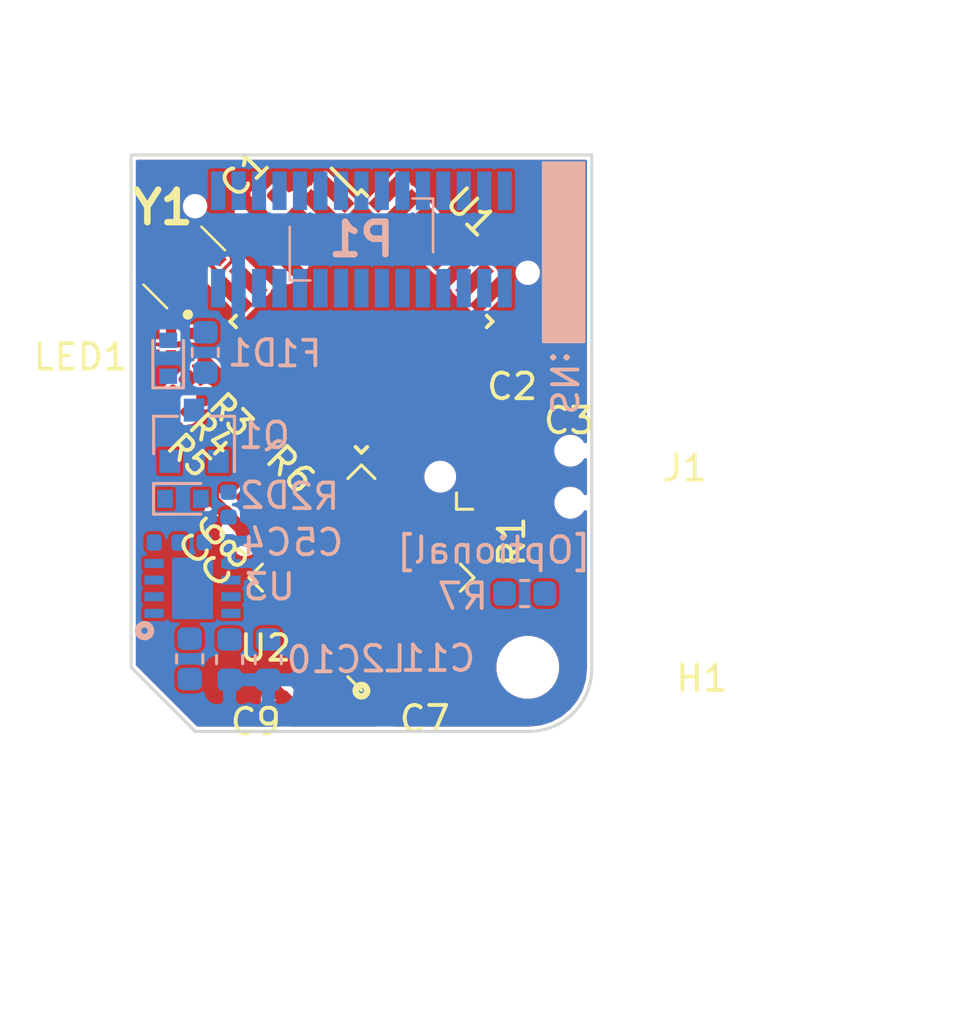
<source format=kicad_pcb>
(kicad_pcb (version 20171130) (host pcbnew "(5.1.2)-2")

  (general
    (thickness 1)
    (drawings 11)
    (tracks 0)
    (zones 0)
    (modules 32)
    (nets 65)
  )

  (page A4)
  (layers
    (0 F.Cu signal)
    (31 B.Cu signal)
    (32 B.Adhes user)
    (33 F.Adhes user)
    (34 B.Paste user)
    (35 F.Paste user)
    (36 B.SilkS user hide)
    (37 F.SilkS user)
    (38 B.Mask user)
    (39 F.Mask user)
    (40 Dwgs.User user)
    (41 Cmts.User user)
    (42 Eco1.User user)
    (43 Eco2.User user)
    (44 Edge.Cuts user)
    (45 Margin user)
    (46 B.CrtYd user)
    (47 F.CrtYd user)
    (48 B.Fab user)
    (49 F.Fab user)
  )

  (setup
    (last_trace_width 0.127)
    (user_trace_width 0.254)
    (user_trace_width 0.508)
    (trace_clearance 0.0889)
    (zone_clearance 0.127)
    (zone_45_only no)
    (trace_min 0.127)
    (via_size 0.6)
    (via_drill 0.3)
    (via_min_size 0.6)
    (via_min_drill 0.3)
    (uvia_size 0.2)
    (uvia_drill 0.1)
    (uvias_allowed no)
    (uvia_min_size 0.2)
    (uvia_min_drill 0.1)
    (edge_width 0.05)
    (segment_width 0.2)
    (pcb_text_width 0.3)
    (pcb_text_size 1.5 1.5)
    (mod_edge_width 0.12)
    (mod_text_size 1 1)
    (mod_text_width 0.15)
    (pad_size 2.2 2.2)
    (pad_drill 2.2)
    (pad_to_mask_clearance 0.051)
    (solder_mask_min_width 0.25)
    (aux_axis_origin 0 0)
    (grid_origin 150 75.5)
    (visible_elements 7FFFFFFF)
    (pcbplotparams
      (layerselection 0x010fc_ffffffff)
      (usegerberextensions false)
      (usegerberattributes false)
      (usegerberadvancedattributes false)
      (creategerberjobfile false)
      (excludeedgelayer true)
      (linewidth 0.100000)
      (plotframeref false)
      (viasonmask false)
      (mode 1)
      (useauxorigin false)
      (hpglpennumber 1)
      (hpglpenspeed 20)
      (hpglpendiameter 15.000000)
      (psnegative false)
      (psa4output false)
      (plotreference true)
      (plotvalue true)
      (plotinvisibletext false)
      (padsonsilk false)
      (subtractmaskfromsilk false)
      (outputformat 1)
      (mirror false)
      (drillshape 1)
      (scaleselection 1)
      (outputdirectory ""))
  )

  (net 0 "")
  (net 1 "Net-(U1-Pad7)")
  (net 2 "Net-(U1-Pad8)")
  (net 3 GND)
  (net 4 /Reset)
  (net 5 /MOSI)
  (net 6 /SCK)
  (net 7 +5V)
  (net 8 /MISO)
  (net 9 "Net-(U2-Pad2)")
  (net 10 "Net-(U2-Pad6)")
  (net 11 "Net-(U2-Pad7)")
  (net 12 "Net-(U2-Pad8)")
  (net 13 "Net-(U2-Pad11)")
  (net 14 "Net-(U2-Pad12)")
  (net 15 "Net-(U2-Pad20)")
  (net 16 "Net-(U2-Pad21)")
  (net 17 "Net-(U2-Pad22)")
  (net 18 "Net-(U2-Pad23)")
  (net 19 "Net-(U2-Pad25)")
  (net 20 /CAN_CS)
  (net 21 /CAN_INT)
  (net 22 +12V)
  (net 23 /CLK_MCP)
  (net 24 "Net-(LED1-Pad3)")
  (net 25 "Net-(LED1-Pad2)")
  (net 26 "Net-(LED1-Pad1)")
  (net 27 /GREEN_LED)
  (net 28 /RED_LED)
  (net 29 /BLUE_LED)
  (net 30 /U-Pin8)
  (net 31 /U-Pin12)
  (net 32 /U-Pin14)
  (net 33 /U-Pin20)
  (net 34 /U-Pin22)
  (net 35 /U-Pin24)
  (net 36 "Net-(D1-Pad1)")
  (net 37 "Net-(D2-Pad2)")
  (net 38 /U-Pin2)
  (net 39 /U-Pin4)
  (net 40 /U-Pin5)
  (net 41 /U-Pin6)
  (net 42 /U-Pin7)
  (net 43 /U-Pin9)
  (net 44 /U-Pin11)
  (net 45 /U-Pin23)
  (net 46 /U-Pin30)
  (net 47 /U-Pin1)
  (net 48 /U-Pin3)
  (net 49 +12V_Safe)
  (net 50 "Net-(C3-Pad2)")
  (net 51 "Net-(C7-Pad1)")
  (net 52 "Net-(C9-Pad2)")
  (net 53 "Net-(L2-Pad1)")
  (net 54 "Net-(P1-Pad26)")
  (net 55 "Net-(P1-Pad28)")
  (net 56 "Net-(R6-Pad1)")
  (net 57 "Net-(U3-Pad2)")
  (net 58 "Net-(U3-Pad6)")
  (net 59 "Net-(U1-Pad1)")
  (net 60 "Net-(U1-Pad2)")
  (net 61 "Net-(U1-Pad19)")
  (net 62 "Net-(U1-Pad22)")
  (net 63 "Net-(U1-Pad23)")
  (net 64 "Net-(U1-Pad24)")

  (net_class Default "This is the default net class."
    (clearance 0.0889)
    (trace_width 0.127)
    (via_dia 0.6)
    (via_drill 0.3)
    (uvia_dia 0.2)
    (uvia_drill 0.1)
    (diff_pair_width 0.127)
    (diff_pair_gap 0.0889)
    (add_net +12V)
    (add_net +12V_Safe)
    (add_net +5V)
    (add_net /BLUE_LED)
    (add_net /CAN_CS)
    (add_net /CAN_INT)
    (add_net /CLK_MCP)
    (add_net /GREEN_LED)
    (add_net /MISO)
    (add_net /MOSI)
    (add_net /RED_LED)
    (add_net /Reset)
    (add_net /SCK)
    (add_net /U-Pin1)
    (add_net /U-Pin11)
    (add_net /U-Pin12)
    (add_net /U-Pin14)
    (add_net /U-Pin2)
    (add_net /U-Pin20)
    (add_net /U-Pin22)
    (add_net /U-Pin23)
    (add_net /U-Pin24)
    (add_net /U-Pin3)
    (add_net /U-Pin30)
    (add_net /U-Pin4)
    (add_net /U-Pin5)
    (add_net /U-Pin6)
    (add_net /U-Pin7)
    (add_net /U-Pin8)
    (add_net /U-Pin9)
    (add_net GND)
    (add_net "Net-(C3-Pad2)")
    (add_net "Net-(C7-Pad1)")
    (add_net "Net-(C9-Pad2)")
    (add_net "Net-(D1-Pad1)")
    (add_net "Net-(D2-Pad2)")
    (add_net "Net-(L2-Pad1)")
    (add_net "Net-(LED1-Pad1)")
    (add_net "Net-(LED1-Pad2)")
    (add_net "Net-(LED1-Pad3)")
    (add_net "Net-(P1-Pad26)")
    (add_net "Net-(P1-Pad28)")
    (add_net "Net-(R6-Pad1)")
    (add_net "Net-(U1-Pad1)")
    (add_net "Net-(U1-Pad19)")
    (add_net "Net-(U1-Pad2)")
    (add_net "Net-(U1-Pad22)")
    (add_net "Net-(U1-Pad23)")
    (add_net "Net-(U1-Pad24)")
    (add_net "Net-(U1-Pad7)")
    (add_net "Net-(U1-Pad8)")
    (add_net "Net-(U2-Pad11)")
    (add_net "Net-(U2-Pad12)")
    (add_net "Net-(U2-Pad2)")
    (add_net "Net-(U2-Pad20)")
    (add_net "Net-(U2-Pad21)")
    (add_net "Net-(U2-Pad22)")
    (add_net "Net-(U2-Pad23)")
    (add_net "Net-(U2-Pad25)")
    (add_net "Net-(U2-Pad6)")
    (add_net "Net-(U2-Pad7)")
    (add_net "Net-(U2-Pad8)")
    (add_net "Net-(U3-Pad2)")
    (add_net "Net-(U3-Pad6)")
  )

  (module Package_DFN_QFN:QFN-28-1EP_6x6mm_P0.65mm_EP4.8x4.8mm (layer F.Cu) (tedit 5D462002) (tstamp 5D3C001F)
    (at 141 92 135)
    (descr "QFN, 28 Pin (https://www.semtech.com/uploads/documents/sx1272.pdf#page=125), generated with kicad-footprint-generator ipc_dfn_qfn_generator.py")
    (tags "QFN DFN_QFN")
    (path /5D3DCB03)
    (attr smd)
    (fp_text reference U2 (at 0.707107 -4.596194 180) (layer F.SilkS)
      (effects (font (size 1 1) (thickness 0.15)))
    )
    (fp_text value MCP25625-x-SS (at -20.456599 3.302189 135) (layer F.Fab)
      (effects (font (size 1 1) (thickness 0.15)))
    )
    (fp_line (start 2.36 -3.11) (end 3.11 -3.11) (layer F.SilkS) (width 0.12))
    (fp_line (start 3.11 -3.11) (end 3.11 -2.36) (layer F.SilkS) (width 0.12))
    (fp_line (start -2.36 3.11) (end -3.11 3.11) (layer F.SilkS) (width 0.12))
    (fp_line (start -3.11 3.11) (end -3.11 2.36) (layer F.SilkS) (width 0.12))
    (fp_line (start 2.36 3.11) (end 3.11 3.11) (layer F.SilkS) (width 0.12))
    (fp_line (start 3.11 3.11) (end 3.11 2.36) (layer F.SilkS) (width 0.12))
    (fp_line (start -2.36 -3.11) (end -3.11 -3.11) (layer F.SilkS) (width 0.12))
    (fp_line (start -2 -3) (end 3 -3) (layer F.Fab) (width 0.1))
    (fp_line (start 3 -3) (end 3 3) (layer F.Fab) (width 0.1))
    (fp_line (start 3 3) (end -3 3) (layer F.Fab) (width 0.1))
    (fp_line (start -3 3) (end -3 -2) (layer F.Fab) (width 0.1))
    (fp_line (start -3 -2) (end -2 -3) (layer F.Fab) (width 0.1))
    (fp_line (start -3.62 -3.62) (end -3.62 3.62) (layer F.CrtYd) (width 0.05))
    (fp_line (start -3.62 3.62) (end 3.62 3.62) (layer F.CrtYd) (width 0.05))
    (fp_line (start 3.62 3.62) (end 3.62 -3.62) (layer F.CrtYd) (width 0.05))
    (fp_line (start 3.62 -3.62) (end -3.62 -3.62) (layer F.CrtYd) (width 0.05))
    (fp_text user %R (at 0 0 135) (layer F.Fab)
      (effects (font (size 1 1) (thickness 0.15)))
    )
    (fp_circle (center -3.12 -3.12) (end -3.02 -3.12) (layer F.SilkS) (width 0.25))
    (pad 29 smd roundrect (at 0 0 135) (size 4.8 4.8) (layers F.Cu F.Mask) (roundrect_rratio 0.052083))
    (pad "" smd roundrect (at -1.6 -1.6 135) (size 1.29 1.29) (layers F.Paste) (roundrect_rratio 0.193798))
    (pad "" smd roundrect (at -1.6 0 135) (size 1.29 1.29) (layers F.Paste) (roundrect_rratio 0.193798))
    (pad "" smd roundrect (at -1.6 1.6 135) (size 1.29 1.29) (layers F.Paste) (roundrect_rratio 0.193798))
    (pad "" smd roundrect (at 0 -1.6 135) (size 1.29 1.29) (layers F.Paste) (roundrect_rratio 0.193798))
    (pad "" smd roundrect (at 0 0 135) (size 1.29 1.29) (layers F.Paste) (roundrect_rratio 0.193798))
    (pad "" smd roundrect (at 0 1.6 135) (size 1.29 1.29) (layers F.Paste) (roundrect_rratio 0.193798))
    (pad "" smd roundrect (at 1.6 -1.6 135) (size 1.29 1.29) (layers F.Paste) (roundrect_rratio 0.193798))
    (pad "" smd roundrect (at 1.6 0 135) (size 1.29 1.29) (layers F.Paste) (roundrect_rratio 0.193798))
    (pad "" smd roundrect (at 1.6 1.6 135) (size 1.29 1.29) (layers F.Paste) (roundrect_rratio 0.193798))
    (pad 1 smd roundrect (at -2.9875 -1.95 135) (size 0.775 0.3) (layers F.Cu F.Paste F.Mask) (roundrect_rratio 0.25)
      (net 51 "Net-(C7-Pad1)"))
    (pad 2 smd roundrect (at -2.9875 -1.3 135) (size 0.775 0.3) (layers F.Cu F.Paste F.Mask) (roundrect_rratio 0.25)
      (net 9 "Net-(U2-Pad2)"))
    (pad 3 smd roundrect (at -2.9875 -0.65 135) (size 0.775 0.3) (layers F.Cu F.Paste F.Mask) (roundrect_rratio 0.25)
      (net 47 /U-Pin1))
    (pad 4 smd roundrect (at -2.9875 0 135) (size 0.775 0.3) (layers F.Cu F.Paste F.Mask) (roundrect_rratio 0.25)
      (net 48 /U-Pin3))
    (pad 5 smd roundrect (at -2.9875 0.65 135) (size 0.775 0.3) (layers F.Cu F.Paste F.Mask) (roundrect_rratio 0.25)
      (net 3 GND))
    (pad 6 smd roundrect (at -2.9875 1.3 135) (size 0.775 0.3) (layers F.Cu F.Paste F.Mask) (roundrect_rratio 0.25)
      (net 10 "Net-(U2-Pad6)"))
    (pad 7 smd roundrect (at -2.9875 1.95 135) (size 0.775 0.3) (layers F.Cu F.Paste F.Mask) (roundrect_rratio 0.25)
      (net 11 "Net-(U2-Pad7)"))
    (pad 8 smd roundrect (at -1.95 2.9875 135) (size 0.3 0.775) (layers F.Cu F.Paste F.Mask) (roundrect_rratio 0.25)
      (net 12 "Net-(U2-Pad8)"))
    (pad 9 smd roundrect (at -1.3 2.9875 135) (size 0.3 0.775) (layers F.Cu F.Paste F.Mask) (roundrect_rratio 0.25)
      (net 23 /CLK_MCP))
    (pad 10 smd roundrect (at -0.65 2.9875 135) (size 0.3 0.775) (layers F.Cu F.Paste F.Mask) (roundrect_rratio 0.25)
      (net 3 GND))
    (pad 11 smd roundrect (at 0 2.9875 135) (size 0.3 0.775) (layers F.Cu F.Paste F.Mask) (roundrect_rratio 0.25)
      (net 13 "Net-(U2-Pad11)"))
    (pad 12 smd roundrect (at 0.65 2.9875 135) (size 0.3 0.775) (layers F.Cu F.Paste F.Mask) (roundrect_rratio 0.25)
      (net 14 "Net-(U2-Pad12)"))
    (pad 13 smd roundrect (at 1.3 2.9875 135) (size 0.3 0.775) (layers F.Cu F.Paste F.Mask) (roundrect_rratio 0.25)
      (net 21 /CAN_INT))
    (pad 14 smd roundrect (at 1.95 2.9875 135) (size 0.3 0.775) (layers F.Cu F.Paste F.Mask) (roundrect_rratio 0.25)
      (net 6 /SCK))
    (pad 15 smd roundrect (at 2.9875 1.95 135) (size 0.775 0.3) (layers F.Cu F.Paste F.Mask) (roundrect_rratio 0.25)
      (net 5 /MOSI))
    (pad 16 smd roundrect (at 2.9875 1.3 135) (size 0.775 0.3) (layers F.Cu F.Paste F.Mask) (roundrect_rratio 0.25)
      (net 8 /MISO))
    (pad 17 smd roundrect (at 2.9875 0.65 135) (size 0.775 0.3) (layers F.Cu F.Paste F.Mask) (roundrect_rratio 0.25)
      (net 20 /CAN_CS))
    (pad 18 smd roundrect (at 2.9875 0 135) (size 0.775 0.3) (layers F.Cu F.Paste F.Mask) (roundrect_rratio 0.25)
      (net 56 "Net-(R6-Pad1)"))
    (pad 19 smd roundrect (at 2.9875 -0.65 135) (size 0.775 0.3) (layers F.Cu F.Paste F.Mask) (roundrect_rratio 0.25)
      (net 51 "Net-(C7-Pad1)"))
    (pad 20 smd roundrect (at 2.9875 -1.3 135) (size 0.775 0.3) (layers F.Cu F.Paste F.Mask) (roundrect_rratio 0.25)
      (net 15 "Net-(U2-Pad20)"))
    (pad 21 smd roundrect (at 2.9875 -1.95 135) (size 0.775 0.3) (layers F.Cu F.Paste F.Mask) (roundrect_rratio 0.25)
      (net 16 "Net-(U2-Pad21)"))
    (pad 22 smd roundrect (at 1.95 -2.9875 135) (size 0.3 0.775) (layers F.Cu F.Paste F.Mask) (roundrect_rratio 0.25)
      (net 17 "Net-(U2-Pad22)"))
    (pad 23 smd roundrect (at 1.3 -2.9875 135) (size 0.3 0.775) (layers F.Cu F.Paste F.Mask) (roundrect_rratio 0.25)
      (net 18 "Net-(U2-Pad23)"))
    (pad 24 smd roundrect (at 0.65 -2.9875 135) (size 0.3 0.775) (layers F.Cu F.Paste F.Mask) (roundrect_rratio 0.25)
      (net 15 "Net-(U2-Pad20)"))
    (pad 25 smd roundrect (at 0 -2.9875 135) (size 0.3 0.775) (layers F.Cu F.Paste F.Mask) (roundrect_rratio 0.25)
      (net 19 "Net-(U2-Pad25)"))
    (pad 26 smd roundrect (at -0.65 -2.9875 135) (size 0.3 0.775) (layers F.Cu F.Paste F.Mask) (roundrect_rratio 0.25)
      (net 3 GND))
    (pad 27 smd roundrect (at -1.3 -2.9875 135) (size 0.3 0.775) (layers F.Cu F.Paste F.Mask) (roundrect_rratio 0.25)
      (net 52 "Net-(C9-Pad2)"))
    (pad 28 smd roundrect (at -1.95 -2.9875 135) (size 0.3 0.775) (layers F.Cu F.Paste F.Mask) (roundrect_rratio 0.25)
      (net 16 "Net-(U2-Pad21)"))
    (model ${KISYS3DMOD}/Package_DFN_QFN.3dshapes/QFN-28-1EP_6x6mm_P0.65mm_EP4.8x4.8mm.wrl
      (at (xyz 0 0 0))
      (scale (xyz 1 1 1))
      (rotate (xyz 0 0 0))
    )
    (model ${KIPRJMOD}/3D-Components/MCP25625T-E_ML.stp
      (at (xyz 0 0 0))
      (scale (xyz 1 1 1))
      (rotate (xyz 0 0 0))
    )
  )

  (module SMLP36RGB2W3R:ILWX10SBVFBE (layer B.Cu) (tedit 5D461030) (tstamp 5D466E92)
    (at 141 78.8 180)
    (descr IL-WX-10SB-VF-BE)
    (tags Connector)
    (path /5D40B272)
    (fp_text reference P1 (at 0 0) (layer B.SilkS)
      (effects (font (size 1.27 1.27) (thickness 0.254)) (justify mirror))
    )
    (fp_text value Conn_02x15_Odd_Even (at 0 4.85648) (layer B.SilkS) hide
      (effects (font (size 1.27 1.27) (thickness 0.254)) (justify mirror))
    )
    (fp_line (start 2.8 -1.6) (end 2 -1.6) (layer B.SilkS) (width 0.1))
    (fp_line (start 2.8 0.5) (end 2.8 -1.6) (layer B.SilkS) (width 0.1))
    (fp_line (start -2.8 1.6) (end -2.8 -0.5) (layer B.SilkS) (width 0.1))
    (fp_line (start -2 1.6) (end -2.8 1.6) (layer B.SilkS) (width 0.1))
    (fp_line (start -6.9 -3.65) (end -6.9 3.65) (layer B.CrtYd) (width 0.1))
    (fp_line (start 6.9 -3.65) (end -6.9 -3.65) (layer B.CrtYd) (width 0.1))
    (fp_line (start 6.9 3.65) (end 6.9 -3.65) (layer B.CrtYd) (width 0.1))
    (fp_line (start -6.9 3.65) (end 6.9 3.65) (layer B.CrtYd) (width 0.1))
    (fp_line (start -6 -1.6) (end -6 1.6) (layer B.Fab) (width 0.2))
    (fp_line (start 6 -1.6) (end -6 -1.6) (layer B.Fab) (width 0.2))
    (fp_line (start 6 1.6) (end 6 -1.6) (layer B.Fab) (width 0.2))
    (fp_line (start -6 1.6) (end 6 1.6) (layer B.Fab) (width 0.2))
    (fp_text user %R (at 0 0) (layer B.Fab)
      (effects (font (size 1.27 1.27) (thickness 0.254)) (justify mirror))
    )
    (pad "" np_thru_hole circle (at 6.5 1.3 180) (size 0.7 0.7) (drill 0.7) (layers *.Cu *.Mask))
    (pad "" np_thru_hole circle (at -6.5 -1.3 180) (size 0.7 0.7) (drill 0.7) (layers *.Cu *.Mask))
    (pad 1 smd rect (at -5.6 -1.9 180) (size 0.55 1.5) (layers B.Cu B.Paste B.Mask)
      (net 47 /U-Pin1))
    (pad 2 smd rect (at -5.6 1.9 180) (size 0.55 1.5) (layers B.Cu B.Paste B.Mask)
      (net 38 /U-Pin2))
    (pad 3 smd rect (at -4.8 -1.9 180) (size 0.55 1.5) (layers B.Cu B.Paste B.Mask)
      (net 48 /U-Pin3))
    (pad 4 smd rect (at -4.8 1.9 180) (size 0.55 1.5) (layers B.Cu B.Paste B.Mask)
      (net 39 /U-Pin4))
    (pad 5 smd rect (at -4 -1.9 180) (size 0.55 1.5) (layers B.Cu B.Paste B.Mask)
      (net 40 /U-Pin5))
    (pad 6 smd rect (at -4 1.9 180) (size 0.55 1.5) (layers B.Cu B.Paste B.Mask)
      (net 41 /U-Pin6))
    (pad 7 smd rect (at -3.2 -1.9 180) (size 0.55 1.5) (layers B.Cu B.Paste B.Mask)
      (net 42 /U-Pin7))
    (pad 8 smd rect (at -3.2 1.9 180) (size 0.55 1.5) (layers B.Cu B.Paste B.Mask)
      (net 30 /U-Pin8))
    (pad 9 smd rect (at -2.4 -1.9 180) (size 0.55 1.5) (layers B.Cu B.Paste B.Mask)
      (net 43 /U-Pin9))
    (pad 10 smd rect (at -2.4 1.9 180) (size 0.55 1.5) (layers B.Cu B.Paste B.Mask)
      (net 4 /Reset))
    (pad 11 smd rect (at -1.6 -1.9 180) (size 0.55 1.5) (layers B.Cu B.Paste B.Mask)
      (net 44 /U-Pin11))
    (pad 12 smd rect (at -1.6 1.9 180) (size 0.55 1.5) (layers B.Cu B.Paste B.Mask)
      (net 31 /U-Pin12))
    (pad 13 smd rect (at -0.8 -1.9 180) (size 0.55 1.5) (layers B.Cu B.Paste B.Mask)
      (net 6 /SCK))
    (pad 14 smd rect (at -0.8 1.9 180) (size 0.55 1.5) (layers B.Cu B.Paste B.Mask)
      (net 32 /U-Pin14))
    (pad 15 smd rect (at 0 -1.9 180) (size 0.55 1.5) (layers B.Cu B.Paste B.Mask)
      (net 8 /MISO))
    (pad 16 smd rect (at 0 1.9 180) (size 0.55 1.5) (layers B.Cu B.Paste B.Mask)
      (net 3 GND))
    (pad 17 smd rect (at 0.8 -1.9 180) (size 0.55 1.5) (layers B.Cu B.Paste B.Mask)
      (net 5 /MOSI))
    (pad 18 smd rect (at 0.8 1.9 180) (size 0.55 1.5) (layers B.Cu B.Paste B.Mask)
      (net 3 GND))
    (pad 19 smd rect (at 1.6 -1.9 180) (size 0.55 1.5) (layers B.Cu B.Paste B.Mask)
      (net 29 /BLUE_LED))
    (pad 20 smd rect (at 1.6 1.9 180) (size 0.55 1.5) (layers B.Cu B.Paste B.Mask)
      (net 33 /U-Pin20))
    (pad 21 smd rect (at 2.4 -1.9 180) (size 0.55 1.5) (layers B.Cu B.Paste B.Mask)
      (net 28 /RED_LED))
    (pad 22 smd rect (at 2.4 1.9 180) (size 0.55 1.5) (layers B.Cu B.Paste B.Mask)
      (net 34 /U-Pin22))
    (pad 23 smd rect (at 3.2 -1.9 180) (size 0.55 1.5) (layers B.Cu B.Paste B.Mask)
      (net 45 /U-Pin23))
    (pad 24 smd rect (at 3.2 1.9 180) (size 0.55 1.5) (layers B.Cu B.Paste B.Mask)
      (net 35 /U-Pin24))
    (pad 25 smd rect (at 4 -1.9 180) (size 0.55 1.5) (layers B.Cu B.Paste B.Mask)
      (net 27 /GREEN_LED))
    (pad 26 smd rect (at 4 1.9 180) (size 0.55 1.5) (layers B.Cu B.Paste B.Mask)
      (net 54 "Net-(P1-Pad26)"))
    (pad 27 smd rect (at 4.8 -1.9 180) (size 0.55 1.5) (layers B.Cu B.Paste B.Mask)
      (net 7 +5V))
    (pad 28 smd rect (at 4.8 1.9 180) (size 0.55 1.5) (layers B.Cu B.Paste B.Mask)
      (net 55 "Net-(P1-Pad28)"))
    (pad 29 smd rect (at 5.6 -1.9 180) (size 0.55 1.5) (layers B.Cu B.Paste B.Mask)
      (net 22 +12V))
    (pad 30 smd rect (at 5.6 1.9 180) (size 0.55 1.5) (layers B.Cu B.Paste B.Mask)
      (net 46 /U-Pin30))
    (model "${KIPRJMOD}/3D-Components/JAE IL-WX Series 30-pin.STEP"
      (offset (xyz -0.17 0 0))
      (scale (xyz 1 1 1))
      (rotate (xyz -90 0 0))
    )
  )

  (module Inductor_SMD:L_0603_1608Metric (layer F.Cu) (tedit 5B301BBE) (tstamp 5D3F6A25)
    (at 148.92 81.71 270)
    (descr "Inductor SMD 0603 (1608 Metric), square (rectangular) end terminal, IPC_7351 nominal, (Body size source: http://www.tortai-tech.com/upload/download/2011102023233369053.pdf), generated with kicad-footprint-generator")
    (tags inductor)
    (path /5D438986)
    (attr smd)
    (fp_text reference L1 (at -2.09 0.01 180) (layer F.SilkS)
      (effects (font (size 1 1) (thickness 0.15)))
    )
    (fp_text value 10uH (at 5.55 -1.85 90) (layer F.Fab)
      (effects (font (size 1 1) (thickness 0.15)))
    )
    (fp_text user %R (at 0 0 90) (layer F.Fab)
      (effects (font (size 0.4 0.4) (thickness 0.06)))
    )
    (fp_line (start 1.48 0.73) (end -1.48 0.73) (layer F.CrtYd) (width 0.05))
    (fp_line (start 1.48 -0.73) (end 1.48 0.73) (layer F.CrtYd) (width 0.05))
    (fp_line (start -1.48 -0.73) (end 1.48 -0.73) (layer F.CrtYd) (width 0.05))
    (fp_line (start -1.48 0.73) (end -1.48 -0.73) (layer F.CrtYd) (width 0.05))
    (fp_line (start -0.162779 0.51) (end 0.162779 0.51) (layer F.SilkS) (width 0.12))
    (fp_line (start -0.162779 -0.51) (end 0.162779 -0.51) (layer F.SilkS) (width 0.12))
    (fp_line (start 0.8 0.4) (end -0.8 0.4) (layer F.Fab) (width 0.1))
    (fp_line (start 0.8 -0.4) (end 0.8 0.4) (layer F.Fab) (width 0.1))
    (fp_line (start -0.8 -0.4) (end 0.8 -0.4) (layer F.Fab) (width 0.1))
    (fp_line (start -0.8 0.4) (end -0.8 -0.4) (layer F.Fab) (width 0.1))
    (pad 2 smd roundrect (at 0.7875 0 270) (size 0.875 0.95) (layers F.Cu F.Paste F.Mask) (roundrect_rratio 0.25)
      (net 50 "Net-(C3-Pad2)"))
    (pad 1 smd roundrect (at -0.7875 0 270) (size 0.875 0.95) (layers F.Cu F.Paste F.Mask) (roundrect_rratio 0.25)
      (net 7 +5V))
    (model ${KISYS3DMOD}/Inductor_SMD.3dshapes/L_0603_1608Metric.wrl
      (at (xyz 0 0 0))
      (scale (xyz 1 1 1))
      (rotate (xyz 0 0 0))
    )
  )

  (module Capacitor_SMD:C_0402_1005Metric (layer F.Cu) (tedit 5B301BBE) (tstamp 5D46C029)
    (at 148.82 84.21 90)
    (descr "Capacitor SMD 0402 (1005 Metric), square (rectangular) end terminal, IPC_7351 nominal, (Body size source: http://www.tortai-tech.com/upload/download/2011102023233369053.pdf), generated with kicad-footprint-generator")
    (tags capacitor)
    (path /5D42F0C6)
    (attr smd)
    (fp_text reference C3 (at -1.66 0.29 180) (layer F.SilkS)
      (effects (font (size 1 1) (thickness 0.15)))
    )
    (fp_text value 0.1uF (at -5.12 1.65 90) (layer F.Fab)
      (effects (font (size 1 1) (thickness 0.15)))
    )
    (fp_text user %R (at -0.1 -0.05 90) (layer F.Fab)
      (effects (font (size 0.25 0.25) (thickness 0.04)))
    )
    (fp_line (start 0.93 0.47) (end -0.93 0.47) (layer F.CrtYd) (width 0.05))
    (fp_line (start 0.93 -0.47) (end 0.93 0.47) (layer F.CrtYd) (width 0.05))
    (fp_line (start -0.93 -0.47) (end 0.93 -0.47) (layer F.CrtYd) (width 0.05))
    (fp_line (start -0.93 0.47) (end -0.93 -0.47) (layer F.CrtYd) (width 0.05))
    (fp_line (start 0.5 0.25) (end -0.5 0.25) (layer F.Fab) (width 0.1))
    (fp_line (start 0.5 -0.25) (end 0.5 0.25) (layer F.Fab) (width 0.1))
    (fp_line (start -0.5 -0.25) (end 0.5 -0.25) (layer F.Fab) (width 0.1))
    (fp_line (start -0.5 0.25) (end -0.5 -0.25) (layer F.Fab) (width 0.1))
    (pad 2 smd roundrect (at 0.485 0 90) (size 0.59 0.64) (layers F.Cu F.Paste F.Mask) (roundrect_rratio 0.25)
      (net 50 "Net-(C3-Pad2)"))
    (pad 1 smd roundrect (at -0.485 0 90) (size 0.59 0.64) (layers F.Cu F.Paste F.Mask) (roundrect_rratio 0.25)
      (net 3 GND))
    (model ${KISYS3DMOD}/Capacitor_SMD.3dshapes/C_0402_1005Metric.wrl
      (at (xyz 0 0 0))
      (scale (xyz 1 1 1))
      (rotate (xyz 0 0 0))
    )
  )

  (module Diode_SMD:D_SOD-523 (layer B.Cu) (tedit 586419F0) (tstamp 5D3E4DE3)
    (at 133.45 83.4382 90)
    (descr "http://www.diodes.com/datasheets/ap02001.pdf p.144")
    (tags "Diode SOD523")
    (path /5D452681)
    (attr smd)
    (fp_text reference D1 (at 0.2032 3.302) (layer B.SilkS)
      (effects (font (size 1 1) (thickness 0.15)) (justify mirror))
    )
    (fp_text value 15V (at 0 -1.4 90) (layer B.Fab)
      (effects (font (size 1 1) (thickness 0.15)) (justify mirror))
    )
    (fp_line (start 0.7 -0.6) (end -1.15 -0.6) (layer B.SilkS) (width 0.12))
    (fp_line (start 0.7 0.6) (end -1.15 0.6) (layer B.SilkS) (width 0.12))
    (fp_line (start 0.65 -0.45) (end -0.65 -0.45) (layer B.Fab) (width 0.1))
    (fp_line (start -0.65 -0.45) (end -0.65 0.45) (layer B.Fab) (width 0.1))
    (fp_line (start -0.65 0.45) (end 0.65 0.45) (layer B.Fab) (width 0.1))
    (fp_line (start 0.65 0.45) (end 0.65 -0.45) (layer B.Fab) (width 0.1))
    (fp_line (start -0.2 -0.2) (end -0.2 0.2) (layer B.Fab) (width 0.1))
    (fp_line (start -0.2 0) (end -0.35 0) (layer B.Fab) (width 0.1))
    (fp_line (start -0.2 0) (end 0.1 -0.2) (layer B.Fab) (width 0.1))
    (fp_line (start 0.1 -0.2) (end 0.1 0.2) (layer B.Fab) (width 0.1))
    (fp_line (start 0.1 0.2) (end -0.2 0) (layer B.Fab) (width 0.1))
    (fp_line (start 0.1 0) (end 0.25 0) (layer B.Fab) (width 0.1))
    (fp_line (start 1.25 -0.7) (end -1.25 -0.7) (layer B.CrtYd) (width 0.05))
    (fp_line (start -1.25 -0.7) (end -1.25 0.7) (layer B.CrtYd) (width 0.05))
    (fp_line (start -1.25 0.7) (end 1.25 0.7) (layer B.CrtYd) (width 0.05))
    (fp_line (start 1.25 0.7) (end 1.25 -0.7) (layer B.CrtYd) (width 0.05))
    (fp_line (start -1.15 0.6) (end -1.15 -0.6) (layer B.SilkS) (width 0.12))
    (fp_text user %R (at 0 1.3 90) (layer B.Fab)
      (effects (font (size 1 1) (thickness 0.15)) (justify mirror))
    )
    (pad 1 smd rect (at -0.7 0 270) (size 0.6 0.7) (layers B.Cu B.Paste B.Mask)
      (net 36 "Net-(D1-Pad1)"))
    (pad 2 smd rect (at 0.7 0 270) (size 0.6 0.7) (layers B.Cu B.Paste B.Mask)
      (net 3 GND))
    (model ${KISYS3DMOD}/Diode_SMD.3dshapes/D_SOD-523.wrl
      (at (xyz 0 0 0))
      (scale (xyz 1 1 1))
      (rotate (xyz 0 0 0))
    )
  )

  (module Resistor_SMD:R_0402_1005Metric (layer B.Cu) (tedit 5B301BBD) (tstamp 5D3E4C73)
    (at 135.8066 89.1532 270)
    (descr "Resistor SMD 0402 (1005 Metric), square (rectangular) end terminal, IPC_7351 nominal, (Body size source: http://www.tortai-tech.com/upload/download/2011102023233369053.pdf), generated with kicad-footprint-generator")
    (tags resistor)
    (path /5D4B82FB)
    (attr smd)
    (fp_text reference R2 (at -0.3232 -3.3434 180) (layer B.SilkS)
      (effects (font (size 1 1) (thickness 0.15)) (justify mirror))
    )
    (fp_text value "100K Ohm" (at 0 -1.17 90) (layer B.Fab)
      (effects (font (size 1 1) (thickness 0.15)) (justify mirror))
    )
    (fp_text user %R (at 0 0 90) (layer B.Fab)
      (effects (font (size 0.25 0.25) (thickness 0.04)) (justify mirror))
    )
    (fp_line (start 0.93 -0.47) (end -0.93 -0.47) (layer B.CrtYd) (width 0.05))
    (fp_line (start 0.93 0.47) (end 0.93 -0.47) (layer B.CrtYd) (width 0.05))
    (fp_line (start -0.93 0.47) (end 0.93 0.47) (layer B.CrtYd) (width 0.05))
    (fp_line (start -0.93 -0.47) (end -0.93 0.47) (layer B.CrtYd) (width 0.05))
    (fp_line (start 0.5 -0.25) (end -0.5 -0.25) (layer B.Fab) (width 0.1))
    (fp_line (start 0.5 0.25) (end 0.5 -0.25) (layer B.Fab) (width 0.1))
    (fp_line (start -0.5 0.25) (end 0.5 0.25) (layer B.Fab) (width 0.1))
    (fp_line (start -0.5 -0.25) (end -0.5 0.25) (layer B.Fab) (width 0.1))
    (pad 2 smd roundrect (at 0.485 0 270) (size 0.59 0.64) (layers B.Cu B.Paste B.Mask) (roundrect_rratio 0.25)
      (net 3 GND))
    (pad 1 smd roundrect (at -0.485 0 270) (size 0.59 0.64) (layers B.Cu B.Paste B.Mask) (roundrect_rratio 0.25)
      (net 37 "Net-(D2-Pad2)"))
    (model ${KISYS3DMOD}/Resistor_SMD.3dshapes/R_0402_1005Metric.wrl
      (at (xyz 0 0 0))
      (scale (xyz 1 1 1))
      (rotate (xyz 0 0 0))
    )
  )

  (module Package_TO_SOT_SMD:SOT-23 (layer B.Cu) (tedit 5A02FF57) (tstamp 5D3E4D24)
    (at 134.4604 86.4608 90)
    (descr "SOT-23, Standard")
    (tags SOT-23)
    (path /5D49C78B)
    (attr smd)
    (fp_text reference Q1 (at 0.0108 2.7396 180) (layer B.SilkS)
      (effects (font (size 1 1) (thickness 0.15)) (justify mirror))
    )
    (fp_text value Q_PMOS_DGS (at 0 -2.5 90) (layer B.Fab)
      (effects (font (size 1 1) (thickness 0.15)) (justify mirror))
    )
    (fp_line (start 0.76 -1.58) (end -0.7 -1.58) (layer B.SilkS) (width 0.12))
    (fp_line (start 0.76 1.58) (end -1.4 1.58) (layer B.SilkS) (width 0.12))
    (fp_line (start -1.7 -1.75) (end -1.7 1.75) (layer B.CrtYd) (width 0.05))
    (fp_line (start 1.7 -1.75) (end -1.7 -1.75) (layer B.CrtYd) (width 0.05))
    (fp_line (start 1.7 1.75) (end 1.7 -1.75) (layer B.CrtYd) (width 0.05))
    (fp_line (start -1.7 1.75) (end 1.7 1.75) (layer B.CrtYd) (width 0.05))
    (fp_line (start 0.76 1.58) (end 0.76 0.65) (layer B.SilkS) (width 0.12))
    (fp_line (start 0.76 -1.58) (end 0.76 -0.65) (layer B.SilkS) (width 0.12))
    (fp_line (start -0.7 -1.52) (end 0.7 -1.52) (layer B.Fab) (width 0.1))
    (fp_line (start 0.7 1.52) (end 0.7 -1.52) (layer B.Fab) (width 0.1))
    (fp_line (start -0.7 0.95) (end -0.15 1.52) (layer B.Fab) (width 0.1))
    (fp_line (start -0.15 1.52) (end 0.7 1.52) (layer B.Fab) (width 0.1))
    (fp_line (start -0.7 0.95) (end -0.7 -1.5) (layer B.Fab) (width 0.1))
    (fp_text user %R (at 0 0 180) (layer B.Fab)
      (effects (font (size 0.5 0.5) (thickness 0.075)) (justify mirror))
    )
    (pad 3 smd rect (at 1 0 90) (size 0.9 0.8) (layers B.Cu B.Paste B.Mask)
      (net 36 "Net-(D1-Pad1)"))
    (pad 2 smd rect (at -1 -0.95 90) (size 0.9 0.8) (layers B.Cu B.Paste B.Mask)
      (net 49 +12V_Safe))
    (pad 1 smd rect (at -1 0.95 90) (size 0.9 0.8) (layers B.Cu B.Paste B.Mask)
      (net 37 "Net-(D2-Pad2)"))
    (model ${KISYS3DMOD}/Package_TO_SOT_SMD.3dshapes/SOT-23.wrl
      (at (xyz 0 0 0))
      (scale (xyz 1 1 1))
      (rotate (xyz 0 0 0))
    )
  )

  (module Fuse:Fuse_0603_1608Metric (layer B.Cu) (tedit 5B301BBE) (tstamp 5D3E4C00)
    (at 134.9 83.2096 90)
    (descr "Fuse SMD 0603 (1608 Metric), square (rectangular) end terminal, IPC_7351 nominal, (Body size source: http://www.tortai-tech.com/upload/download/2011102023233369053.pdf), generated with kicad-footprint-generator")
    (tags resistor)
    (path /5D45109C)
    (attr smd)
    (fp_text reference F1 (at -0.0508 3.6322 180) (layer B.SilkS)
      (effects (font (size 1 1) (thickness 0.15)) (justify mirror))
    )
    (fp_text value 250mA (at -2.921 1.3462 90) (layer B.Fab)
      (effects (font (size 1 1) (thickness 0.15)) (justify mirror))
    )
    (fp_text user %R (at 0 0 90) (layer B.Fab)
      (effects (font (size 0.4 0.4) (thickness 0.06)) (justify mirror))
    )
    (fp_line (start 1.48 -0.73) (end -1.48 -0.73) (layer B.CrtYd) (width 0.05))
    (fp_line (start 1.48 0.73) (end 1.48 -0.73) (layer B.CrtYd) (width 0.05))
    (fp_line (start -1.48 0.73) (end 1.48 0.73) (layer B.CrtYd) (width 0.05))
    (fp_line (start -1.48 -0.73) (end -1.48 0.73) (layer B.CrtYd) (width 0.05))
    (fp_line (start -0.162779 -0.51) (end 0.162779 -0.51) (layer B.SilkS) (width 0.12))
    (fp_line (start -0.162779 0.51) (end 0.162779 0.51) (layer B.SilkS) (width 0.12))
    (fp_line (start 0.8 -0.4) (end -0.8 -0.4) (layer B.Fab) (width 0.1))
    (fp_line (start 0.8 0.4) (end 0.8 -0.4) (layer B.Fab) (width 0.1))
    (fp_line (start -0.8 0.4) (end 0.8 0.4) (layer B.Fab) (width 0.1))
    (fp_line (start -0.8 -0.4) (end -0.8 0.4) (layer B.Fab) (width 0.1))
    (pad 2 smd roundrect (at 0.7875 0 90) (size 0.875 0.95) (layers B.Cu B.Paste B.Mask) (roundrect_rratio 0.25)
      (net 22 +12V))
    (pad 1 smd roundrect (at -0.7875 0 90) (size 0.875 0.95) (layers B.Cu B.Paste B.Mask) (roundrect_rratio 0.25)
      (net 36 "Net-(D1-Pad1)"))
    (model ${KISYS3DMOD}/Fuse.3dshapes/Fuse_0603_1608Metric.wrl
      (at (xyz 0 0 0))
      (scale (xyz 1 1 1))
      (rotate (xyz 0 0 0))
    )
    (model ${KIPRJMOD}/3D-Components/0ZCM0010FF2G.stp
      (at (xyz 0 0 0))
      (scale (xyz 1 1 1))
      (rotate (xyz 0 0 0))
    )
  )

  (module Diode_SMD:D_SOD-523 (layer B.Cu) (tedit 586419F0) (tstamp 5D3E4C37)
    (at 134.0286 88.9246)
    (descr "http://www.diodes.com/datasheets/ap02001.pdf p.144")
    (tags "Diode SOD523")
    (path /5D4B9259)
    (attr smd)
    (fp_text reference D2 (at 3.2014 -0.1346) (layer B.SilkS)
      (effects (font (size 1 1) (thickness 0.15)) (justify mirror))
    )
    (fp_text value 2.4V (at 0 -1.4) (layer B.Fab)
      (effects (font (size 1 1) (thickness 0.15)) (justify mirror))
    )
    (fp_line (start 0.7 -0.6) (end -1.15 -0.6) (layer B.SilkS) (width 0.12))
    (fp_line (start 0.7 0.6) (end -1.15 0.6) (layer B.SilkS) (width 0.12))
    (fp_line (start 0.65 -0.45) (end -0.65 -0.45) (layer B.Fab) (width 0.1))
    (fp_line (start -0.65 -0.45) (end -0.65 0.45) (layer B.Fab) (width 0.1))
    (fp_line (start -0.65 0.45) (end 0.65 0.45) (layer B.Fab) (width 0.1))
    (fp_line (start 0.65 0.45) (end 0.65 -0.45) (layer B.Fab) (width 0.1))
    (fp_line (start -0.2 -0.2) (end -0.2 0.2) (layer B.Fab) (width 0.1))
    (fp_line (start -0.2 0) (end -0.35 0) (layer B.Fab) (width 0.1))
    (fp_line (start -0.2 0) (end 0.1 -0.2) (layer B.Fab) (width 0.1))
    (fp_line (start 0.1 -0.2) (end 0.1 0.2) (layer B.Fab) (width 0.1))
    (fp_line (start 0.1 0.2) (end -0.2 0) (layer B.Fab) (width 0.1))
    (fp_line (start 0.1 0) (end 0.25 0) (layer B.Fab) (width 0.1))
    (fp_line (start 1.25 -0.7) (end -1.25 -0.7) (layer B.CrtYd) (width 0.05))
    (fp_line (start -1.25 -0.7) (end -1.25 0.7) (layer B.CrtYd) (width 0.05))
    (fp_line (start -1.25 0.7) (end 1.25 0.7) (layer B.CrtYd) (width 0.05))
    (fp_line (start 1.25 0.7) (end 1.25 -0.7) (layer B.CrtYd) (width 0.05))
    (fp_line (start -1.15 0.6) (end -1.15 -0.6) (layer B.SilkS) (width 0.12))
    (fp_text user %R (at -4.3986 0.6754) (layer B.Fab)
      (effects (font (size 1 1) (thickness 0.15)) (justify mirror))
    )
    (pad 1 smd rect (at -0.7 0 180) (size 0.6 0.7) (layers B.Cu B.Paste B.Mask)
      (net 49 +12V_Safe))
    (pad 2 smd rect (at 0.7 0 180) (size 0.6 0.7) (layers B.Cu B.Paste B.Mask)
      (net 37 "Net-(D2-Pad2)"))
    (model ${KISYS3DMOD}/Diode_SMD.3dshapes/D_SOD-523.wrl
      (at (xyz 0 0 0))
      (scale (xyz 1 1 1))
      (rotate (xyz 0 0 0))
    )
  )

  (module Resistor_SMD:R_0603_1608Metric (layer B.Cu) (tedit 5B301BBD) (tstamp 5D3E82E7)
    (at 147.38 92.62)
    (descr "Resistor SMD 0603 (1608 Metric), square (rectangular) end terminal, IPC_7351 nominal, (Body size source: http://www.tortai-tech.com/upload/download/2011102023233369053.pdf), generated with kicad-footprint-generator")
    (tags resistor)
    (path /5D3B887F)
    (attr smd)
    (fp_text reference R7 (at -2.42 0.11 -180) (layer B.SilkS)
      (effects (font (size 1 1) (thickness 0.15)) (justify mirror))
    )
    (fp_text value "120 Ohm" (at 7.8 0 -180) (layer B.Fab)
      (effects (font (size 1 1) (thickness 0.15)) (justify mirror))
    )
    (fp_line (start -0.8 -0.4) (end -0.8 0.4) (layer B.Fab) (width 0.1))
    (fp_line (start -0.8 0.4) (end 0.8 0.4) (layer B.Fab) (width 0.1))
    (fp_line (start 0.8 0.4) (end 0.8 -0.4) (layer B.Fab) (width 0.1))
    (fp_line (start 0.8 -0.4) (end -0.8 -0.4) (layer B.Fab) (width 0.1))
    (fp_line (start -0.162779 0.51) (end 0.162779 0.51) (layer B.SilkS) (width 0.12))
    (fp_line (start -0.162779 -0.51) (end 0.162779 -0.51) (layer B.SilkS) (width 0.12))
    (fp_line (start -1.48 -0.73) (end -1.48 0.73) (layer B.CrtYd) (width 0.05))
    (fp_line (start -1.48 0.73) (end 1.48 0.73) (layer B.CrtYd) (width 0.05))
    (fp_line (start 1.48 0.73) (end 1.48 -0.73) (layer B.CrtYd) (width 0.05))
    (fp_line (start 1.48 -0.73) (end -1.48 -0.73) (layer B.CrtYd) (width 0.05))
    (fp_text user %R (at 0 0) (layer B.Fab)
      (effects (font (size 0.4 0.4) (thickness 0.06)) (justify mirror))
    )
    (pad 1 smd roundrect (at -0.7875 0) (size 0.875 0.95) (layers B.Cu B.Paste B.Mask) (roundrect_rratio 0.25)
      (net 48 /U-Pin3))
    (pad 2 smd roundrect (at 0.7875 0) (size 0.875 0.95) (layers B.Cu B.Paste B.Mask) (roundrect_rratio 0.25)
      (net 47 /U-Pin1))
    (model ${KISYS3DMOD}/Resistor_SMD.3dshapes/R_0603_1608Metric.wrl
      (at (xyz 0 0 0))
      (scale (xyz 1 1 1))
      (rotate (xyz 0 0 0))
    )
  )

  (module Resistor_SMD:R_0402_1005Metric (layer F.Cu) (tedit 5B301BBD) (tstamp 5D3D7FDA)
    (at 133.337347 85.769347 315)
    (descr "Resistor SMD 0402 (1005 Metric), square (rectangular) end terminal, IPC_7351 nominal, (Body size source: http://www.tortai-tech.com/upload/download/2011102023233369053.pdf), generated with kicad-footprint-generator")
    (tags resistor)
    (path /5D42477A)
    (attr smd)
    (fp_text reference R5 (at 1.699394 0.366281 135) (layer F.SilkS)
      (effects (font (size 0.9 0.9) (thickness 0.15)))
    )
    (fp_text value "190 Ohm" (at 0 1.17 135) (layer F.Fab)
      (effects (font (size 1 1) (thickness 0.15)))
    )
    (fp_text user %R (at 0 0 135) (layer F.Fab)
      (effects (font (size 0.25 0.25) (thickness 0.04)))
    )
    (fp_line (start 0.93 0.47) (end -0.93 0.47) (layer F.CrtYd) (width 0.05))
    (fp_line (start 0.93 -0.47) (end 0.93 0.47) (layer F.CrtYd) (width 0.05))
    (fp_line (start -0.93 -0.47) (end 0.93 -0.47) (layer F.CrtYd) (width 0.05))
    (fp_line (start -0.93 0.47) (end -0.93 -0.47) (layer F.CrtYd) (width 0.05))
    (fp_line (start 0.5 0.25) (end -0.5 0.25) (layer F.Fab) (width 0.1))
    (fp_line (start 0.5 -0.25) (end 0.5 0.25) (layer F.Fab) (width 0.1))
    (fp_line (start -0.5 -0.25) (end 0.5 -0.25) (layer F.Fab) (width 0.1))
    (fp_line (start -0.5 0.25) (end -0.5 -0.25) (layer F.Fab) (width 0.1))
    (pad 2 smd roundrect (at 0.485 0 315) (size 0.59 0.64) (layers F.Cu F.Paste F.Mask) (roundrect_rratio 0.25)
      (net 29 /BLUE_LED))
    (pad 1 smd roundrect (at -0.485 0 315) (size 0.59 0.64) (layers F.Cu F.Paste F.Mask) (roundrect_rratio 0.25)
      (net 24 "Net-(LED1-Pad3)"))
    (model ${KISYS3DMOD}/Resistor_SMD.3dshapes/R_0402_1005Metric.wrl
      (at (xyz 0 0 0))
      (scale (xyz 1 1 1))
      (rotate (xyz 0 0 0))
    )
  )

  (module Resistor_SMD:R_0402_1005Metric (layer F.Cu) (tedit 5B301BBD) (tstamp 5D3DB32D)
    (at 133.9596 85.1724 315)
    (descr "Resistor SMD 0402 (1005 Metric), square (rectangular) end terminal, IPC_7351 nominal, (Body size source: http://www.tortai-tech.com/upload/download/2011102023233369053.pdf), generated with kicad-footprint-generator")
    (tags resistor)
    (path /5D4245DB)
    (attr smd)
    (fp_text reference R4 (at 1.716855 0.06166 135) (layer F.SilkS)
      (effects (font (size 0.9 0.9) (thickness 0.15)))
    )
    (fp_text value "290 Ohm" (at 0 1.17 135) (layer F.Fab)
      (effects (font (size 1 1) (thickness 0.15)))
    )
    (fp_text user %R (at 0 0 135) (layer F.Fab)
      (effects (font (size 0.25 0.25) (thickness 0.04)))
    )
    (fp_line (start 0.93 0.47) (end -0.93 0.47) (layer F.CrtYd) (width 0.05))
    (fp_line (start 0.93 -0.47) (end 0.93 0.47) (layer F.CrtYd) (width 0.05))
    (fp_line (start -0.93 -0.47) (end 0.93 -0.47) (layer F.CrtYd) (width 0.05))
    (fp_line (start -0.93 0.47) (end -0.93 -0.47) (layer F.CrtYd) (width 0.05))
    (fp_line (start 0.5 0.25) (end -0.5 0.25) (layer F.Fab) (width 0.1))
    (fp_line (start 0.5 -0.25) (end 0.5 0.25) (layer F.Fab) (width 0.1))
    (fp_line (start -0.5 -0.25) (end 0.5 -0.25) (layer F.Fab) (width 0.1))
    (fp_line (start -0.5 0.25) (end -0.5 -0.25) (layer F.Fab) (width 0.1))
    (pad 2 smd roundrect (at 0.485 0 315) (size 0.59 0.64) (layers F.Cu F.Paste F.Mask) (roundrect_rratio 0.25)
      (net 28 /RED_LED))
    (pad 1 smd roundrect (at -0.485 0 315) (size 0.59 0.64) (layers F.Cu F.Paste F.Mask) (roundrect_rratio 0.25)
      (net 25 "Net-(LED1-Pad2)"))
    (model ${KISYS3DMOD}/Resistor_SMD.3dshapes/R_0402_1005Metric.wrl
      (at (xyz 0 0 0))
      (scale (xyz 1 1 1))
      (rotate (xyz 0 0 0))
    )
  )

  (module Resistor_SMD:R_0402_1005Metric (layer F.Cu) (tedit 5B301BBD) (tstamp 5D3D7FBC)
    (at 134.5692 84.5882 315)
    (descr "Resistor SMD 0402 (1005 Metric), square (rectangular) end terminal, IPC_7351 nominal, (Body size source: http://www.tortai-tech.com/upload/download/2011102023233369053.pdf), generated with kicad-footprint-generator")
    (tags resistor)
    (path /5D423C3A)
    (attr smd)
    (fp_text reference R3 (at 1.705966 -0.204354 135) (layer F.SilkS)
      (effects (font (size 0.9 0.9) (thickness 0.15)))
    )
    (fp_text value "200 Ohm" (at 0 1.17 135) (layer F.Fab)
      (effects (font (size 1 1) (thickness 0.15)))
    )
    (fp_text user %R (at 0 0 135) (layer F.Fab)
      (effects (font (size 0.25 0.25) (thickness 0.04)))
    )
    (fp_line (start 0.93 0.47) (end -0.93 0.47) (layer F.CrtYd) (width 0.05))
    (fp_line (start 0.93 -0.47) (end 0.93 0.47) (layer F.CrtYd) (width 0.05))
    (fp_line (start -0.93 -0.47) (end 0.93 -0.47) (layer F.CrtYd) (width 0.05))
    (fp_line (start -0.93 0.47) (end -0.93 -0.47) (layer F.CrtYd) (width 0.05))
    (fp_line (start 0.5 0.25) (end -0.5 0.25) (layer F.Fab) (width 0.1))
    (fp_line (start 0.5 -0.25) (end 0.5 0.25) (layer F.Fab) (width 0.1))
    (fp_line (start -0.5 -0.25) (end 0.5 -0.25) (layer F.Fab) (width 0.1))
    (fp_line (start -0.5 0.25) (end -0.5 -0.25) (layer F.Fab) (width 0.1))
    (pad 2 smd roundrect (at 0.485 0 315) (size 0.59 0.64) (layers F.Cu F.Paste F.Mask) (roundrect_rratio 0.25)
      (net 27 /GREEN_LED))
    (pad 1 smd roundrect (at -0.485 0 315) (size 0.59 0.64) (layers F.Cu F.Paste F.Mask) (roundrect_rratio 0.25)
      (net 26 "Net-(LED1-Pad1)"))
    (model ${KISYS3DMOD}/Resistor_SMD.3dshapes/R_0402_1005Metric.wrl
      (at (xyz 0 0 0))
      (scale (xyz 1 1 1))
      (rotate (xyz 0 0 0))
    )
  )

  (module SMLP36RGB2W3R:SMLP36RGB2W3R (layer F.Cu) (tedit 5D3CB7B3) (tstamp 5D3D6F5F)
    (at 134.24 83.32 180)
    (path /5D41B8EC)
    (attr smd)
    (fp_text reference LED1 (at 4.21 -0.07) (layer F.SilkS)
      (effects (font (size 1 1) (thickness 0.15)))
    )
    (fp_text value SMLP36RGB2W3R (at 0.80772 -3.26644) (layer F.Fab)
      (effects (font (size 1 1) (thickness 0.15)))
    )
    (pad 5 smd rect (at 0.675 0.85 180) (size 0.4 0.4) (layers F.Cu F.Paste F.Mask)
      (net 7 +5V))
    (pad 6 smd rect (at 0 0.85 180) (size 0.45 0.45) (layers F.Cu F.Paste F.Mask)
      (net 7 +5V))
    (pad 2 smd rect (at 0.675 0 180) (size 0.4 0.4) (layers F.Cu F.Paste F.Mask)
      (net 25 "Net-(LED1-Pad2)"))
    (pad 4 smd rect (at 1.35 0.85 180) (size 0.45 0.45) (layers F.Cu F.Paste F.Mask)
      (net 7 +5V))
    (pad 3 smd rect (at 1.35 0 180) (size 0.45 0.45) (layers F.Cu F.Paste F.Mask)
      (net 24 "Net-(LED1-Pad3)"))
    (pad 1 smd rect (at 0 0 180) (size 0.45 0.45) (layers F.Cu F.Paste F.Mask)
      (net 26 "Net-(LED1-Pad1)"))
    (model ${KIPRJMOD}/3D-Components/SMLP36.STEP
      (offset (xyz 0.7 -0.4 0))
      (scale (xyz 1 1 1))
      (rotate (xyz 0 0 180))
    )
  )

  (module Connector:Tag-Connect_TC2030-IDC-NL_2x03_P1.27mm_Vertical (layer F.Cu) (tedit 5A29CEA9) (tstamp 5D3E57E6)
    (at 146.62 88.06)
    (descr "Tag-Connect programming header; http://www.tag-connect.com/Materials/TC2030-IDC-NL.pdf")
    (tags "tag connect programming header pogo pins")
    (path /5D389624)
    (attr virtual)
    (fp_text reference J1 (at 7.02 -0.34) (layer F.SilkS)
      (effects (font (size 1 1) (thickness 0.15)))
    )
    (fp_text value TC2030-MCP-NL (at 10.182338 1.767767) (layer F.Fab)
      (effects (font (size 1 1) (thickness 0.15)))
    )
    (fp_line (start -1.905 1.27) (end -1.905 0.635) (layer F.SilkS) (width 0.12))
    (fp_line (start -1.27 1.27) (end -1.905 1.27) (layer F.SilkS) (width 0.12))
    (fp_line (start -3.5 2) (end -3.5 -2) (layer F.CrtYd) (width 0.05))
    (fp_line (start 3.5 2) (end -3.5 2) (layer F.CrtYd) (width 0.05))
    (fp_line (start 3.5 -2) (end 3.5 2) (layer F.CrtYd) (width 0.05))
    (fp_line (start -3.5 -2) (end 3.5 -2) (layer F.CrtYd) (width 0.05))
    (fp_text user %R (at 0 0) (layer F.Fab)
      (effects (font (size 1 1) (thickness 0.15)))
    )
    (fp_line (start -1.27 0.635) (end -1.27 -0.635) (layer Dwgs.User) (width 0.1))
    (fp_line (start 1.27 0.635) (end -1.27 0.635) (layer Dwgs.User) (width 0.1))
    (fp_line (start 1.27 -0.635) (end 1.27 0.635) (layer Dwgs.User) (width 0.1))
    (fp_line (start -1.27 -0.635) (end 1.27 -0.635) (layer Dwgs.User) (width 0.1))
    (fp_line (start -1.27 0.635) (end 0 -0.635) (layer Dwgs.User) (width 0.1))
    (fp_line (start -1.27 0) (end -0.635 -0.635) (layer Dwgs.User) (width 0.1))
    (fp_line (start -0.635 0.635) (end 0.635 -0.635) (layer Dwgs.User) (width 0.1))
    (fp_line (start 0 0.635) (end 1.27 -0.635) (layer Dwgs.User) (width 0.1))
    (fp_line (start 0.635 0.635) (end 1.27 0) (layer Dwgs.User) (width 0.1))
    (fp_text user KEEPOUT (at 0 0) (layer Cmts.User)
      (effects (font (size 0.4 0.4) (thickness 0.07)))
    )
    (pad "" np_thru_hole circle (at 2.54 -1.016) (size 0.9906 0.9906) (drill 0.9906) (layers *.Cu *.Mask))
    (pad "" np_thru_hole circle (at 2.54 1.016) (size 0.9906 0.9906) (drill 0.9906) (layers *.Cu *.Mask))
    (pad "" np_thru_hole circle (at -2.54 0) (size 0.9906 0.9906) (drill 0.9906) (layers *.Cu *.Mask))
    (pad 1 connect circle (at -1.27 0.635) (size 0.7874 0.7874) (layers F.Cu F.Mask)
      (net 8 /MISO))
    (pad 2 connect circle (at -1.27 -0.635) (size 0.7874 0.7874) (layers F.Cu F.Mask)
      (net 7 +5V))
    (pad 3 connect circle (at 0 0.635) (size 0.7874 0.7874) (layers F.Cu F.Mask)
      (net 6 /SCK))
    (pad 4 connect circle (at 0 -0.635) (size 0.7874 0.7874) (layers F.Cu F.Mask)
      (net 5 /MOSI))
    (pad 5 connect circle (at 1.27 0.635) (size 0.7874 0.7874) (layers F.Cu F.Mask)
      (net 4 /Reset))
    (pad 6 connect circle (at 1.27 -0.635) (size 0.7874 0.7874) (layers F.Cu F.Mask)
      (net 3 GND))
  )

  (module Capacitor_SMD:C_0402_1005Metric (layer F.Cu) (tedit 5B301BBE) (tstamp 5D3BA6C0)
    (at 137.3381 77.44056 225)
    (descr "Capacitor SMD 0402 (1005 Metric), square (rectangular) end terminal, IPC_7351 nominal, (Body size source: http://www.tortai-tech.com/upload/download/2011102023233369053.pdf), generated with kicad-footprint-generator")
    (tags capacitor)
    (path /5D3B17F8)
    (attr smd)
    (fp_text reference C1 (at -0.21373 1.496111 45) (layer F.SilkS)
      (effects (font (size 1 1) (thickness 0.15)))
    )
    (fp_text value 0.1uF (at -1.135104 2.744366 45) (layer F.Fab)
      (effects (font (size 1 1) (thickness 0.15)))
    )
    (fp_line (start -0.5 0.25) (end -0.5 -0.25) (layer F.Fab) (width 0.1))
    (fp_line (start -0.5 -0.25) (end 0.5 -0.25) (layer F.Fab) (width 0.1))
    (fp_line (start 0.5 -0.25) (end 0.5 0.25) (layer F.Fab) (width 0.1))
    (fp_line (start 0.5 0.25) (end -0.5 0.25) (layer F.Fab) (width 0.1))
    (fp_line (start -0.93 0.47) (end -0.93 -0.47) (layer F.CrtYd) (width 0.05))
    (fp_line (start -0.93 -0.47) (end 0.93 -0.47) (layer F.CrtYd) (width 0.05))
    (fp_line (start 0.93 -0.47) (end 0.93 0.47) (layer F.CrtYd) (width 0.05))
    (fp_line (start 0.93 0.47) (end -0.93 0.47) (layer F.CrtYd) (width 0.05))
    (fp_text user %R (at 0.083344 0.909594 45) (layer F.Fab)
      (effects (font (size 0.25 0.25) (thickness 0.04)))
    )
    (pad 1 smd roundrect (at -0.485 0 225) (size 0.59 0.64) (layers F.Cu F.Paste F.Mask) (roundrect_rratio 0.25)
      (net 7 +5V))
    (pad 2 smd roundrect (at 0.485 0 225) (size 0.59 0.64) (layers F.Cu F.Paste F.Mask) (roundrect_rratio 0.25)
      (net 3 GND))
    (model ${KISYS3DMOD}/Capacitor_SMD.3dshapes/C_0402_1005Metric.wrl
      (at (xyz 0 0 0))
      (scale (xyz 1 1 1))
      (rotate (xyz 0 0 0))
    )
  )

  (module Resistor_SMD:R_0402_1005Metric (layer F.Cu) (tedit 5B301BBD) (tstamp 5D3F9131)
    (at 147.98 90.78 90)
    (descr "Resistor SMD 0402 (1005 Metric), square (rectangular) end terminal, IPC_7351 nominal, (Body size source: http://www.tortai-tech.com/upload/download/2011102023233369053.pdf), generated with kicad-footprint-generator")
    (tags resistor)
    (path /5D3CAE32)
    (attr smd)
    (fp_text reference R1 (at 0.19 -1.11 90) (layer F.SilkS)
      (effects (font (size 1 1) (thickness 0.15)))
    )
    (fp_text value "10K Ohm" (at 0 1.17 90) (layer F.Fab)
      (effects (font (size 1 1) (thickness 0.15)))
    )
    (fp_line (start -0.5 0.25) (end -0.5 -0.25) (layer F.Fab) (width 0.1))
    (fp_line (start -0.5 -0.25) (end 0.5 -0.25) (layer F.Fab) (width 0.1))
    (fp_line (start 0.5 -0.25) (end 0.5 0.25) (layer F.Fab) (width 0.1))
    (fp_line (start 0.5 0.25) (end -0.5 0.25) (layer F.Fab) (width 0.1))
    (fp_line (start -0.93 0.47) (end -0.93 -0.47) (layer F.CrtYd) (width 0.05))
    (fp_line (start -0.93 -0.47) (end 0.93 -0.47) (layer F.CrtYd) (width 0.05))
    (fp_line (start 0.93 -0.47) (end 0.93 0.47) (layer F.CrtYd) (width 0.05))
    (fp_line (start 0.93 0.47) (end -0.93 0.47) (layer F.CrtYd) (width 0.05))
    (fp_text user %R (at 0 0 90) (layer F.Fab)
      (effects (font (size 0.25 0.25) (thickness 0.04)))
    )
    (pad 1 smd roundrect (at -0.485 0 90) (size 0.59 0.64) (layers F.Cu F.Paste F.Mask) (roundrect_rratio 0.25)
      (net 7 +5V))
    (pad 2 smd roundrect (at 0.485 0 90) (size 0.59 0.64) (layers F.Cu F.Paste F.Mask) (roundrect_rratio 0.25)
      (net 4 /Reset))
    (model ${KISYS3DMOD}/Resistor_SMD.3dshapes/R_0402_1005Metric.wrl
      (at (xyz 0 0 0))
      (scale (xyz 1 1 1))
      (rotate (xyz 0 0 0))
    )
  )

  (module CSTNE16M0V530000R0:CSTNE16M0V530000R0 (layer F.Cu) (tedit 5D3A0AA6) (tstamp 5D3DC9FE)
    (at 134.379049 80.191992 45)
    (descr CSTNE16M0V530000R0)
    (tags "Undefined or Miscellaneous")
    (path /5D3C125F)
    (attr smd)
    (fp_text reference Y1 (at 1.062741 -2.6736) (layer F.SilkS)
      (effects (font (size 1.27 1.27) (thickness 0.254)))
    )
    (fp_text value 16.0Mhz (at -2.723161 -6.681652 45) (layer F.SilkS) hide
      (effects (font (size 1.27 1.27) (thickness 0.254)))
    )
    (fp_line (start -1.6 -1.075) (end 1.6 -1.075) (layer Dwgs.User) (width 0.2))
    (fp_line (start 1.6 -1.075) (end 1.6 0.225) (layer Dwgs.User) (width 0.2))
    (fp_line (start 1.6 0.225) (end -1.6 0.225) (layer Dwgs.User) (width 0.2))
    (fp_line (start -1.6 0.225) (end -1.6 -1.075) (layer Dwgs.User) (width 0.2))
    (fp_line (start -2.6 -2.375) (end 2.6 -2.375) (layer Dwgs.User) (width 0.1))
    (fp_line (start 2.6 -2.375) (end 2.6 2.075) (layer Dwgs.User) (width 0.1))
    (fp_line (start 2.6 2.075) (end -2.6 2.075) (layer Dwgs.User) (width 0.1))
    (fp_line (start -2.6 2.075) (end -2.6 -2.375) (layer Dwgs.User) (width 0.1))
    (fp_line (start -1.6 0.225) (end -1.6 -1.075) (layer F.SilkS) (width 0.1))
    (fp_line (start 1.6 0.225) (end 1.6 -1.075) (layer F.SilkS) (width 0.1))
    (fp_line (start -1.3 0.975) (end -1.3 0.975) (layer F.SilkS) (width 0.2))
    (fp_line (start -1.1 0.975) (end -1.1 0.975) (layer F.SilkS) (width 0.2))
    (fp_arc (start -1.2 0.975) (end -1.3 0.975) (angle 180) (layer F.SilkS) (width 0.2))
    (fp_arc (start -1.2 0.975) (end -1.1 0.975) (angle 180) (layer F.SilkS) (width 0.2))
    (pad 1 smd rect (at -1.2 -0.425 45) (size 0.4 1.9) (layers F.Cu F.Paste F.Mask)
      (net 2 "Net-(U1-Pad8)"))
    (pad 2 smd rect (at 0 -0.425 45) (size 0.4 1.9) (layers F.Cu F.Paste F.Mask)
      (net 3 GND))
    (pad 3 smd rect (at 1.2 -0.425 45) (size 0.4 1.9) (layers F.Cu F.Paste F.Mask)
      (net 1 "Net-(U1-Pad7)"))
    (model ${KIPRJMOD}/3D-Components/CSTCE_V-1.STEP
      (offset (xyz -1 0.4 0))
      (scale (xyz 1 1 1))
      (rotate (xyz 0 0 0))
    )
  )

  (module Capacitor_SMD:C_0402_1005Metric (layer F.Cu) (tedit 5B301BBE) (tstamp 5D3B9D88)
    (at 142.26824 96.72424 225)
    (descr "Capacitor SMD 0402 (1005 Metric), square (rectangular) end terminal, IPC_7351 nominal, (Body size source: http://www.tortai-tech.com/upload/download/2011102023233369053.pdf), generated with kicad-footprint-generator")
    (tags capacitor)
    (path /5D3BE3C3)
    (attr smd)
    (fp_text reference C7 (at -0.296985 -1.414214 180) (layer F.SilkS)
      (effects (font (size 1 1) (thickness 0.15)))
    )
    (fp_text value 0.1uF (at 4.782945 3.090057 45) (layer F.Fab)
      (effects (font (size 1 1) (thickness 0.15)))
    )
    (fp_line (start -0.5 0.25) (end -0.5 -0.25) (layer F.Fab) (width 0.1))
    (fp_line (start -0.5 -0.25) (end 0.5 -0.25) (layer F.Fab) (width 0.1))
    (fp_line (start 0.5 -0.25) (end 0.5 0.25) (layer F.Fab) (width 0.1))
    (fp_line (start 0.5 0.25) (end -0.5 0.25) (layer F.Fab) (width 0.1))
    (fp_line (start -0.93 0.47) (end -0.93 -0.47) (layer F.CrtYd) (width 0.05))
    (fp_line (start -0.93 -0.47) (end 0.93 -0.47) (layer F.CrtYd) (width 0.05))
    (fp_line (start 0.93 -0.47) (end 0.93 0.47) (layer F.CrtYd) (width 0.05))
    (fp_line (start 0.93 0.47) (end -0.93 0.47) (layer F.CrtYd) (width 0.05))
    (fp_text user %R (at -0.021553 -0.046697 45) (layer F.Fab)
      (effects (font (size 0.25 0.25) (thickness 0.04)))
    )
    (pad 1 smd roundrect (at -0.485 0 225) (size 0.59 0.64) (layers F.Cu F.Paste F.Mask) (roundrect_rratio 0.25)
      (net 51 "Net-(C7-Pad1)"))
    (pad 2 smd roundrect (at 0.485 0 225) (size 0.59 0.64) (layers F.Cu F.Paste F.Mask) (roundrect_rratio 0.25)
      (net 3 GND))
    (model ${KISYS3DMOD}/Capacitor_SMD.3dshapes/C_0402_1005Metric.wrl
      (at (xyz 0 0 0))
      (scale (xyz 1 1 1))
      (rotate (xyz 0 0 0))
    )
  )

  (module Capacitor_SMD:C_0402_1005Metric (layer F.Cu) (tedit 5B301BBE) (tstamp 5D3B9D97)
    (at 136.78 89.88 225)
    (descr "Capacitor SMD 0402 (1005 Metric), square (rectangular) end terminal, IPC_7351 nominal, (Body size source: http://www.tortai-tech.com/upload/download/2011102023233369053.pdf), generated with kicad-footprint-generator")
    (tags capacitor)
    (path /5D3BC1DC)
    (attr smd)
    (fp_text reference C8 (at 1.880904 -0.311127 225) (layer F.SilkS)
      (effects (font (size 1 1) (thickness 0.15)))
    )
    (fp_text value 0.1uF (at 0 1.17 45) (layer F.Fab) hide
      (effects (font (size 1 1) (thickness 0.15)))
    )
    (fp_line (start -0.5 0.25) (end -0.5 -0.25) (layer F.Fab) (width 0.1))
    (fp_line (start -0.5 -0.25) (end 0.5 -0.25) (layer F.Fab) (width 0.1))
    (fp_line (start 0.5 -0.25) (end 0.5 0.25) (layer F.Fab) (width 0.1))
    (fp_line (start 0.5 0.25) (end -0.5 0.25) (layer F.Fab) (width 0.1))
    (fp_line (start -0.93 0.47) (end -0.93 -0.47) (layer F.CrtYd) (width 0.05))
    (fp_line (start -0.93 -0.47) (end 0.93 -0.47) (layer F.CrtYd) (width 0.05))
    (fp_line (start 0.93 -0.47) (end 0.93 0.47) (layer F.CrtYd) (width 0.05))
    (fp_line (start 0.93 0.47) (end -0.93 0.47) (layer F.CrtYd) (width 0.05))
    (fp_text user %R (at 0 0 45) (layer F.Fab)
      (effects (font (size 0.25 0.25) (thickness 0.04)))
    )
    (pad 1 smd roundrect (at -0.485 0 225) (size 0.59 0.64) (layers F.Cu F.Paste F.Mask) (roundrect_rratio 0.25)
      (net 51 "Net-(C7-Pad1)"))
    (pad 2 smd roundrect (at 0.485 0 225) (size 0.59 0.64) (layers F.Cu F.Paste F.Mask) (roundrect_rratio 0.25)
      (net 3 GND))
    (model ${KISYS3DMOD}/Capacitor_SMD.3dshapes/C_0402_1005Metric.wrl
      (at (xyz 0 0 0))
      (scale (xyz 1 1 1))
      (rotate (xyz 0 0 0))
    )
  )

  (module Capacitor_SMD:C_0402_1005Metric (layer F.Cu) (tedit 5B301BBE) (tstamp 5D3B9DA6)
    (at 138.36172 96.43214 45)
    (descr "Capacitor SMD 0402 (1005 Metric), square (rectangular) end terminal, IPC_7351 nominal, (Body size source: http://www.tortai-tech.com/upload/download/2011102023233369053.pdf), generated with kicad-footprint-generator")
    (tags capacitor)
    (path /5D3BEACF)
    (attr smd)
    (fp_text reference C9 (at -1.895046 -0.212132) (layer F.SilkS)
      (effects (font (size 1 1) (thickness 0.15)))
    )
    (fp_text value 0.1uF (at -5.041671 3.599174 45) (layer F.Fab)
      (effects (font (size 1 1) (thickness 0.15)))
    )
    (fp_line (start -0.5 0.25) (end -0.5 -0.25) (layer F.Fab) (width 0.1))
    (fp_line (start -0.5 -0.25) (end 0.5 -0.25) (layer F.Fab) (width 0.1))
    (fp_line (start 0.5 -0.25) (end 0.5 0.25) (layer F.Fab) (width 0.1))
    (fp_line (start 0.5 0.25) (end -0.5 0.25) (layer F.Fab) (width 0.1))
    (fp_line (start -0.93 0.47) (end -0.93 -0.47) (layer F.CrtYd) (width 0.05))
    (fp_line (start -0.93 -0.47) (end 0.93 -0.47) (layer F.CrtYd) (width 0.05))
    (fp_line (start 0.93 -0.47) (end 0.93 0.47) (layer F.CrtYd) (width 0.05))
    (fp_line (start 0.93 0.47) (end -0.93 0.47) (layer F.CrtYd) (width 0.05))
    (fp_text user %R (at -0.003592 -0.050289 45) (layer F.Fab)
      (effects (font (size 0.25 0.25) (thickness 0.04)))
    )
    (pad 1 smd roundrect (at -0.485 0 45) (size 0.59 0.64) (layers F.Cu F.Paste F.Mask) (roundrect_rratio 0.25)
      (net 3 GND))
    (pad 2 smd roundrect (at 0.485 0 45) (size 0.59 0.64) (layers F.Cu F.Paste F.Mask) (roundrect_rratio 0.25)
      (net 52 "Net-(C9-Pad2)"))
    (model ${KISYS3DMOD}/Capacitor_SMD.3dshapes/C_0402_1005Metric.wrl
      (at (xyz 0 0 0))
      (scale (xyz 1 1 1))
      (rotate (xyz 0 0 0))
    )
  )

  (module Capacitor_SMD:C_0402_1005Metric (layer F.Cu) (tedit 5B301BBE) (tstamp 5D3BA102)
    (at 136.12 89.22 225)
    (descr "Capacitor SMD 0402 (1005 Metric), square (rectangular) end terminal, IPC_7351 nominal, (Body size source: http://www.tortai-tech.com/upload/download/2011102023233369053.pdf), generated with kicad-footprint-generator")
    (tags capacitor)
    (path /5D3D3465)
    (attr smd)
    (fp_text reference C6 (at 1.866762 -0.028284 45) (layer F.SilkS)
      (effects (font (size 1 1) (thickness 0.15)))
    )
    (fp_text value 0.1uF (at 0 1.17 45) (layer F.Fab)
      (effects (font (size 1 1) (thickness 0.15)))
    )
    (fp_line (start -0.5 0.25) (end -0.5 -0.25) (layer F.Fab) (width 0.1))
    (fp_line (start -0.5 -0.25) (end 0.5 -0.25) (layer F.Fab) (width 0.1))
    (fp_line (start 0.5 -0.25) (end 0.5 0.25) (layer F.Fab) (width 0.1))
    (fp_line (start 0.5 0.25) (end -0.5 0.25) (layer F.Fab) (width 0.1))
    (fp_line (start -0.93 0.47) (end -0.93 -0.47) (layer F.CrtYd) (width 0.05))
    (fp_line (start -0.93 -0.47) (end 0.93 -0.47) (layer F.CrtYd) (width 0.05))
    (fp_line (start 0.93 -0.47) (end 0.93 0.47) (layer F.CrtYd) (width 0.05))
    (fp_line (start 0.93 0.47) (end -0.93 0.47) (layer F.CrtYd) (width 0.05))
    (fp_text user %R (at 0 0 45) (layer F.Fab)
      (effects (font (size 0.25 0.25) (thickness 0.04)))
    )
    (pad 1 smd roundrect (at -0.485 0 225) (size 0.59 0.64) (layers F.Cu F.Paste F.Mask) (roundrect_rratio 0.25)
      (net 7 +5V))
    (pad 2 smd roundrect (at 0.485 0 225) (size 0.59 0.64) (layers F.Cu F.Paste F.Mask) (roundrect_rratio 0.25)
      (net 3 GND))
    (model ${KISYS3DMOD}/Capacitor_SMD.3dshapes/C_0402_1005Metric.wrl
      (at (xyz 0 0 0))
      (scale (xyz 1 1 1))
      (rotate (xyz 0 0 0))
    )
  )

  (module Resistor_SMD:R_0402_1005Metric (layer F.Cu) (tedit 5B301BBD) (tstamp 5D99FC47)
    (at 137.47 88.55 135)
    (descr "Resistor SMD 0402 (1005 Metric), square (rectangular) end terminal, IPC_7351 nominal, (Body size source: http://www.tortai-tech.com/upload/download/2011102023233369053.pdf), generated with kicad-footprint-generator")
    (tags resistor)
    (path /5D3D4504)
    (attr smd)
    (fp_text reference R6 (at 0.007071 1.096016 135) (layer F.SilkS)
      (effects (font (size 1 1) (thickness 0.15)))
    )
    (fp_text value "10K Ohm" (at 0 1.17 135) (layer F.Fab)
      (effects (font (size 1 1) (thickness 0.15)))
    )
    (fp_line (start -0.5 0.25) (end -0.5 -0.25) (layer F.Fab) (width 0.1))
    (fp_line (start -0.5 -0.25) (end 0.5 -0.25) (layer F.Fab) (width 0.1))
    (fp_line (start 0.5 -0.25) (end 0.5 0.25) (layer F.Fab) (width 0.1))
    (fp_line (start 0.5 0.25) (end -0.5 0.25) (layer F.Fab) (width 0.1))
    (fp_line (start -0.93 0.47) (end -0.93 -0.47) (layer F.CrtYd) (width 0.05))
    (fp_line (start -0.93 -0.47) (end 0.93 -0.47) (layer F.CrtYd) (width 0.05))
    (fp_line (start 0.93 -0.47) (end 0.93 0.47) (layer F.CrtYd) (width 0.05))
    (fp_line (start 0.93 0.47) (end -0.93 0.47) (layer F.CrtYd) (width 0.05))
    (fp_text user %R (at 0 0 135) (layer F.Fab)
      (effects (font (size 0.25 0.25) (thickness 0.04)))
    )
    (pad 1 smd roundrect (at -0.485 0 135) (size 0.59 0.64) (layers F.Cu F.Paste F.Mask) (roundrect_rratio 0.25)
      (net 56 "Net-(R6-Pad1)"))
    (pad 2 smd roundrect (at 0.485 0 135) (size 0.59 0.64) (layers F.Cu F.Paste F.Mask) (roundrect_rratio 0.25)
      (net 7 +5V))
    (model ${KISYS3DMOD}/Resistor_SMD.3dshapes/R_0402_1005Metric.wrl
      (at (xyz 0 0 0))
      (scale (xyz 1 1 1))
      (rotate (xyz 0 0 0))
    )
  )

  (module Capacitor_SMD:C_0402_1005Metric (layer F.Cu) (tedit 5B301BBE) (tstamp 5D463E91)
    (at 146.08 85.6)
    (descr "Capacitor SMD 0402 (1005 Metric), square (rectangular) end terminal, IPC_7351 nominal, (Body size source: http://www.tortai-tech.com/upload/download/2011102023233369053.pdf), generated with kicad-footprint-generator")
    (tags capacitor)
    (path /5D434DE8)
    (attr smd)
    (fp_text reference C2 (at 0.81 -1.06 180) (layer F.SilkS)
      (effects (font (size 1 1) (thickness 0.15)))
    )
    (fp_text value 0.1uF (at 0 1.17) (layer F.Fab)
      (effects (font (size 1 1) (thickness 0.15)))
    )
    (fp_line (start -0.5 0.25) (end -0.5 -0.25) (layer F.Fab) (width 0.1))
    (fp_line (start -0.5 -0.25) (end 0.5 -0.25) (layer F.Fab) (width 0.1))
    (fp_line (start 0.5 -0.25) (end 0.5 0.25) (layer F.Fab) (width 0.1))
    (fp_line (start 0.5 0.25) (end -0.5 0.25) (layer F.Fab) (width 0.1))
    (fp_line (start -0.93 0.47) (end -0.93 -0.47) (layer F.CrtYd) (width 0.05))
    (fp_line (start -0.93 -0.47) (end 0.93 -0.47) (layer F.CrtYd) (width 0.05))
    (fp_line (start 0.93 -0.47) (end 0.93 0.47) (layer F.CrtYd) (width 0.05))
    (fp_line (start 0.93 0.47) (end -0.93 0.47) (layer F.CrtYd) (width 0.05))
    (fp_text user %R (at 0 0) (layer F.Fab)
      (effects (font (size 0.25 0.25) (thickness 0.04)))
    )
    (pad 1 smd roundrect (at -0.485 0) (size 0.59 0.64) (layers F.Cu F.Paste F.Mask) (roundrect_rratio 0.25)
      (net 7 +5V))
    (pad 2 smd roundrect (at 0.485 0) (size 0.59 0.64) (layers F.Cu F.Paste F.Mask) (roundrect_rratio 0.25)
      (net 3 GND))
    (model ${KISYS3DMOD}/Capacitor_SMD.3dshapes/C_0402_1005Metric.wrl
      (at (xyz 0 0 0))
      (scale (xyz 1 1 1))
      (rotate (xyz 0 0 0))
    )
  )

  (module Capacitor_SMD:C_0402_1005Metric (layer B.Cu) (tedit 5B301BBE) (tstamp 5D45B2AD)
    (at 133.385 90.63)
    (descr "Capacitor SMD 0402 (1005 Metric), square (rectangular) end terminal, IPC_7351 nominal, (Body size source: http://www.tortai-tech.com/upload/download/2011102023233369053.pdf), generated with kicad-footprint-generator")
    (tags capacitor)
    (path /5D4707C2)
    (attr smd)
    (fp_text reference C4 (at 3.905 -0.01) (layer B.SilkS)
      (effects (font (size 1 1) (thickness 0.15)) (justify mirror))
    )
    (fp_text value 0.1uF (at 0 -1.17) (layer B.Fab)
      (effects (font (size 1 1) (thickness 0.15)) (justify mirror))
    )
    (fp_line (start -0.5 -0.25) (end -0.5 0.25) (layer B.Fab) (width 0.1))
    (fp_line (start -0.5 0.25) (end 0.5 0.25) (layer B.Fab) (width 0.1))
    (fp_line (start 0.5 0.25) (end 0.5 -0.25) (layer B.Fab) (width 0.1))
    (fp_line (start 0.5 -0.25) (end -0.5 -0.25) (layer B.Fab) (width 0.1))
    (fp_line (start -0.93 -0.47) (end -0.93 0.47) (layer B.CrtYd) (width 0.05))
    (fp_line (start -0.93 0.47) (end 0.93 0.47) (layer B.CrtYd) (width 0.05))
    (fp_line (start 0.93 0.47) (end 0.93 -0.47) (layer B.CrtYd) (width 0.05))
    (fp_line (start 0.93 -0.47) (end -0.93 -0.47) (layer B.CrtYd) (width 0.05))
    (fp_text user %R (at -0.035 -0.45) (layer B.Fab)
      (effects (font (size 0.25 0.25) (thickness 0.04)) (justify mirror))
    )
    (pad 1 smd roundrect (at -0.485 0) (size 0.59 0.64) (layers B.Cu B.Paste B.Mask) (roundrect_rratio 0.25)
      (net 49 +12V_Safe))
    (pad 2 smd roundrect (at 0.485 0) (size 0.59 0.64) (layers B.Cu B.Paste B.Mask) (roundrect_rratio 0.25)
      (net 3 GND))
    (model ${KISYS3DMOD}/Capacitor_SMD.3dshapes/C_0402_1005Metric.wrl
      (at (xyz 0 0 0))
      (scale (xyz 1 1 1))
      (rotate (xyz 0 0 0))
    )
  )

  (module Capacitor_SMD:C_0402_1005Metric (layer B.Cu) (tedit 5B301BBE) (tstamp 5D45C0A8)
    (at 135.34 90.62 180)
    (descr "Capacitor SMD 0402 (1005 Metric), square (rectangular) end terminal, IPC_7351 nominal, (Body size source: http://www.tortai-tech.com/upload/download/2011102023233369053.pdf), generated with kicad-footprint-generator")
    (tags capacitor)
    (path /5D471BBC)
    (attr smd)
    (fp_text reference C5 (at -3.97 -0.01) (layer B.SilkS)
      (effects (font (size 1 1) (thickness 0.15)) (justify mirror))
    )
    (fp_text value 0.1uF (at 0 -1.17) (layer B.Fab)
      (effects (font (size 1 1) (thickness 0.15)) (justify mirror))
    )
    (fp_text user %R (at 0 0) (layer B.Fab)
      (effects (font (size 0.25 0.25) (thickness 0.04)) (justify mirror))
    )
    (fp_line (start 0.93 -0.47) (end -0.93 -0.47) (layer B.CrtYd) (width 0.05))
    (fp_line (start 0.93 0.47) (end 0.93 -0.47) (layer B.CrtYd) (width 0.05))
    (fp_line (start -0.93 0.47) (end 0.93 0.47) (layer B.CrtYd) (width 0.05))
    (fp_line (start -0.93 -0.47) (end -0.93 0.47) (layer B.CrtYd) (width 0.05))
    (fp_line (start 0.5 -0.25) (end -0.5 -0.25) (layer B.Fab) (width 0.1))
    (fp_line (start 0.5 0.25) (end 0.5 -0.25) (layer B.Fab) (width 0.1))
    (fp_line (start -0.5 0.25) (end 0.5 0.25) (layer B.Fab) (width 0.1))
    (fp_line (start -0.5 -0.25) (end -0.5 0.25) (layer B.Fab) (width 0.1))
    (pad 2 smd roundrect (at 0.485 0 180) (size 0.59 0.64) (layers B.Cu B.Paste B.Mask) (roundrect_rratio 0.25)
      (net 3 GND))
    (pad 1 smd roundrect (at -0.485 0 180) (size 0.59 0.64) (layers B.Cu B.Paste B.Mask) (roundrect_rratio 0.25)
      (net 7 +5V))
    (model ${KISYS3DMOD}/Capacitor_SMD.3dshapes/C_0402_1005Metric.wrl
      (at (xyz 0 0 0))
      (scale (xyz 1 1 1))
      (rotate (xyz 0 0 0))
    )
  )

  (module MountingHole:MountingHole_2.2mm_M2 (layer F.Cu) (tedit 56D1B4CB) (tstamp 5D45B2C4)
    (at 147.5 95.5)
    (descr "Mounting Hole 2.2mm, no annular, M2")
    (tags "mounting hole 2.2mm no annular m2")
    (path /5D45C896)
    (attr virtual)
    (fp_text reference H1 (at 6.8 0.43) (layer F.SilkS)
      (effects (font (size 1 1) (thickness 0.15)))
    )
    (fp_text value "M2 Mouting hole" (at 11.21 2.61) (layer F.Fab)
      (effects (font (size 1 1) (thickness 0.15)))
    )
    (fp_text user %R (at 0.1 1.07) (layer F.Fab)
      (effects (font (size 1 1) (thickness 0.15)))
    )
    (fp_circle (center 0 0) (end 2.2 0) (layer Cmts.User) (width 0.15))
    (fp_circle (center 0 0) (end 2.45 0) (layer F.CrtYd) (width 0.05))
    (pad 1 np_thru_hole circle (at 0 0) (size 2.2 2.2) (drill 2.2) (layers *.Cu *.Mask))
  )

  (module Inductor_SMD:L_0603_1608Metric (layer B.Cu) (tedit 5B301BBE) (tstamp 5D45C07A)
    (at 135.85 95.2 270)
    (descr "Inductor SMD 0603 (1608 Metric), square (rectangular) end terminal, IPC_7351 nominal, (Body size source: http://www.tortai-tech.com/upload/download/2011102023233369053.pdf), generated with kicad-footprint-generator")
    (tags inductor)
    (path /5D48CBD7)
    (attr smd)
    (fp_text reference L2 (at -0.03 -6 180) (layer B.SilkS)
      (effects (font (size 1 1) (thickness 0.15)) (justify mirror))
    )
    (fp_text value "2.2 µH" (at -4.33 4.95 90) (layer B.Fab)
      (effects (font (size 1 1) (thickness 0.15)) (justify mirror))
    )
    (fp_line (start -0.8 -0.4) (end -0.8 0.4) (layer B.Fab) (width 0.1))
    (fp_line (start -0.8 0.4) (end 0.8 0.4) (layer B.Fab) (width 0.1))
    (fp_line (start 0.8 0.4) (end 0.8 -0.4) (layer B.Fab) (width 0.1))
    (fp_line (start 0.8 -0.4) (end -0.8 -0.4) (layer B.Fab) (width 0.1))
    (fp_line (start -0.162779 0.51) (end 0.162779 0.51) (layer B.SilkS) (width 0.12))
    (fp_line (start -0.162779 -0.51) (end 0.162779 -0.51) (layer B.SilkS) (width 0.12))
    (fp_line (start -1.48 -0.73) (end -1.48 0.73) (layer B.CrtYd) (width 0.05))
    (fp_line (start -1.48 0.73) (end 1.48 0.73) (layer B.CrtYd) (width 0.05))
    (fp_line (start 1.48 0.73) (end 1.48 -0.73) (layer B.CrtYd) (width 0.05))
    (fp_line (start 1.48 -0.73) (end -1.48 -0.73) (layer B.CrtYd) (width 0.05))
    (fp_text user %R (at 0 0 90) (layer B.Fab)
      (effects (font (size 0.4 0.4) (thickness 0.06)) (justify mirror))
    )
    (pad 1 smd roundrect (at -0.7875 0 270) (size 0.875 0.95) (layers B.Cu B.Paste B.Mask) (roundrect_rratio 0.25)
      (net 53 "Net-(L2-Pad1)"))
    (pad 2 smd roundrect (at 0.7875 0 270) (size 0.875 0.95) (layers B.Cu B.Paste B.Mask) (roundrect_rratio 0.25)
      (net 7 +5V))
    (model ${KISYS3DMOD}/Inductor_SMD.3dshapes/L_0603_1608Metric.wrl
      (at (xyz 0 0 0))
      (scale (xyz 1 1 1))
      (rotate (xyz 0 0 0))
    )
  )

  (module NCV890430MW50TXG:SON65P300X300X100-9N (layer B.Cu) (tedit 5D455CE6) (tstamp 5D45B618)
    (at 134.4 92.42)
    (descr NCV890430MW50TXG)
    (tags "Integrated Circuit")
    (path /5D46D022)
    (attr smd)
    (fp_text reference U3 (at 3 -0.06 180) (layer B.SilkS)
      (effects (font (size 1 1) (thickness 0.15)) (justify mirror))
    )
    (fp_text value NCV890430MW50TXG (at -14.08 0.61) (layer B.SilkS) hide
      (effects (font (size 1.27 1.27) (thickness 0.254)) (justify mirror))
    )
    (fp_line (start -2.125 1.75) (end 2.125 1.75) (layer Dwgs.User) (width 0.05))
    (fp_line (start 2.125 1.75) (end 2.125 -1.75) (layer Dwgs.User) (width 0.05))
    (fp_line (start 2.125 -1.75) (end -2.125 -1.75) (layer Dwgs.User) (width 0.05))
    (fp_line (start -2.125 -1.75) (end -2.125 1.75) (layer Dwgs.User) (width 0.05))
    (fp_line (start -1.5 1.5) (end 1.5 1.5) (layer Dwgs.User) (width 0.1))
    (fp_line (start 1.5 1.5) (end 1.5 -1.5) (layer Dwgs.User) (width 0.1))
    (fp_line (start 1.5 -1.5) (end -1.5 -1.5) (layer Dwgs.User) (width 0.1))
    (fp_line (start -1.5 -1.5) (end -1.5 1.5) (layer Dwgs.User) (width 0.1))
    (fp_line (start -1.5 0.75) (end -0.75 1.5) (layer Dwgs.User) (width 0.1))
    (fp_circle (center -1.875 1.65) (end -1.75 1.65) (layer B.SilkS) (width 0.254))
    (pad 1 smd rect (at -1.5 0.975 270) (size 0.35 0.75) (layers B.Cu B.Paste B.Mask)
      (net 49 +12V_Safe))
    (pad 2 smd rect (at -1.5 0.325 270) (size 0.35 0.75) (layers B.Cu B.Paste B.Mask)
      (net 57 "Net-(U3-Pad2)"))
    (pad 3 smd rect (at -1.5 -0.325 270) (size 0.35 0.75) (layers B.Cu B.Paste B.Mask)
      (net 3 GND))
    (pad 4 smd rect (at -1.5 -0.975 270) (size 0.35 0.75) (layers B.Cu B.Paste B.Mask)
      (net 49 +12V_Safe))
    (pad 5 smd rect (at 1.5 -0.975 270) (size 0.35 0.75) (layers B.Cu B.Paste B.Mask)
      (net 7 +5V))
    (pad 6 smd rect (at 1.5 -0.325 270) (size 0.35 0.75) (layers B.Cu B.Paste B.Mask)
      (net 58 "Net-(U3-Pad6)"))
    (pad 7 smd rect (at 1.5 0.325 270) (size 0.35 0.75) (layers B.Cu B.Paste B.Mask)
      (net 3 GND))
    (pad 8 smd rect (at 1.5 0.975 270) (size 0.35 0.75) (layers B.Cu B.Paste B.Mask)
      (net 53 "Net-(L2-Pad1)"))
    (pad 9 smd rect (at 0 0) (size 1.6 2.4) (layers B.Cu B.Paste B.Mask)
      (net 3 GND))
    (model ${KIPRJMOD}/Lib/NCV890430/NCV890430MW50TXG.stp
      (at (xyz 0 0 0))
      (scale (xyz 1 1 1))
      (rotate (xyz 0 0 0))
    )
  )

  (module Capacitor_SMD:C_0603_1608Metric (layer B.Cu) (tedit 5B301BBE) (tstamp 5D46B789)
    (at 134.29 95.17 270)
    (descr "Capacitor SMD 0603 (1608 Metric), square (rectangular) end terminal, IPC_7351 nominal, (Body size source: http://www.tortai-tech.com/upload/download/2011102023233369053.pdf), generated with kicad-footprint-generator")
    (tags capacitor)
    (path /5D487807)
    (attr smd)
    (fp_text reference C10 (at 0.03 -5.25 180) (layer B.SilkS)
      (effects (font (size 1 1) (thickness 0.15)) (justify mirror))
    )
    (fp_text value 10uF (at 0 -1.43 90) (layer B.Fab)
      (effects (font (size 1 1) (thickness 0.15)) (justify mirror))
    )
    (fp_line (start -0.8 -0.4) (end -0.8 0.4) (layer B.Fab) (width 0.1))
    (fp_line (start -0.8 0.4) (end 0.8 0.4) (layer B.Fab) (width 0.1))
    (fp_line (start 0.8 0.4) (end 0.8 -0.4) (layer B.Fab) (width 0.1))
    (fp_line (start 0.8 -0.4) (end -0.8 -0.4) (layer B.Fab) (width 0.1))
    (fp_line (start -0.162779 0.51) (end 0.162779 0.51) (layer B.SilkS) (width 0.12))
    (fp_line (start -0.162779 -0.51) (end 0.162779 -0.51) (layer B.SilkS) (width 0.12))
    (fp_line (start -1.48 -0.73) (end -1.48 0.73) (layer B.CrtYd) (width 0.05))
    (fp_line (start -1.48 0.73) (end 1.48 0.73) (layer B.CrtYd) (width 0.05))
    (fp_line (start 1.48 0.73) (end 1.48 -0.73) (layer B.CrtYd) (width 0.05))
    (fp_line (start 1.48 -0.73) (end -1.48 -0.73) (layer B.CrtYd) (width 0.05))
    (fp_text user %R (at 0 0 90) (layer B.Fab)
      (effects (font (size 0.4 0.4) (thickness 0.06)) (justify mirror))
    )
    (pad 1 smd roundrect (at -0.7875 0 270) (size 0.875 0.95) (layers B.Cu B.Paste B.Mask) (roundrect_rratio 0.25)
      (net 49 +12V_Safe))
    (pad 2 smd roundrect (at 0.7875 0 270) (size 0.875 0.95) (layers B.Cu B.Paste B.Mask) (roundrect_rratio 0.25)
      (net 3 GND))
    (model ${KISYS3DMOD}/Capacitor_SMD.3dshapes/C_0603_1608Metric.wrl
      (at (xyz 0 0 0))
      (scale (xyz 1 1 1))
      (rotate (xyz 0 0 0))
    )
  )

  (module Capacitor_SMD:C_0603_1608Metric (layer B.Cu) (tedit 5B301BBE) (tstamp 5D46C523)
    (at 137.36 95.2 90)
    (descr "Capacitor SMD 0603 (1608 Metric), square (rectangular) end terminal, IPC_7351 nominal, (Body size source: http://www.tortai-tech.com/upload/download/2011102023233369053.pdf), generated with kicad-footprint-generator")
    (tags capacitor)
    (path /5D4736E4)
    (attr smd)
    (fp_text reference C11 (at 0.05 6.63 180) (layer B.SilkS)
      (effects (font (size 1 1) (thickness 0.15)) (justify mirror))
    )
    (fp_text value 10uF (at 0 -1.43 90) (layer B.Fab)
      (effects (font (size 1 1) (thickness 0.15)) (justify mirror))
    )
    (fp_text user %R (at 0 0 90) (layer B.Fab)
      (effects (font (size 0.4 0.4) (thickness 0.06)) (justify mirror))
    )
    (fp_line (start 1.48 -0.73) (end -1.48 -0.73) (layer B.CrtYd) (width 0.05))
    (fp_line (start 1.48 0.73) (end 1.48 -0.73) (layer B.CrtYd) (width 0.05))
    (fp_line (start -1.48 0.73) (end 1.48 0.73) (layer B.CrtYd) (width 0.05))
    (fp_line (start -1.48 -0.73) (end -1.48 0.73) (layer B.CrtYd) (width 0.05))
    (fp_line (start -0.162779 -0.51) (end 0.162779 -0.51) (layer B.SilkS) (width 0.12))
    (fp_line (start -0.162779 0.51) (end 0.162779 0.51) (layer B.SilkS) (width 0.12))
    (fp_line (start 0.8 -0.4) (end -0.8 -0.4) (layer B.Fab) (width 0.1))
    (fp_line (start 0.8 0.4) (end 0.8 -0.4) (layer B.Fab) (width 0.1))
    (fp_line (start -0.8 0.4) (end 0.8 0.4) (layer B.Fab) (width 0.1))
    (fp_line (start -0.8 -0.4) (end -0.8 0.4) (layer B.Fab) (width 0.1))
    (pad 2 smd roundrect (at 0.7875 0 90) (size 0.875 0.95) (layers B.Cu B.Paste B.Mask) (roundrect_rratio 0.25)
      (net 3 GND))
    (pad 1 smd roundrect (at -0.7875 0 90) (size 0.875 0.95) (layers B.Cu B.Paste B.Mask) (roundrect_rratio 0.25)
      (net 7 +5V))
    (model ${KISYS3DMOD}/Capacitor_SMD.3dshapes/C_0603_1608Metric.wrl
      (at (xyz 0 0 0))
      (scale (xyz 1 1 1))
      (rotate (xyz 0 0 0))
    )
  )

  (module Package_QFP:TQFP-32_7x7mm_P0.8mm (layer F.Cu) (tedit 5A02F146) (tstamp 5D99CD71)
    (at 141 82 315)
    (descr "32-Lead Plastic Thin Quad Flatpack (PT) - 7x7x1.0 mm Body, 2.00 mm [TQFP] (see Microchip Packaging Specification 00000049BS.pdf)")
    (tags "QFP 0.8")
    (path /5D9A1492)
    (attr smd)
    (fp_text reference U1 (at 0 -6.05 135) (layer F.SilkS)
      (effects (font (size 1 1) (thickness 0.15)))
    )
    (fp_text value ATmega328P-AU (at 0 6.05 135) (layer F.Fab)
      (effects (font (size 1 1) (thickness 0.15)))
    )
    (fp_text user %R (at 0 0 135) (layer F.Fab)
      (effects (font (size 1 1) (thickness 0.15)))
    )
    (fp_line (start -2.5 -3.5) (end 3.5 -3.5) (layer F.Fab) (width 0.15))
    (fp_line (start 3.5 -3.5) (end 3.5 3.5) (layer F.Fab) (width 0.15))
    (fp_line (start 3.5 3.5) (end -3.5 3.5) (layer F.Fab) (width 0.15))
    (fp_line (start -3.5 3.5) (end -3.5 -2.5) (layer F.Fab) (width 0.15))
    (fp_line (start -3.5 -2.5) (end -2.5 -3.5) (layer F.Fab) (width 0.15))
    (fp_line (start -5.3 -5.3) (end -5.3 5.3) (layer F.CrtYd) (width 0.05))
    (fp_line (start 5.3 -5.3) (end 5.3 5.3) (layer F.CrtYd) (width 0.05))
    (fp_line (start -5.3 -5.3) (end 5.3 -5.3) (layer F.CrtYd) (width 0.05))
    (fp_line (start -5.3 5.3) (end 5.3 5.3) (layer F.CrtYd) (width 0.05))
    (fp_line (start -3.625 -3.625) (end -3.625 -3.4) (layer F.SilkS) (width 0.15))
    (fp_line (start 3.625 -3.625) (end 3.625 -3.3) (layer F.SilkS) (width 0.15))
    (fp_line (start 3.625 3.625) (end 3.625 3.3) (layer F.SilkS) (width 0.15))
    (fp_line (start -3.625 3.625) (end -3.625 3.3) (layer F.SilkS) (width 0.15))
    (fp_line (start -3.625 -3.625) (end -3.3 -3.625) (layer F.SilkS) (width 0.15))
    (fp_line (start -3.625 3.625) (end -3.3 3.625) (layer F.SilkS) (width 0.15))
    (fp_line (start 3.625 3.625) (end 3.3 3.625) (layer F.SilkS) (width 0.15))
    (fp_line (start 3.625 -3.625) (end 3.3 -3.625) (layer F.SilkS) (width 0.15))
    (fp_line (start -3.625 -3.4) (end -5.05 -3.4) (layer F.SilkS) (width 0.15))
    (pad 1 smd rect (at -4.25 -2.8 315) (size 1.6 0.55) (layers F.Cu F.Paste F.Mask)
      (net 59 "Net-(U1-Pad1)"))
    (pad 2 smd rect (at -4.25 -2 315) (size 1.6 0.55) (layers F.Cu F.Paste F.Mask)
      (net 60 "Net-(U1-Pad2)"))
    (pad 3 smd rect (at -4.25 -1.2 315) (size 1.6 0.55) (layers F.Cu F.Paste F.Mask)
      (net 3 GND))
    (pad 4 smd rect (at -4.25 -0.4 315) (size 1.6 0.55) (layers F.Cu F.Paste F.Mask)
      (net 7 +5V))
    (pad 5 smd rect (at -4.25 0.4 315) (size 1.6 0.55) (layers F.Cu F.Paste F.Mask)
      (net 3 GND))
    (pad 6 smd rect (at -4.25 1.2 315) (size 1.6 0.55) (layers F.Cu F.Paste F.Mask)
      (net 7 +5V))
    (pad 7 smd rect (at -4.25 2 315) (size 1.6 0.55) (layers F.Cu F.Paste F.Mask)
      (net 1 "Net-(U1-Pad7)"))
    (pad 8 smd rect (at -4.25 2.8 315) (size 1.6 0.55) (layers F.Cu F.Paste F.Mask)
      (net 2 "Net-(U1-Pad8)"))
    (pad 9 smd rect (at -2.8 4.25 45) (size 1.6 0.55) (layers F.Cu F.Paste F.Mask)
      (net 27 /GREEN_LED))
    (pad 10 smd rect (at -2 4.25 45) (size 1.6 0.55) (layers F.Cu F.Paste F.Mask)
      (net 45 /U-Pin23))
    (pad 11 smd rect (at -1.2 4.25 45) (size 1.6 0.55) (layers F.Cu F.Paste F.Mask)
      (net 20 /CAN_CS))
    (pad 12 smd rect (at -0.4 4.25 45) (size 1.6 0.55) (layers F.Cu F.Paste F.Mask)
      (net 23 /CLK_MCP))
    (pad 13 smd rect (at 0.4 4.25 45) (size 1.6 0.55) (layers F.Cu F.Paste F.Mask)
      (net 28 /RED_LED))
    (pad 14 smd rect (at 1.2 4.25 45) (size 1.6 0.55) (layers F.Cu F.Paste F.Mask)
      (net 29 /BLUE_LED))
    (pad 15 smd rect (at 2 4.25 45) (size 1.6 0.55) (layers F.Cu F.Paste F.Mask)
      (net 5 /MOSI))
    (pad 16 smd rect (at 2.8 4.25 45) (size 1.6 0.55) (layers F.Cu F.Paste F.Mask)
      (net 8 /MISO))
    (pad 17 smd rect (at 4.25 2.8 315) (size 1.6 0.55) (layers F.Cu F.Paste F.Mask)
      (net 6 /SCK))
    (pad 18 smd rect (at 4.25 2 315) (size 1.6 0.55) (layers F.Cu F.Paste F.Mask)
      (net 50 "Net-(C3-Pad2)"))
    (pad 19 smd rect (at 4.25 1.2 315) (size 1.6 0.55) (layers F.Cu F.Paste F.Mask)
      (net 61 "Net-(U1-Pad19)"))
    (pad 20 smd rect (at 4.25 0.4 315) (size 1.6 0.55) (layers F.Cu F.Paste F.Mask)
      (net 7 +5V))
    (pad 21 smd rect (at 4.25 -0.4 315) (size 1.6 0.55) (layers F.Cu F.Paste F.Mask)
      (net 3 GND))
    (pad 22 smd rect (at 4.25 -1.2 315) (size 1.6 0.55) (layers F.Cu F.Paste F.Mask)
      (net 62 "Net-(U1-Pad22)"))
    (pad 23 smd rect (at 4.25 -2 315) (size 1.6 0.55) (layers F.Cu F.Paste F.Mask)
      (net 63 "Net-(U1-Pad23)"))
    (pad 24 smd rect (at 4.25 -2.8 315) (size 1.6 0.55) (layers F.Cu F.Paste F.Mask)
      (net 64 "Net-(U1-Pad24)"))
    (pad 25 smd rect (at 2.8 -4.25 45) (size 1.6 0.55) (layers F.Cu F.Paste F.Mask)
      (net 38 /U-Pin2))
    (pad 26 smd rect (at 2 -4.25 45) (size 1.6 0.55) (layers F.Cu F.Paste F.Mask)
      (net 39 /U-Pin4))
    (pad 27 smd rect (at 1.2 -4.25 45) (size 1.6 0.55) (layers F.Cu F.Paste F.Mask)
      (net 41 /U-Pin6))
    (pad 28 smd rect (at 0.4 -4.25 45) (size 1.6 0.55) (layers F.Cu F.Paste F.Mask)
      (net 30 /U-Pin8))
    (pad 29 smd rect (at -0.4 -4.25 45) (size 1.6 0.55) (layers F.Cu F.Paste F.Mask)
      (net 4 /Reset))
    (pad 30 smd rect (at -1.2 -4.25 45) (size 1.6 0.55) (layers F.Cu F.Paste F.Mask)
      (net 31 /U-Pin12))
    (pad 31 smd rect (at -2 -4.25 45) (size 1.6 0.55) (layers F.Cu F.Paste F.Mask)
      (net 32 /U-Pin14))
    (pad 32 smd rect (at -2.8 -4.25 45) (size 1.6 0.55) (layers F.Cu F.Paste F.Mask)
      (net 21 /CAN_INT))
    (model ${KISYS3DMOD}/Package_QFP.3dshapes/TQFP-32_7x7mm_P0.8mm.wrl
      (at (xyz 0 0 0))
      (scale (xyz 1 1 1))
      (rotate (xyz 0 0 0))
    )
  )

  (gr_text SN: (at 148.9 84.4 270) (layer B.SilkS)
    (effects (font (size 1 1) (thickness 0.15)) (justify mirror))
  )
  (gr_poly (pts (xy 149.7 82.8) (xy 148.1 82.8) (xy 148.1 75.8) (xy 149.7 75.8)) (layer B.SilkS) (width 0.1))
  (gr_text [Optional] (at 146.17 90.93) (layer B.SilkS)
    (effects (font (size 1 1) (thickness 0.15)) (justify mirror))
  )
  (dimension 22.5 (width 0.15) (layer Cmts.User)
    (gr_text "22.500 mm" (at 158.03 86.75 270) (layer Cmts.User)
      (effects (font (size 1 1) (thickness 0.15)))
    )
    (feature1 (pts (xy 150 98) (xy 157.316421 98)))
    (feature2 (pts (xy 150 75.5) (xy 157.316421 75.5)))
    (crossbar (pts (xy 156.73 75.5) (xy 156.73 98)))
    (arrow1a (pts (xy 156.73 98) (xy 156.143579 96.873496)))
    (arrow1b (pts (xy 156.73 98) (xy 157.316421 96.873496)))
    (arrow2a (pts (xy 156.73 75.5) (xy 156.143579 76.626504)))
    (arrow2b (pts (xy 156.73 75.5) (xy 157.316421 76.626504)))
  )
  (dimension 18 (width 0.15) (layer Cmts.User)
    (gr_text "18.000 mm" (at 141 70.15) (layer Cmts.User)
      (effects (font (size 1 1) (thickness 0.15)))
    )
    (feature1 (pts (xy 150 75.5) (xy 150 70.863579)))
    (feature2 (pts (xy 132 75.5) (xy 132 70.863579)))
    (crossbar (pts (xy 132 71.45) (xy 150 71.45)))
    (arrow1a (pts (xy 150 71.45) (xy 148.873496 72.036421)))
    (arrow1b (pts (xy 150 71.45) (xy 148.873496 70.863579)))
    (arrow2a (pts (xy 132 71.45) (xy 133.126504 72.036421)))
    (arrow2b (pts (xy 132 71.45) (xy 133.126504 70.863579)))
  )
  (gr_line (start 132 95.5) (end 134.5 98) (layer Edge.Cuts) (width 0.12))
  (gr_arc (start 147.55 95.55) (end 147.55 98) (angle -90) (layer Edge.Cuts) (width 0.12))
  (gr_line (start 132 75.5) (end 132 95.5) (layer Edge.Cuts) (width 0.12) (tstamp 5D3EE981))
  (gr_line (start 147.55 98) (end 134.5 98) (layer Edge.Cuts) (width 0.12))
  (gr_line (start 150 75.5) (end 150 95.55) (layer Edge.Cuts) (width 0.12))
  (gr_line (start 132 75.5) (end 150 75.5) (layer Edge.Cuts) (width 0.12))

  (zone (net 3) (net_name GND) (layer F.Cu) (tstamp 0) (hatch edge 0.508)
    (connect_pads (clearance 0.127))
    (min_thickness 0.127)
    (fill yes (arc_segments 32) (thermal_gap 0.508) (thermal_bridge_width 0.508) (smoothing fillet))
    (polygon
      (pts
        (xy 130.22 74.39) (xy 127.85 98.655) (xy 132.29 103.105) (xy 151.53 99.65) (xy 151.23 73.68)
      )
    )
    (filled_polygon
      (pts
        (xy 149.749501 86.691843) (xy 149.692695 86.606828) (xy 149.597172 86.511305) (xy 149.484848 86.436252) (xy 149.36004 86.384555)
        (xy 149.227545 86.3582) (xy 149.092455 86.3582) (xy 148.95996 86.384555) (xy 148.835152 86.436252) (xy 148.722828 86.511305)
        (xy 148.627305 86.606828) (xy 148.553481 86.717312) (xy 148.440879 86.60471) (xy 148.324344 86.721246) (xy 148.294853 86.543671)
        (xy 148.115134 86.481622) (xy 147.926765 86.455827) (xy 147.736982 86.467278) (xy 147.55308 86.515533) (xy 147.485147 86.543671)
        (xy 147.455656 86.721248) (xy 147.89 87.155592) (xy 147.904142 87.14145) (xy 148.17355 87.410858) (xy 148.159408 87.425)
        (xy 148.593752 87.859344) (xy 148.771329 87.829853) (xy 148.833258 87.650482) (xy 148.835152 87.651748) (xy 148.95996 87.703445)
        (xy 149.092455 87.7298) (xy 149.227545 87.7298) (xy 149.36004 87.703445) (xy 149.484848 87.651748) (xy 149.597172 87.576695)
        (xy 149.692695 87.481172) (xy 149.749501 87.396157) (xy 149.749501 88.723843) (xy 149.692695 88.638828) (xy 149.597172 88.543305)
        (xy 149.484848 88.468252) (xy 149.36004 88.416555) (xy 149.227545 88.3902) (xy 149.092455 88.3902) (xy 148.95996 88.416555)
        (xy 148.835152 88.468252) (xy 148.722828 88.543305) (xy 148.627305 88.638828) (xy 148.552252 88.751152) (xy 148.500555 88.87596)
        (xy 148.4742 89.008455) (xy 148.4742 89.143545) (xy 148.500555 89.27604) (xy 148.552252 89.400848) (xy 148.627305 89.513172)
        (xy 148.722828 89.608695) (xy 148.835152 89.683748) (xy 148.95996 89.735445) (xy 149.092455 89.7618) (xy 149.227545 89.7618)
        (xy 149.36004 89.735445) (xy 149.484848 89.683748) (xy 149.597172 89.608695) (xy 149.692695 89.513172) (xy 149.749501 89.428157)
        (xy 149.749501 95.537743) (xy 149.706433 95.976981) (xy 149.582428 96.387706) (xy 149.381009 96.766522) (xy 149.109847 97.098997)
        (xy 148.779275 97.372471) (xy 148.401872 97.576532) (xy 147.992032 97.703398) (xy 147.553531 97.749487) (xy 147.549691 97.7495)
        (xy 142.319947 97.7495) (xy 142.319947 97.731249) (xy 141.925293 97.336595) (xy 141.548317 97.713571) (xy 141.548317 97.7495)
        (xy 138.230761 97.7495) (xy 138.239305 97.747201) (xy 138.340218 97.697303) (xy 138.413427 97.641204) (xy 138.413427 97.439149)
        (xy 138.018773 97.044495) (xy 137.641797 97.421471) (xy 137.641797 97.623527) (xy 137.702449 97.677101) (xy 137.800002 97.733285)
        (xy 137.847936 97.7495) (xy 134.603761 97.7495) (xy 133.629851 96.77559) (xy 137.009925 96.77559) (xy 137.024501 96.887218)
        (xy 137.060575 96.993858) (xy 137.116759 97.091411) (xy 137.170333 97.152063) (xy 137.372389 97.152063) (xy 137.749365 96.775087)
        (xy 137.354711 96.380433) (xy 137.152656 96.380433) (xy 137.096557 96.453642) (xy 137.046659 96.554555) (xy 137.017407 96.663264)
        (xy 137.009925 96.77559) (xy 133.629851 96.77559) (xy 132.763231 95.90897) (xy 137.624119 95.90897) (xy 137.624119 96.111025)
        (xy 138.018773 96.505679) (xy 138.032915 96.491537) (xy 138.302323 96.760945) (xy 138.288181 96.775087) (xy 138.682835 97.169741)
        (xy 138.88489 97.169741) (xy 138.940989 97.096532) (xy 138.95525 97.06769) (xy 140.916445 97.06769) (xy 140.931021 97.179318)
        (xy 140.967095 97.285958) (xy 141.023279 97.383511) (xy 141.076853 97.444163) (xy 141.278909 97.444163) (xy 141.655885 97.067187)
        (xy 141.261231 96.672533) (xy 141.059176 96.672533) (xy 141.003077 96.745742) (xy 140.953179 96.846655) (xy 140.923927 96.955364)
        (xy 140.916445 97.06769) (xy 138.95525 97.06769) (xy 138.990887 96.995619) (xy 139.020139 96.88691) (xy 139.027621 96.774584)
        (xy 139.013045 96.662956) (xy 138.976971 96.556316) (xy 138.971062 96.546056) (xy 139.170594 96.346524) (xy 139.212744 96.295165)
        (xy 139.244063 96.23657) (xy 139.254832 96.20107) (xy 141.530639 96.20107) (xy 141.530639 96.403125) (xy 141.925293 96.797779)
        (xy 141.939435 96.783637) (xy 142.208843 97.053045) (xy 142.194701 97.067187) (xy 142.589355 97.461841) (xy 142.79141 97.461841)
        (xy 142.847509 97.388632) (xy 142.897407 97.287719) (xy 142.926659 97.17901) (xy 142.934141 97.066684) (xy 142.919565 96.955056)
        (xy 142.883491 96.848416) (xy 142.877582 96.838156) (xy 143.077114 96.638624) (xy 143.119264 96.587265) (xy 143.150583 96.52867)
        (xy 143.16987 96.465091) (xy 143.176382 96.398971) (xy 143.16987 96.332851) (xy 143.150583 96.269272) (xy 143.119264 96.210677)
        (xy 143.077114 96.159318) (xy 142.833162 95.915366) (xy 142.781803 95.873216) (xy 142.723208 95.841897) (xy 142.659629 95.82261)
        (xy 142.593509 95.816098) (xy 142.527389 95.82261) (xy 142.46381 95.841897) (xy 142.405215 95.873216) (xy 142.353856 95.915366)
        (xy 142.154324 96.114898) (xy 142.144064 96.108989) (xy 142.037424 96.072915) (xy 141.925796 96.058339) (xy 141.81347 96.065821)
        (xy 141.704761 96.095073) (xy 141.603848 96.144971) (xy 141.530639 96.20107) (xy 139.254832 96.20107) (xy 139.26335 96.172991)
        (xy 139.269862 96.106871) (xy 139.26335 96.040751) (xy 139.244063 95.977172) (xy 139.212744 95.918577) (xy 139.170594 95.867218)
        (xy 138.926642 95.623266) (xy 138.875283 95.581116) (xy 138.816688 95.549797) (xy 138.753109 95.53051) (xy 138.686989 95.523998)
        (xy 138.620869 95.53051) (xy 138.55729 95.549797) (xy 138.498695 95.581116) (xy 138.447336 95.623266) (xy 138.247804 95.822798)
        (xy 138.237544 95.816889) (xy 138.130904 95.780815) (xy 138.019276 95.766239) (xy 137.90695 95.773721) (xy 137.798241 95.802973)
        (xy 137.697328 95.852871) (xy 137.624119 95.90897) (xy 132.763231 95.90897) (xy 132.2505 95.39624) (xy 132.2505 90.869331)
        (xy 136.060077 90.869331) (xy 136.060077 91.071387) (xy 136.120729 91.124961) (xy 136.218282 91.181145) (xy 136.324922 91.217219)
        (xy 136.43655 91.231795) (xy 136.548876 91.224313) (xy 136.657585 91.195061) (xy 136.758498 91.145163) (xy 136.819472 91.098439)
        (xy 136.968235 91.098439) (xy 136.973354 91.150415) (xy 136.988515 91.200394) (xy 137.013135 91.246455) (xy 137.046268 91.286827)
        (xy 137.48821 91.728769) (xy 137.528582 91.761902) (xy 137.574643 91.786522) (xy 137.575325 91.786729) (xy 137.55162 91.831076)
        (xy 137.526501 91.913883) (xy 137.518019 92) (xy 137.526501 92.086117) (xy 137.55162 92.168924) (xy 137.575325 92.213271)
        (xy 137.574643 92.213478) (xy 137.528582 92.238098) (xy 137.48821 92.271231) (xy 137.046268 92.713173) (xy 137.013135 92.753545)
        (xy 136.988515 92.799606) (xy 136.973354 92.849585) (xy 136.968235 92.901561) (xy 136.973354 92.953537) (xy 136.988515 93.003516)
        (xy 137.013135 93.049577) (xy 137.046268 93.089949) (xy 137.152334 93.196015) (xy 137.192706 93.229148) (xy 137.238767 93.253768)
        (xy 137.288746 93.268929) (xy 137.340722 93.274048) (xy 137.392698 93.268929) (xy 137.442677 93.253768) (xy 137.454402 93.247501)
        (xy 137.448135 93.259226) (xy 137.432974 93.309205) (xy 137.427855 93.361181) (xy 137.432974 93.413157) (xy 137.448135 93.463136)
        (xy 137.472755 93.509197) (xy 137.505888 93.549569) (xy 137.611954 93.655635) (xy 137.652326 93.688768) (xy 137.698387 93.713388)
        (xy 137.748366 93.728549) (xy 137.800342 93.733668) (xy 137.852318 93.728549) (xy 137.902297 93.713388) (xy 137.91402 93.707122)
        (xy 137.907754 93.718845) (xy 137.892593 93.768824) (xy 137.887474 93.8208) (xy 137.892593 93.872776) (xy 137.907754 93.922755)
        (xy 137.932374 93.968816) (xy 137.965507 94.009188) (xy 138.071573 94.115254) (xy 138.111945 94.148387) (xy 138.158006 94.173007)
        (xy 138.207985 94.188168) (xy 138.259961 94.193287) (xy 138.311937 94.188168) (xy 138.361916 94.173007) (xy 138.37364 94.166741)
        (xy 138.367373 94.178465) (xy 138.352212 94.228444) (xy 138.347093 94.28042) (xy 138.352212 94.332396) (xy 138.367373 94.382375)
        (xy 138.391993 94.428436) (xy 138.425126 94.468808) (xy 138.449125 94.492807) (xy 138.411407 94.595055) (xy 138.393798 94.706245)
        (xy 138.39822 94.818734) (xy 138.424504 94.928199) (xy 138.471637 95.030432) (xy 138.50683 95.088024) (xy 138.708886 95.088024)
        (xy 139.151269 94.64564) (xy 139.106368 94.600739) (xy 139.375776 94.331331) (xy 139.420677 94.376232) (xy 139.434819 94.36209)
        (xy 139.557149 94.48442) (xy 139.543007 94.498562) (xy 139.587908 94.543463) (xy 139.3185 94.812871) (xy 139.273599 94.76797)
        (xy 138.831215 95.210353) (xy 138.831215 95.412409) (xy 138.888807 95.447602) (xy 138.99104 95.494735) (xy 139.100505 95.521019)
        (xy 139.212994 95.525441) (xy 139.324184 95.507832) (xy 139.426433 95.470114) (xy 139.450431 95.494112) (xy 139.490803 95.527245)
        (xy 139.536864 95.551865) (xy 139.586843 95.567026) (xy 139.638819 95.572145) (xy 139.690795 95.567026) (xy 139.740774 95.551865)
        (xy 139.752499 95.545598) (xy 139.746232 95.557323) (xy 139.731071 95.607302) (xy 139.725952 95.659278) (xy 139.731071 95.711254)
        (xy 139.746232 95.761233) (xy 139.770852 95.807294) (xy 139.803985 95.847666) (xy 139.910051 95.953732) (xy 139.950423 95.986865)
        (xy 139.996484 96.011485) (xy 140.046463 96.026646) (xy 140.098439 96.031765) (xy 140.150415 96.026646) (xy 140.200394 96.011485)
        (xy 140.246455 95.986865) (xy 140.286827 95.953732) (xy 140.728769 95.51179) (xy 140.761902 95.471418) (xy 140.786522 95.425357)
        (xy 140.786729 95.424675) (xy 140.831076 95.44838) (xy 140.913883 95.473499) (xy 141 95.481981) (xy 141.086117 95.473499)
        (xy 141.168924 95.44838) (xy 141.213271 95.424675) (xy 141.213478 95.425357) (xy 141.238098 95.471418) (xy 141.271231 95.51179)
        (xy 141.713173 95.953732) (xy 141.753545 95.986865) (xy 141.799606 96.011485) (xy 141.849585 96.026646) (xy 141.901561 96.031765)
        (xy 141.953537 96.026646) (xy 142.003516 96.011485) (xy 142.049577 95.986865) (xy 142.089949 95.953732) (xy 142.196015 95.847666)
        (xy 142.229148 95.807294) (xy 142.253768 95.761233) (xy 142.268929 95.711254) (xy 142.274048 95.659278) (xy 142.268929 95.607302)
        (xy 142.253768 95.557323) (xy 142.247501 95.545598) (xy 142.259226 95.551865) (xy 142.309205 95.567026) (xy 142.361181 95.572145)
        (xy 142.413157 95.567026) (xy 142.463136 95.551865) (xy 142.509197 95.527245) (xy 142.549569 95.494112) (xy 142.655635 95.388046)
        (xy 142.668067 95.372897) (xy 146.2095 95.372897) (xy 146.2095 95.627103) (xy 146.259093 95.876425) (xy 146.356374 96.111281)
        (xy 146.497603 96.322646) (xy 146.677354 96.502397) (xy 146.888719 96.643626) (xy 147.123575 96.740907) (xy 147.372897 96.7905)
        (xy 147.627103 96.7905) (xy 147.876425 96.740907) (xy 148.111281 96.643626) (xy 148.322646 96.502397) (xy 148.502397 96.322646)
        (xy 148.643626 96.111281) (xy 148.740907 95.876425) (xy 148.7905 95.627103) (xy 148.7905 95.372897) (xy 148.740907 95.123575)
        (xy 148.643626 94.888719) (xy 148.502397 94.677354) (xy 148.322646 94.497603) (xy 148.111281 94.356374) (xy 147.876425 94.259093)
        (xy 147.627103 94.2095) (xy 147.372897 94.2095) (xy 147.123575 94.259093) (xy 146.888719 94.356374) (xy 146.677354 94.497603)
        (xy 146.497603 94.677354) (xy 146.356374 94.888719) (xy 146.259093 95.123575) (xy 146.2095 95.372897) (xy 142.668067 95.372897)
        (xy 142.688768 95.347674) (xy 142.713388 95.301613) (xy 142.728549 95.251634) (xy 142.733668 95.199658) (xy 142.728549 95.147682)
        (xy 142.713388 95.097703) (xy 142.707122 95.08598) (xy 142.718845 95.092246) (xy 142.768824 95.107407) (xy 142.8208 95.112526)
        (xy 142.872776 95.107407) (xy 142.922755 95.092246) (xy 142.968816 95.067626) (xy 143.009188 95.034493) (xy 143.115254 94.928427)
        (xy 143.148387 94.888055) (xy 143.173007 94.841994) (xy 143.188168 94.792015) (xy 143.193287 94.740039) (xy 143.188168 94.688063)
        (xy 143.173007 94.638084) (xy 143.166741 94.62636) (xy 143.178465 94.632627) (xy 143.228444 94.647788) (xy 143.28042 94.652907)
        (xy 143.332396 94.647788) (xy 143.382375 94.632627) (xy 143.428436 94.608007) (xy 143.468808 94.574874) (xy 143.492807 94.550875)
        (xy 143.595055 94.588593) (xy 143.706245 94.606202) (xy 143.818734 94.60178) (xy 143.928199 94.575496) (xy 144.030432 94.528363)
        (xy 144.088024 94.49317) (xy 144.088024 94.291114) (xy 143.64564 93.848731) (xy 143.600739 93.893632) (xy 143.331331 93.624224)
        (xy 143.376232 93.579323) (xy 143.36209 93.565181) (xy 143.48442 93.442851) (xy 143.498562 93.456993) (xy 143.543463 93.412092)
        (xy 143.812871 93.6815) (xy 143.76797 93.726401) (xy 144.210353 94.168785) (xy 144.412409 94.168785) (xy 144.447602 94.111193)
        (xy 144.494735 94.00896) (xy 144.521019 93.899495) (xy 144.525441 93.787006) (xy 144.507832 93.675816) (xy 144.470114 93.573567)
        (xy 144.494112 93.549569) (xy 144.527245 93.509197) (xy 144.551865 93.463136) (xy 144.567026 93.413157) (xy 144.572145 93.361181)
        (xy 144.567026 93.309205) (xy 144.551865 93.259226) (xy 144.545598 93.247501) (xy 144.557323 93.253768) (xy 144.607302 93.268929)
        (xy 144.659278 93.274048) (xy 144.711254 93.268929) (xy 144.761233 93.253768) (xy 144.807294 93.229148) (xy 144.847666 93.196015)
        (xy 144.953732 93.089949) (xy 144.986865 93.049577) (xy 145.011485 93.003516) (xy 145.026646 92.953537) (xy 145.031765 92.901561)
        (xy 145.026646 92.849585) (xy 145.011485 92.799606) (xy 144.986865 92.753545) (xy 144.953732 92.713173) (xy 144.51179 92.271231)
        (xy 144.471418 92.238098) (xy 144.425357 92.213478) (xy 144.424675 92.213271) (xy 144.44838 92.168924) (xy 144.473499 92.086117)
        (xy 144.481981 92) (xy 144.473499 91.913883) (xy 144.44838 91.831076) (xy 144.424675 91.786729) (xy 144.425357 91.786522)
        (xy 144.471418 91.761902) (xy 144.51179 91.728769) (xy 144.953732 91.286827) (xy 144.986865 91.246455) (xy 145.011485 91.200394)
        (xy 145.026646 91.150415) (xy 145.031765 91.098439) (xy 145.026646 91.046463) (xy 145.011485 90.996484) (xy 144.986865 90.950423)
        (xy 144.953732 90.910051) (xy 144.847666 90.803985) (xy 144.807294 90.770852) (xy 144.761233 90.746232) (xy 144.711254 90.731071)
        (xy 144.659278 90.725952) (xy 144.607302 90.731071) (xy 144.557323 90.746232) (xy 144.545598 90.752499) (xy 144.551865 90.740774)
        (xy 144.567026 90.690795) (xy 144.572145 90.638819) (xy 144.567026 90.586843) (xy 144.551865 90.536864) (xy 144.527245 90.490803)
        (xy 144.494112 90.450431) (xy 144.470114 90.426433) (xy 144.507832 90.324184) (xy 144.525441 90.212994) (xy 144.522867 90.1475)
        (xy 147.468579 90.1475) (xy 147.468579 90.4425) (xy 147.475091 90.50862) (xy 147.494378 90.572199) (xy 147.525697 90.630794)
        (xy 147.567847 90.682153) (xy 147.619206 90.724303) (xy 147.677801 90.755622) (xy 147.74138 90.774909) (xy 147.793072 90.78)
        (xy 147.74138 90.785091) (xy 147.677801 90.804378) (xy 147.619206 90.835697) (xy 147.567847 90.877847) (xy 147.525697 90.929206)
        (xy 147.494378 90.987801) (xy 147.475091 91.05138) (xy 147.468579 91.1175) (xy 147.468579 91.4125) (xy 147.475091 91.47862)
        (xy 147.494378 91.542199) (xy 147.525697 91.600794) (xy 147.567847 91.652153) (xy 147.619206 91.694303) (xy 147.677801 91.725622)
        (xy 147.74138 91.744909) (xy 147.8075 91.751421) (xy 148.1525 91.751421) (xy 148.21862 91.744909) (xy 148.282199 91.725622)
        (xy 148.340794 91.694303) (xy 148.392153 91.652153) (xy 148.434303 91.600794) (xy 148.465622 91.542199) (xy 148.484909 91.47862)
        (xy 148.491421 91.4125) (xy 148.491421 91.1175) (xy 148.484909 91.05138) (xy 148.465622 90.987801) (xy 148.434303 90.929206)
        (xy 148.392153 90.877847) (xy 148.340794 90.835697) (xy 148.282199 90.804378) (xy 148.21862 90.785091) (xy 148.166928 90.78)
        (xy 148.21862 90.774909) (xy 148.282199 90.755622) (xy 148.340794 90.724303) (xy 148.392153 90.682153) (xy 148.434303 90.630794)
        (xy 148.465622 90.572199) (xy 148.484909 90.50862) (xy 148.491421 90.4425) (xy 148.491421 90.1475) (xy 148.484909 90.08138)
        (xy 148.465622 90.017801) (xy 148.434303 89.959206) (xy 148.392153 89.907847) (xy 148.340794 89.865697) (xy 148.282199 89.834378)
        (xy 148.21862 89.815091) (xy 148.1525 89.808579) (xy 147.8075 89.808579) (xy 147.74138 89.815091) (xy 147.677801 89.834378)
        (xy 147.619206 89.865697) (xy 147.567847 89.907847) (xy 147.525697 89.959206) (xy 147.494378 90.017801) (xy 147.475091 90.08138)
        (xy 147.468579 90.1475) (xy 144.522867 90.1475) (xy 144.521019 90.100505) (xy 144.494735 89.99104) (xy 144.447602 89.888807)
        (xy 144.412409 89.831215) (xy 144.210353 89.831215) (xy 143.76797 90.273599) (xy 143.812871 90.3185) (xy 143.543463 90.587908)
        (xy 143.498562 90.543007) (xy 143.48442 90.557149) (xy 143.36209 90.434819) (xy 143.376232 90.420677) (xy 143.331331 90.375776)
        (xy 143.600739 90.106368) (xy 143.64564 90.151269) (xy 144.088024 89.708886) (xy 144.088024 89.50683) (xy 144.030432 89.471637)
        (xy 143.928199 89.424504) (xy 143.818734 89.39822) (xy 143.706245 89.393798) (xy 143.595055 89.411407) (xy 143.492807 89.449125)
        (xy 143.468808 89.425126) (xy 143.428436 89.391993) (xy 143.382375 89.367373) (xy 143.332396 89.352212) (xy 143.28042 89.347093)
        (xy 143.228444 89.352212) (xy 143.178465 89.367373) (xy 143.166741 89.37364) (xy 143.173007 89.361916) (xy 143.188168 89.311937)
        (xy 143.193287 89.259961) (xy 143.188168 89.207985) (xy 143.173007 89.158006) (xy 143.148387 89.111945) (xy 143.115254 89.071573)
        (xy 143.009188 88.965507) (xy 142.968816 88.932374) (xy 142.922755 88.907754) (xy 142.872776 88.892593) (xy 142.8208 88.887474)
        (xy 142.768824 88.892593) (xy 142.718845 88.907754) (xy 142.707122 88.91402) (xy 142.713388 88.902297) (xy 142.728549 88.852318)
        (xy 142.733668 88.800342) (xy 142.728549 88.748366) (xy 142.713388 88.698387) (xy 142.688768 88.652326) (xy 142.655635 88.611954)
        (xy 142.549569 88.505888) (xy 142.509197 88.472755) (xy 142.463136 88.448135) (xy 142.413157 88.432974) (xy 142.361181 88.427855)
        (xy 142.309205 88.432974) (xy 142.259226 88.448135) (xy 142.247501 88.454402) (xy 142.253768 88.442677) (xy 142.268929 88.392698)
        (xy 142.274048 88.340722) (xy 142.268929 88.288746) (xy 142.253768 88.238767) (xy 142.229148 88.192706) (xy 142.196015 88.152334)
        (xy 142.089949 88.046268) (xy 142.049577 88.013135) (xy 142.010888 87.992455) (xy 143.3942 87.992455) (xy 143.3942 88.127545)
        (xy 143.420555 88.26004) (xy 143.472252 88.384848) (xy 143.547305 88.497172) (xy 143.642828 88.592695) (xy 143.755152 88.667748)
        (xy 143.87996 88.719445) (xy 144.012455 88.7458) (xy 144.147545 88.7458) (xy 144.28004 88.719445) (xy 144.404848 88.667748)
        (xy 144.450175 88.637461) (xy 144.7658 88.637461) (xy 144.7658 88.752539) (xy 144.78825 88.865405) (xy 144.832288 88.971723)
        (xy 144.896222 89.067406) (xy 144.977594 89.148778) (xy 145.073277 89.212712) (xy 145.179595 89.25675) (xy 145.292461 89.2792)
        (xy 145.407539 89.2792) (xy 145.520405 89.25675) (xy 145.626723 89.212712) (xy 145.722406 89.148778) (xy 145.803778 89.067406)
        (xy 145.867712 88.971723) (xy 145.91175 88.865405) (xy 145.9342 88.752539) (xy 145.9342 88.637461) (xy 146.0358 88.637461)
        (xy 146.0358 88.752539) (xy 146.05825 88.865405) (xy 146.102288 88.971723) (xy 146.166222 89.067406) (xy 146.247594 89.148778)
        (xy 146.343277 89.212712) (xy 146.449595 89.25675) (xy 146.562461 89.2792) (xy 146.677539 89.2792) (xy 146.790405 89.25675)
        (xy 146.896723 89.212712) (xy 146.992406 89.148778) (xy 147.073778 89.067406) (xy 147.137712 88.971723) (xy 147.18175 88.865405)
        (xy 147.2042 88.752539) (xy 147.2042 88.637461) (xy 147.3058 88.637461) (xy 147.3058 88.752539) (xy 147.32825 88.865405)
        (xy 147.372288 88.971723) (xy 147.436222 89.067406) (xy 147.517594 89.148778) (xy 147.613277 89.212712) (xy 147.719595 89.25675)
        (xy 147.832461 89.2792) (xy 147.947539 89.2792) (xy 148.060405 89.25675) (xy 148.166723 89.212712) (xy 148.262406 89.148778)
        (xy 148.343778 89.067406) (xy 148.407712 88.971723) (xy 148.45175 88.865405) (xy 148.4742 88.752539) (xy 148.4742 88.637461)
        (xy 148.45175 88.524595) (xy 148.407712 88.418277) (xy 148.343778 88.322594) (xy 148.299504 88.27832) (xy 148.324344 88.128752)
        (xy 147.89 87.694408) (xy 147.455656 88.128752) (xy 147.480496 88.27832) (xy 147.436222 88.322594) (xy 147.372288 88.418277)
        (xy 147.32825 88.524595) (xy 147.3058 88.637461) (xy 147.2042 88.637461) (xy 147.18175 88.524595) (xy 147.137712 88.418277)
        (xy 147.073778 88.322594) (xy 146.992406 88.241222) (xy 146.896723 88.177288) (xy 146.790405 88.13325) (xy 146.677539 88.1108)
        (xy 146.562461 88.1108) (xy 146.449595 88.13325) (xy 146.343277 88.177288) (xy 146.247594 88.241222) (xy 146.166222 88.322594)
        (xy 146.102288 88.418277) (xy 146.05825 88.524595) (xy 146.0358 88.637461) (xy 145.9342 88.637461) (xy 145.91175 88.524595)
        (xy 145.867712 88.418277) (xy 145.803778 88.322594) (xy 145.722406 88.241222) (xy 145.626723 88.177288) (xy 145.520405 88.13325)
        (xy 145.407539 88.1108) (xy 145.292461 88.1108) (xy 145.179595 88.13325) (xy 145.073277 88.177288) (xy 144.977594 88.241222)
        (xy 144.896222 88.322594) (xy 144.832288 88.418277) (xy 144.78825 88.524595) (xy 144.7658 88.637461) (xy 144.450175 88.637461)
        (xy 144.517172 88.592695) (xy 144.612695 88.497172) (xy 144.687748 88.384848) (xy 144.739445 88.26004) (xy 144.7658 88.127545)
        (xy 144.7658 87.992455) (xy 144.739445 87.85996) (xy 144.687748 87.735152) (xy 144.612695 87.622828) (xy 144.517172 87.527305)
        (xy 144.404848 87.452252) (xy 144.28004 87.400555) (xy 144.147545 87.3742) (xy 144.012455 87.3742) (xy 143.87996 87.400555)
        (xy 143.755152 87.452252) (xy 143.642828 87.527305) (xy 143.547305 87.622828) (xy 143.472252 87.735152) (xy 143.420555 87.85996)
        (xy 143.3942 87.992455) (xy 142.010888 87.992455) (xy 142.003516 87.988515) (xy 141.953537 87.973354) (xy 141.901561 87.968235)
        (xy 141.849585 87.973354) (xy 141.799606 87.988515) (xy 141.753545 88.013135) (xy 141.713173 88.046268) (xy 141.271231 88.48821)
        (xy 141.238098 88.528582) (xy 141.213478 88.574643) (xy 141.213271 88.575325) (xy 141.168924 88.55162) (xy 141.086117 88.526501)
        (xy 141 88.518019) (xy 140.913883 88.526501) (xy 140.831076 88.55162) (xy 140.786729 88.575325) (xy 140.786522 88.574643)
        (xy 140.761902 88.528582) (xy 140.728769 88.48821) (xy 140.286827 88.046268) (xy 140.246455 88.013135) (xy 140.200394 87.988515)
        (xy 140.150415 87.973354) (xy 140.098439 87.968235) (xy 140.046463 87.973354) (xy 139.996484 87.988515) (xy 139.950423 88.013135)
        (xy 139.910051 88.046268) (xy 139.803985 88.152334) (xy 139.770852 88.192706) (xy 139.746232 88.238767) (xy 139.731071 88.288746)
        (xy 139.725952 88.340722) (xy 139.731071 88.392698) (xy 139.746232 88.442677) (xy 139.752499 88.454402) (xy 139.740774 88.448135)
        (xy 139.690795 88.432974) (xy 139.638819 88.427855) (xy 139.586843 88.432974) (xy 139.536864 88.448135) (xy 139.490803 88.472755)
        (xy 139.450431 88.505888) (xy 139.344365 88.611954) (xy 139.311232 88.652326) (xy 139.286612 88.698387) (xy 139.271451 88.748366)
        (xy 139.266332 88.800342) (xy 139.271451 88.852318) (xy 139.286612 88.902297) (xy 139.292878 88.91402) (xy 139.281155 88.907754)
        (xy 139.231176 88.892593) (xy 139.1792 88.887474) (xy 139.127224 88.892593) (xy 139.077245 88.907754) (xy 139.031184 88.932374)
        (xy 138.990812 88.965507) (xy 138.884746 89.071573) (xy 138.851613 89.111945) (xy 138.826993 89.158006) (xy 138.811832 89.207985)
        (xy 138.806713 89.259961) (xy 138.811832 89.311937) (xy 138.826993 89.361916) (xy 138.833259 89.37364) (xy 138.821535 89.367373)
        (xy 138.771556 89.352212) (xy 138.71958 89.347093) (xy 138.667604 89.352212) (xy 138.617625 89.367373) (xy 138.571564 89.391993)
        (xy 138.531192 89.425126) (xy 138.425126 89.531192) (xy 138.391993 89.571564) (xy 138.367373 89.617625) (xy 138.352212 89.667604)
        (xy 138.347093 89.71958) (xy 138.352212 89.771556) (xy 138.367373 89.821535) (xy 138.37364 89.833259) (xy 138.361916 89.826993)
        (xy 138.311937 89.811832) (xy 138.259961 89.806713) (xy 138.207985 89.811832) (xy 138.158006 89.826993) (xy 138.111945 89.851613)
        (xy 138.071573 89.884746) (xy 137.965507 89.990812) (xy 137.932374 90.031184) (xy 137.907754 90.077245) (xy 137.892593 90.127224)
        (xy 137.887474 90.1792) (xy 137.892593 90.231176) (xy 137.907754 90.281155) (xy 137.91402 90.292878) (xy 137.902297 90.286612)
        (xy 137.852318 90.271451) (xy 137.800342 90.266332) (xy 137.748366 90.271451) (xy 137.698387 90.286612) (xy 137.652326 90.311232)
        (xy 137.611954 90.344365) (xy 137.505888 90.450431) (xy 137.472755 90.490803) (xy 137.448135 90.536864) (xy 137.432974 90.586843)
        (xy 137.427855 90.638819) (xy 137.432974 90.690795) (xy 137.448135 90.740774) (xy 137.454402 90.752499) (xy 137.442677 90.746232)
        (xy 137.392698 90.731071) (xy 137.340722 90.725952) (xy 137.288746 90.731071) (xy 137.238767 90.746232) (xy 137.192706 90.770852)
        (xy 137.152334 90.803985) (xy 137.046268 90.910051) (xy 137.013135 90.950423) (xy 136.988515 90.996484) (xy 136.973354 91.046463)
        (xy 136.968235 91.098439) (xy 136.819472 91.098439) (xy 136.831707 91.089064) (xy 136.831707 90.887009) (xy 136.437053 90.492355)
        (xy 136.060077 90.869331) (xy 132.2505 90.869331) (xy 132.2505 90.209331) (xy 135.400077 90.209331) (xy 135.400077 90.411387)
        (xy 135.460729 90.464961) (xy 135.507882 90.492118) (xy 135.535039 90.539271) (xy 135.588613 90.599923) (xy 135.790669 90.599923)
        (xy 135.821812 90.56878) (xy 135.888876 90.564313) (xy 135.997585 90.535061) (xy 136.098498 90.485163) (xy 136.171707 90.429064)
        (xy 136.171707 90.227009) (xy 135.772991 89.828293) (xy 135.570936 89.828293) (xy 135.514837 89.901502) (xy 135.464939 90.002415)
        (xy 135.435687 90.111124) (xy 135.43122 90.178188) (xy 135.400077 90.209331) (xy 132.2505 90.209331) (xy 132.2505 89.56345)
        (xy 134.768205 89.56345) (xy 134.782781 89.675078) (xy 134.818855 89.781718) (xy 134.875039 89.879271) (xy 134.928613 89.939923)
        (xy 135.130669 89.939923) (xy 135.507645 89.562947) (xy 135.112991 89.168293) (xy 134.910936 89.168293) (xy 134.854837 89.241502)
        (xy 134.804939 89.342415) (xy 134.775687 89.451124) (xy 134.768205 89.56345) (xy 132.2505 89.56345) (xy 132.2505 88.69683)
        (xy 135.382399 88.69683) (xy 135.382399 88.898885) (xy 135.777053 89.293539) (xy 135.791195 89.279397) (xy 136.042399 89.530601)
        (xy 136.042399 89.558885) (xy 136.441115 89.957601) (xy 136.469399 89.957601) (xy 136.720603 90.208805) (xy 136.706461 90.222947)
        (xy 137.101115 90.617601) (xy 137.30317 90.617601) (xy 137.359269 90.544392) (xy 137.409167 90.443479) (xy 137.438419 90.33477)
        (xy 137.445901 90.222444) (xy 137.431325 90.110816) (xy 137.395251 90.004176) (xy 137.389342 89.993916) (xy 137.588874 89.794384)
        (xy 137.631024 89.743025) (xy 137.662343 89.68443) (xy 137.68163 89.620851) (xy 137.688142 89.554731) (xy 137.68163 89.488611)
        (xy 137.664366 89.431699) (xy 137.66557 89.432343) (xy 137.729149 89.45163) (xy 137.795269 89.458142) (xy 137.861389 89.45163)
        (xy 137.924968 89.432343) (xy 137.983563 89.401024) (xy 138.034922 89.358874) (xy 138.278874 89.114922) (xy 138.321024 89.063563)
        (xy 138.352343 89.004968) (xy 138.37163 88.941389) (xy 138.378142 88.875269) (xy 138.37163 88.809149) (xy 138.352343 88.74557)
        (xy 138.321024 88.686975) (xy 138.278874 88.635616) (xy 138.070278 88.42702) (xy 138.018919 88.38487) (xy 137.960324 88.353551)
        (xy 137.896745 88.334264) (xy 137.830625 88.327752) (xy 137.764505 88.334264) (xy 137.700926 88.353551) (xy 137.642331 88.38487)
        (xy 137.602171 88.417829) (xy 137.63513 88.377669) (xy 137.666449 88.319074) (xy 137.685736 88.255495) (xy 137.692248 88.189375)
        (xy 137.685736 88.123255) (xy 137.666449 88.059676) (xy 137.63513 88.001081) (xy 137.59298 87.949722) (xy 137.384384 87.741126)
        (xy 137.333025 87.698976) (xy 137.27443 87.667657) (xy 137.210851 87.64837) (xy 137.144731 87.641858) (xy 137.078611 87.64837)
        (xy 137.015032 87.667657) (xy 136.956437 87.698976) (xy 136.905078 87.741126) (xy 136.661126 87.985078) (xy 136.618976 88.036437)
        (xy 136.587657 88.095032) (xy 136.56837 88.158611) (xy 136.561858 88.224731) (xy 136.56837 88.290851) (xy 136.58404 88.342506)
        (xy 136.574968 88.337657) (xy 136.511389 88.31837) (xy 136.445269 88.311858) (xy 136.379149 88.31837) (xy 136.31557 88.337657)
        (xy 136.256975 88.368976) (xy 136.205616 88.411126) (xy 136.006084 88.610658) (xy 135.995824 88.604749) (xy 135.889184 88.568675)
        (xy 135.777556 88.554099) (xy 135.66523 88.561581) (xy 135.556521 88.590833) (xy 135.455608 88.640731) (xy 135.382399 88.69683)
        (xy 132.2505 88.69683) (xy 132.2505 85.444078) (xy 132.429205 85.444078) (xy 132.435717 85.510198) (xy 132.455004 85.573777)
        (xy 132.486323 85.632372) (xy 132.528473 85.683731) (xy 132.737069 85.892327) (xy 132.788428 85.934477) (xy 132.847023 85.965796)
        (xy 132.910602 85.985083) (xy 132.976722 85.991595) (xy 133.042842 85.985083) (xy 133.106421 85.965796) (xy 133.165016 85.934477)
        (xy 133.205176 85.901518) (xy 133.172217 85.941678) (xy 133.140898 86.000273) (xy 133.121611 86.063852) (xy 133.115099 86.129972)
        (xy 133.121611 86.196092) (xy 133.140898 86.259671) (xy 133.172217 86.318266) (xy 133.214367 86.369625) (xy 133.422963 86.578221)
        (xy 133.474322 86.620371) (xy 133.532917 86.65169) (xy 133.596496 86.670977) (xy 133.662616 86.677489) (xy 133.728736 86.670977)
        (xy 133.792315 86.65169) (xy 133.85091 86.620371) (xy 133.902269 86.578221) (xy 134.146221 86.334269) (xy 134.188371 86.28291)
        (xy 134.21969 86.224315) (xy 134.238977 86.160736) (xy 134.245489 86.094616) (xy 134.243704 86.076488) (xy 134.284869 86.080542)
        (xy 134.350989 86.07403) (xy 134.414568 86.054743) (xy 134.473163 86.023424) (xy 134.524522 85.981274) (xy 134.768474 85.737322)
        (xy 134.810624 85.685963) (xy 134.841943 85.627368) (xy 134.86123 85.563789) (xy 134.867742 85.497669) (xy 134.867348 85.493671)
        (xy 134.894469 85.496342) (xy 134.960589 85.48983) (xy 135.024168 85.470543) (xy 135.082763 85.439224) (xy 135.134122 85.397074)
        (xy 135.378074 85.153122) (xy 135.420224 85.101763) (xy 135.451543 85.043168) (xy 135.47083 84.979589) (xy 135.477342 84.913469)
        (xy 135.47083 84.847349) (xy 135.451543 84.78377) (xy 135.420224 84.725175) (xy 135.378074 84.673816) (xy 135.169478 84.46522)
        (xy 135.118119 84.42307) (xy 135.059524 84.391751) (xy 134.995945 84.372464) (xy 134.929825 84.365952) (xy 134.863705 84.372464)
        (xy 134.800126 84.391751) (xy 134.741531 84.42307) (xy 134.701371 84.456029) (xy 134.73433 84.415869) (xy 134.765649 84.357274)
        (xy 134.784936 84.293695) (xy 134.791448 84.227575) (xy 134.784936 84.161455) (xy 134.765649 84.097876) (xy 134.73433 84.039281)
        (xy 134.69218 83.987922) (xy 134.483584 83.779326) (xy 134.432225 83.737176) (xy 134.430812 83.736421) (xy 134.465 83.736421)
        (xy 134.502344 83.732743) (xy 134.538254 83.72185) (xy 134.571348 83.704161) (xy 134.600355 83.680355) (xy 134.624161 83.651348)
        (xy 134.64185 83.618254) (xy 134.652743 83.582344) (xy 134.656421 83.545) (xy 134.656421 83.396536) (xy 135.063336 83.396536)
        (xy 135.067014 83.43388) (xy 135.077907 83.46979) (xy 135.095596 83.502884) (xy 135.119402 83.531891) (xy 135.508311 83.9208)
        (xy 135.537318 83.944606) (xy 135.570412 83.962295) (xy 135.606322 83.973188) (xy 135.630335 83.975553) (xy 135.6327 83.999565)
        (xy 135.643593 84.035475) (xy 135.661282 84.068569) (xy 135.685088 84.097576) (xy 136.073997 84.486485) (xy 136.103004 84.510291)
        (xy 136.136098 84.52798) (xy 136.172008 84.538873) (xy 136.19602 84.541238) (xy 136.198385 84.565251) (xy 136.209278 84.601161)
        (xy 136.226967 84.634255) (xy 136.250773 84.663262) (xy 136.639682 85.052171) (xy 136.668689 85.075977) (xy 136.701783 85.093666)
        (xy 136.737693 85.104559) (xy 136.761705 85.106924) (xy 136.76407 85.130936) (xy 136.774963 85.166846) (xy 136.792652 85.19994)
        (xy 136.816458 85.228947) (xy 137.205367 85.617856) (xy 137.234374 85.641662) (xy 137.267468 85.659351) (xy 137.303378 85.670244)
        (xy 137.327391 85.672609) (xy 137.329756 85.696622) (xy 137.340649 85.732532) (xy 137.358338 85.765626) (xy 137.382144 85.794633)
        (xy 137.771053 86.183542) (xy 137.80006 86.207348) (xy 137.833154 86.225037) (xy 137.869064 86.23593) (xy 137.893076 86.238295)
        (xy 137.895441 86.262307) (xy 137.906334 86.298217) (xy 137.924023 86.331311) (xy 137.947829 86.360318) (xy 138.336738 86.749227)
        (xy 138.365745 86.773033) (xy 138.398839 86.790722) (xy 138.434749 86.801615) (xy 138.458762 86.80398) (xy 138.461127 86.827992)
        (xy 138.47202 86.863902) (xy 138.489709 86.896996) (xy 138.513515 86.926003) (xy 138.902424 87.314912) (xy 138.931431 87.338718)
        (xy 138.964525 87.356407) (xy 139.000435 87.3673) (xy 139.024447 87.369665) (xy 139.026812 87.393678) (xy 139.037705 87.429588)
        (xy 139.055394 87.462682) (xy 139.0792 87.491689) (xy 139.468109 87.880598) (xy 139.497116 87.904404) (xy 139.53021 87.922093)
        (xy 139.56612 87.932986) (xy 139.603464 87.936664) (xy 139.640808 87.932986) (xy 139.676718 87.922093) (xy 139.709812 87.904404)
        (xy 139.738819 87.880598) (xy 140.87019 86.749227) (xy 140.893996 86.72022) (xy 140.911685 86.687126) (xy 140.922578 86.651216)
        (xy 140.926256 86.613872) (xy 141.073744 86.613872) (xy 141.077422 86.651216) (xy 141.088315 86.687126) (xy 141.106004 86.72022)
        (xy 141.12981 86.749227) (xy 142.261181 87.880598) (xy 142.290188 87.904404) (xy 142.323282 87.922093) (xy 142.359192 87.932986)
        (xy 142.396536 87.936664) (xy 142.43388 87.932986) (xy 142.46979 87.922093) (xy 142.502884 87.904404) (xy 142.531891 87.880598)
        (xy 142.9208 87.491689) (xy 142.944606 87.462682) (xy 142.962295 87.429588) (xy 142.973188 87.393678) (xy 142.975553 87.369665)
        (xy 142.99793 87.367461) (xy 144.7658 87.367461) (xy 144.7658 87.482539) (xy 144.78825 87.595405) (xy 144.832288 87.701723)
        (xy 144.896222 87.797406) (xy 144.977594 87.878778) (xy 145.073277 87.942712) (xy 145.179595 87.98675) (xy 145.292461 88.0092)
        (xy 145.407539 88.0092) (xy 145.520405 87.98675) (xy 145.626723 87.942712) (xy 145.722406 87.878778) (xy 145.803778 87.797406)
        (xy 145.867712 87.701723) (xy 145.91175 87.595405) (xy 145.9342 87.482539) (xy 145.9342 87.367461) (xy 146.0358 87.367461)
        (xy 146.0358 87.482539) (xy 146.05825 87.595405) (xy 146.102288 87.701723) (xy 146.166222 87.797406) (xy 146.247594 87.878778)
        (xy 146.343277 87.942712) (xy 146.449595 87.98675) (xy 146.562461 88.0092) (xy 146.677539 88.0092) (xy 146.790405 87.98675)
        (xy 146.896723 87.942712) (xy 146.992406 87.878778) (xy 147.03668 87.834504) (xy 147.186248 87.859344) (xy 147.620592 87.425)
        (xy 147.186248 86.990656) (xy 147.03668 87.015496) (xy 146.992406 86.971222) (xy 146.896723 86.907288) (xy 146.790405 86.86325)
        (xy 146.677539 86.8408) (xy 146.562461 86.8408) (xy 146.449595 86.86325) (xy 146.343277 86.907288) (xy 146.247594 86.971222)
        (xy 146.166222 87.052594) (xy 146.102288 87.148277) (xy 146.05825 87.254595) (xy 146.0358 87.367461) (xy 145.9342 87.367461)
        (xy 145.91175 87.254595) (xy 145.867712 87.148277) (xy 145.803778 87.052594) (xy 145.722406 86.971222) (xy 145.626723 86.907288)
        (xy 145.520405 86.86325) (xy 145.407539 86.8408) (xy 145.292461 86.8408) (xy 145.179595 86.86325) (xy 145.073277 86.907288)
        (xy 144.977594 86.971222) (xy 144.896222 87.052594) (xy 144.832288 87.148277) (xy 144.78825 87.254595) (xy 144.7658 87.367461)
        (xy 142.99793 87.367461) (xy 142.999565 87.3673) (xy 143.035475 87.356407) (xy 143.068569 87.338718) (xy 143.097576 87.314912)
        (xy 143.486485 86.926003) (xy 143.510291 86.896996) (xy 143.52798 86.863902) (xy 143.538873 86.827992) (xy 143.541238 86.80398)
        (xy 143.565251 86.801615) (xy 143.601161 86.790722) (xy 143.634255 86.773033) (xy 143.663262 86.749227) (xy 144.052171 86.360318)
        (xy 144.075977 86.331311) (xy 144.093666 86.298217) (xy 144.104559 86.262307) (xy 144.106924 86.238295) (xy 144.130936 86.23593)
        (xy 144.166846 86.225037) (xy 144.19994 86.207348) (xy 144.228947 86.183542) (xy 144.41272 85.999769) (xy 144.425338 86.006956)
        (xy 144.532149 86.042517) (xy 144.643846 86.056558) (xy 144.756135 86.048539) (xy 144.864703 86.018767) (xy 144.965376 85.968386)
        (xy 145.022112 85.92789) (xy 145.022112 85.725836) (xy 145.112927 85.816651) (xy 145.115091 85.83862) (xy 145.134378 85.902199)
        (xy 145.165697 85.960794) (xy 145.207847 86.012153) (xy 145.259206 86.054303) (xy 145.317801 86.085622) (xy 145.38138 86.104909)
        (xy 145.4475 86.111421) (xy 145.729681 86.111421) (xy 145.732757 86.122854) (xy 145.782655 86.223768) (xy 145.851281 86.313007)
        (xy 145.935998 86.387144) (xy 146.033551 86.443328) (xy 146.140191 86.479401) (xy 146.231625 86.4915) (xy 146.3745 86.348625)
        (xy 146.3745 85.7905) (xy 146.7555 85.7905) (xy 146.7555 86.348625) (xy 146.898375 86.4915) (xy 146.989809 86.479401)
        (xy 147.096449 86.443328) (xy 147.194002 86.387144) (xy 147.278719 86.313007) (xy 147.347345 86.223768) (xy 147.397243 86.122854)
        (xy 147.426495 86.014146) (xy 147.4315 85.933375) (xy 147.288625 85.7905) (xy 146.7555 85.7905) (xy 146.3745 85.7905)
        (xy 146.3545 85.7905) (xy 146.3545 85.4095) (xy 146.3745 85.4095) (xy 146.3745 84.851375) (xy 146.7555 84.851375)
        (xy 146.7555 85.4095) (xy 147.288625 85.4095) (xy 147.4315 85.266625) (xy 147.426495 85.185854) (xy 147.397243 85.077146)
        (xy 147.373128 85.028375) (xy 147.9285 85.028375) (xy 147.940599 85.119809) (xy 147.976672 85.226449) (xy 148.032856 85.324002)
        (xy 148.106993 85.408719) (xy 148.196232 85.477345) (xy 148.297146 85.527243) (xy 148.405854 85.556495) (xy 148.486625 85.5615)
        (xy 148.6295 85.418625) (xy 148.6295 84.8855) (xy 149.0105 84.8855) (xy 149.0105 85.418625) (xy 149.153375 85.5615)
        (xy 149.234146 85.556495) (xy 149.342854 85.527243) (xy 149.443768 85.477345) (xy 149.533007 85.408719) (xy 149.607144 85.324002)
        (xy 149.663328 85.226449) (xy 149.699401 85.119809) (xy 149.7115 85.028375) (xy 149.568625 84.8855) (xy 149.0105 84.8855)
        (xy 148.6295 84.8855) (xy 148.071375 84.8855) (xy 147.9285 85.028375) (xy 147.373128 85.028375) (xy 147.347345 84.976232)
        (xy 147.278719 84.886993) (xy 147.194002 84.812856) (xy 147.096449 84.756672) (xy 146.989809 84.720599) (xy 146.898375 84.7085)
        (xy 146.7555 84.851375) (xy 146.3745 84.851375) (xy 146.231625 84.7085) (xy 146.140191 84.720599) (xy 146.033551 84.756672)
        (xy 145.935998 84.812856) (xy 145.851281 84.886993) (xy 145.782655 84.976232) (xy 145.732757 85.077146) (xy 145.729681 85.088579)
        (xy 145.6215 85.088579) (xy 145.622244 85.07816) (xy 145.608203 84.966463) (xy 145.572642 84.859652) (xy 145.565455 84.847034)
        (xy 145.749227 84.663262) (xy 145.773033 84.634255) (xy 145.790722 84.601161) (xy 145.801615 84.565251) (xy 145.80398 84.541238)
        (xy 145.827992 84.538873) (xy 145.863902 84.52798) (xy 145.896996 84.510291) (xy 145.926003 84.486485) (xy 146.050863 84.361625)
        (xy 147.9285 84.361625) (xy 148.071375 84.5045) (xy 148.6295 84.5045) (xy 148.6295 84.4845) (xy 149.0105 84.4845)
        (xy 149.0105 84.5045) (xy 149.568625 84.5045) (xy 149.7115 84.361625) (xy 149.699401 84.270191) (xy 149.663328 84.163551)
        (xy 149.607144 84.065998) (xy 149.533007 83.981281) (xy 149.443768 83.912655) (xy 149.342854 83.862757) (xy 149.331421 83.859681)
        (xy 149.331421 83.5775) (xy 149.324909 83.51138) (xy 149.305622 83.447801) (xy 149.274303 83.389206) (xy 149.232153 83.337847)
        (xy 149.180794 83.295697) (xy 149.122199 83.264378) (xy 149.05862 83.245091) (xy 148.9925 83.238579) (xy 148.6475 83.238579)
        (xy 148.58138 83.245091) (xy 148.517801 83.264378) (xy 148.459206 83.295697) (xy 148.407847 83.337847) (xy 148.365697 83.389206)
        (xy 148.334378 83.447801) (xy 148.315091 83.51138) (xy 148.308579 83.5775) (xy 148.308579 83.859681) (xy 148.297146 83.862757)
        (xy 148.196232 83.912655) (xy 148.106993 83.981281) (xy 148.032856 84.065998) (xy 147.976672 84.163551) (xy 147.940599 84.270191)
        (xy 147.9285 84.361625) (xy 146.050863 84.361625) (xy 146.314912 84.097576) (xy 146.338718 84.068569) (xy 146.356407 84.035475)
        (xy 146.3673 83.999565) (xy 146.369665 83.975553) (xy 146.393678 83.973188) (xy 146.429588 83.962295) (xy 146.462682 83.944606)
        (xy 146.491689 83.9208) (xy 146.880598 83.531891) (xy 146.904404 83.502884) (xy 146.922093 83.46979) (xy 146.932986 83.43388)
        (xy 146.936664 83.396536) (xy 146.932986 83.359192) (xy 146.922093 83.323282) (xy 146.904404 83.290188) (xy 146.880598 83.261181)
        (xy 145.898167 82.27875) (xy 148.253579 82.27875) (xy 148.253579 82.71625) (xy 148.26146 82.79627) (xy 148.284801 82.873216)
        (xy 148.322705 82.944129) (xy 148.373715 83.006285) (xy 148.435871 83.057295) (xy 148.506784 83.095199) (xy 148.58373 83.11854)
        (xy 148.66375 83.126421) (xy 149.17625 83.126421) (xy 149.25627 83.11854) (xy 149.333216 83.095199) (xy 149.404129 83.057295)
        (xy 149.466285 83.006285) (xy 149.517295 82.944129) (xy 149.555199 82.873216) (xy 149.57854 82.79627) (xy 149.586421 82.71625)
        (xy 149.586421 82.27875) (xy 149.57854 82.19873) (xy 149.555199 82.121784) (xy 149.517295 82.050871) (xy 149.466285 81.988715)
        (xy 149.404129 81.937705) (xy 149.333216 81.899801) (xy 149.25627 81.87646) (xy 149.17625 81.868579) (xy 148.66375 81.868579)
        (xy 148.58373 81.87646) (xy 148.506784 81.899801) (xy 148.435871 81.937705) (xy 148.373715 81.988715) (xy 148.322705 82.050871)
        (xy 148.284801 82.121784) (xy 148.26146 82.19873) (xy 148.253579 82.27875) (xy 145.898167 82.27875) (xy 145.749227 82.12981)
        (xy 145.72022 82.106004) (xy 145.687126 82.088315) (xy 145.651216 82.077422) (xy 145.613872 82.073744) (xy 145.576528 82.077422)
        (xy 145.540618 82.088315) (xy 145.507524 82.106004) (xy 145.478517 82.12981) (xy 145.089608 82.518719) (xy 145.065802 82.547726)
        (xy 145.048113 82.58082) (xy 145.03722 82.61673) (xy 145.034855 82.640742) (xy 145.010842 82.643107) (xy 144.974932 82.654)
        (xy 144.941838 82.671689) (xy 144.912831 82.695495) (xy 144.523922 83.084404) (xy 144.500116 83.113411) (xy 144.482427 83.146505)
        (xy 144.471534 83.182415) (xy 144.469169 83.206428) (xy 144.445157 83.208793) (xy 144.409247 83.219686) (xy 144.376153 83.237375)
        (xy 144.347146 83.261181) (xy 144.163374 83.444953) (xy 144.150756 83.437766) (xy 144.043945 83.402205) (xy 143.932248 83.388164)
        (xy 143.819959 83.396183) (xy 143.711391 83.425955) (xy 143.610718 83.476336) (xy 143.553982 83.516832) (xy 143.553982 83.718888)
        (xy 144.288047 84.452953) (xy 144.302189 84.438811) (xy 144.571597 84.708219) (xy 144.557455 84.722361) (xy 144.571597 84.736503)
        (xy 144.302189 85.005911) (xy 144.288047 84.991769) (xy 144.273905 85.005911) (xy 144.004497 84.736503) (xy 144.018639 84.722361)
        (xy 143.284574 83.988296) (xy 143.082518 83.988296) (xy 143.042022 84.045032) (xy 142.991641 84.145705) (xy 142.961869 84.254273)
        (xy 142.95385 84.366562) (xy 142.967891 84.478259) (xy 143.003452 84.58507) (xy 143.010639 84.597688) (xy 142.826866 84.781461)
        (xy 142.80306 84.810468) (xy 142.785371 84.843562) (xy 142.774478 84.879472) (xy 142.772113 84.903484) (xy 142.748101 84.905849)
        (xy 142.712191 84.916742) (xy 142.679097 84.934431) (xy 142.65009 84.958237) (xy 142.261181 85.347146) (xy 142.237375 85.376153)
        (xy 142.219686 85.409247) (xy 142.208793 85.445157) (xy 142.206428 85.469169) (xy 142.182415 85.471534) (xy 142.146505 85.482427)
        (xy 142.113411 85.500116) (xy 142.084404 85.523922) (xy 141.695495 85.912831) (xy 141.671689 85.941838) (xy 141.654 85.974932)
        (xy 141.643107 86.010842) (xy 141.640742 86.034855) (xy 141.61673 86.03722) (xy 141.58082 86.048113) (xy 141.547726 86.065802)
        (xy 141.518719 86.089608) (xy 141.12981 86.478517) (xy 141.106004 86.507524) (xy 141.088315 86.540618) (xy 141.077422 86.576528)
        (xy 141.073744 86.613872) (xy 140.926256 86.613872) (xy 140.922578 86.576528) (xy 140.911685 86.540618) (xy 140.893996 86.507524)
        (xy 140.87019 86.478517) (xy 140.481281 86.089608) (xy 140.452274 86.065802) (xy 140.41918 86.048113) (xy 140.38327 86.03722)
        (xy 140.359258 86.034855) (xy 140.356893 86.010842) (xy 140.346 85.974932) (xy 140.328311 85.941838) (xy 140.304505 85.912831)
        (xy 139.915596 85.523922) (xy 139.886589 85.500116) (xy 139.853495 85.482427) (xy 139.817585 85.471534) (xy 139.793572 85.469169)
        (xy 139.791207 85.445157) (xy 139.780314 85.409247) (xy 139.762625 85.376153) (xy 139.738819 85.347146) (xy 139.34991 84.958237)
        (xy 139.320903 84.934431) (xy 139.287809 84.916742) (xy 139.251899 84.905849) (xy 139.227887 84.903484) (xy 139.225522 84.879472)
        (xy 139.214629 84.843562) (xy 139.19694 84.810468) (xy 139.173134 84.781461) (xy 138.784225 84.392552) (xy 138.755218 84.368746)
        (xy 138.722124 84.351057) (xy 138.686214 84.340164) (xy 138.662201 84.337799) (xy 138.659836 84.313786) (xy 138.648943 84.277876)
        (xy 138.631254 84.244782) (xy 138.607448 84.215775) (xy 138.218539 83.826866) (xy 138.189532 83.80306) (xy 138.156438 83.785371)
        (xy 138.120528 83.774478) (xy 138.096516 83.772113) (xy 138.094151 83.748101) (xy 138.083258 83.712191) (xy 138.065569 83.679097)
        (xy 138.041763 83.65009) (xy 137.652854 83.261181) (xy 137.623847 83.237375) (xy 137.590753 83.219686) (xy 137.554843 83.208793)
        (xy 137.530831 83.206428) (xy 137.528466 83.182415) (xy 137.517573 83.146505) (xy 137.499884 83.113411) (xy 137.476078 83.084404)
        (xy 137.087169 82.695495) (xy 137.058162 82.671689) (xy 137.025068 82.654) (xy 136.989158 82.643107) (xy 136.965145 82.640742)
        (xy 136.96278 82.61673) (xy 136.951887 82.58082) (xy 136.934198 82.547726) (xy 136.910392 82.518719) (xy 136.521483 82.12981)
        (xy 136.492476 82.106004) (xy 136.459382 82.088315) (xy 136.423472 82.077422) (xy 136.386128 82.073744) (xy 136.348784 82.077422)
        (xy 136.312874 82.088315) (xy 136.27978 82.106004) (xy 136.250773 82.12981) (xy 135.119402 83.261181) (xy 135.095596 83.290188)
        (xy 135.077907 83.323282) (xy 135.067014 83.359192) (xy 135.063336 83.396536) (xy 134.656421 83.396536) (xy 134.656421 83.095)
        (xy 134.652743 83.057656) (xy 134.64185 83.021746) (xy 134.624161 82.988652) (xy 134.600355 82.959645) (xy 134.571348 82.935839)
        (xy 134.538254 82.91815) (xy 134.502344 82.907257) (xy 134.465 82.903579) (xy 134.015 82.903579) (xy 133.977656 82.907257)
        (xy 133.941746 82.91815) (xy 133.908652 82.935839) (xy 133.879645 82.959645) (xy 133.87572 82.964427) (xy 133.871348 82.960839)
        (xy 133.838254 82.94315) (xy 133.802344 82.932257) (xy 133.765 82.928579) (xy 133.365 82.928579) (xy 133.327656 82.932257)
        (xy 133.291746 82.94315) (xy 133.258652 82.960839) (xy 133.25428 82.964427) (xy 133.250355 82.959645) (xy 133.221348 82.935839)
        (xy 133.188254 82.91815) (xy 133.152344 82.907257) (xy 133.115 82.903579) (xy 132.665 82.903579) (xy 132.627656 82.907257)
        (xy 132.591746 82.91815) (xy 132.558652 82.935839) (xy 132.529645 82.959645) (xy 132.505839 82.988652) (xy 132.48815 83.021746)
        (xy 132.477257 83.057656) (xy 132.473579 83.095) (xy 132.473579 83.545) (xy 132.477257 83.582344) (xy 132.48815 83.618254)
        (xy 132.505839 83.651348) (xy 132.529645 83.680355) (xy 132.558652 83.704161) (xy 132.591746 83.72185) (xy 132.627656 83.732743)
        (xy 132.665 83.736421) (xy 133.115 83.736421) (xy 133.152344 83.732743) (xy 133.188254 83.72185) (xy 133.221348 83.704161)
        (xy 133.250355 83.680355) (xy 133.25428 83.675573) (xy 133.258652 83.679161) (xy 133.291746 83.69685) (xy 133.327656 83.707743)
        (xy 133.365 83.711421) (xy 133.765 83.711421) (xy 133.802344 83.707743) (xy 133.838254 83.69685) (xy 133.871348 83.679161)
        (xy 133.87572 83.675573) (xy 133.879645 83.680355) (xy 133.908652 83.704161) (xy 133.941746 83.72185) (xy 133.977656 83.732743)
        (xy 134.015 83.736421) (xy 134.05705 83.736421) (xy 134.055637 83.737176) (xy 134.004278 83.779326) (xy 133.760326 84.023278)
        (xy 133.718176 84.074637) (xy 133.686857 84.133232) (xy 133.66757 84.196811) (xy 133.661058 84.262931) (xy 133.661452 84.266929)
        (xy 133.634331 84.264258) (xy 133.568211 84.27077) (xy 133.504632 84.290057) (xy 133.446037 84.321376) (xy 133.394678 84.363526)
        (xy 133.150726 84.607478) (xy 133.108576 84.658837) (xy 133.077257 84.717432) (xy 133.05797 84.781011) (xy 133.051458 84.847131)
        (xy 133.053243 84.865259) (xy 133.012078 84.861205) (xy 132.945958 84.867717) (xy 132.882379 84.887004) (xy 132.823784 84.918323)
        (xy 132.772425 84.960473) (xy 132.528473 85.204425) (xy 132.486323 85.255784) (xy 132.455004 85.314379) (xy 132.435717 85.377958)
        (xy 132.429205 85.444078) (xy 132.2505 85.444078) (xy 132.2505 82.245) (xy 132.473579 82.245) (xy 132.473579 82.695)
        (xy 132.477257 82.732344) (xy 132.48815 82.768254) (xy 132.505839 82.801348) (xy 132.529645 82.830355) (xy 132.558652 82.854161)
        (xy 132.591746 82.87185) (xy 132.627656 82.882743) (xy 132.665 82.886421) (xy 133.115 82.886421) (xy 133.152344 82.882743)
        (xy 133.188254 82.87185) (xy 133.221348 82.854161) (xy 133.250355 82.830355) (xy 133.25428 82.825573) (xy 133.258652 82.829161)
        (xy 133.291746 82.84685) (xy 133.327656 82.857743) (xy 133.365 82.861421) (xy 133.765 82.861421) (xy 133.802344 82.857743)
        (xy 133.838254 82.84685) (xy 133.871348 82.829161) (xy 133.87572 82.825573) (xy 133.879645 82.830355) (xy 133.908652 82.854161)
        (xy 133.941746 82.87185) (xy 133.977656 82.882743) (xy 134.015 82.886421) (xy 134.465 82.886421) (xy 134.502344 82.882743)
        (xy 134.538254 82.87185) (xy 134.571348 82.854161) (xy 134.600355 82.830355) (xy 134.624161 82.801348) (xy 134.64185 82.768254)
        (xy 134.652743 82.732344) (xy 134.656421 82.695) (xy 134.656421 82.245) (xy 134.652743 82.207656) (xy 134.64185 82.171746)
        (xy 134.624161 82.138652) (xy 134.600355 82.109645) (xy 134.571348 82.085839) (xy 134.538254 82.06815) (xy 134.502344 82.057257)
        (xy 134.465 82.053579) (xy 134.015 82.053579) (xy 133.977656 82.057257) (xy 133.941746 82.06815) (xy 133.908652 82.085839)
        (xy 133.879645 82.109645) (xy 133.87572 82.114427) (xy 133.871348 82.110839) (xy 133.838254 82.09315) (xy 133.802344 82.082257)
        (xy 133.765 82.078579) (xy 133.365 82.078579) (xy 133.327656 82.082257) (xy 133.291746 82.09315) (xy 133.258652 82.110839)
        (xy 133.25428 82.114427) (xy 133.250355 82.109645) (xy 133.221348 82.085839) (xy 133.188254 82.06815) (xy 133.152344 82.057257)
        (xy 133.115 82.053579) (xy 132.665 82.053579) (xy 132.627656 82.057257) (xy 132.591746 82.06815) (xy 132.558652 82.085839)
        (xy 132.529645 82.109645) (xy 132.505839 82.138652) (xy 132.48815 82.171746) (xy 132.477257 82.207656) (xy 132.473579 82.245)
        (xy 132.2505 82.245) (xy 132.2505 80.302611) (xy 132.257666 80.316018) (xy 132.281472 80.345025) (xy 133.624975 81.688528)
        (xy 133.653982 81.712334) (xy 133.687076 81.730023) (xy 133.722986 81.740916) (xy 133.76033 81.744594) (xy 133.797674 81.740916)
        (xy 133.833584 81.730023) (xy 133.866678 81.712334) (xy 133.895685 81.688528) (xy 134.178528 81.405685) (xy 134.202334 81.376678)
        (xy 134.220023 81.343584) (xy 134.230916 81.307674) (xy 134.234594 81.27033) (xy 134.230916 81.232986) (xy 134.220023 81.197076)
        (xy 134.202334 81.163982) (xy 134.178528 81.134975) (xy 133.514234 80.470681) (xy 133.768728 80.470681) (xy 133.768728 80.672737)
        (xy 134.189967 81.097467) (xy 134.274651 81.171641) (xy 134.37218 81.227869) (xy 134.478804 81.263989) (xy 134.590426 81.278614)
        (xy 134.702756 81.271182) (xy 134.811477 81.241977) (xy 134.912412 81.192124) (xy 134.956844 81.164883) (xy 134.956844 80.962827)
        (xy 134.116713 80.122696) (xy 133.768728 80.470681) (xy 133.514234 80.470681) (xy 132.835025 79.791472) (xy 132.806018 79.767666)
        (xy 132.772924 79.749977) (xy 132.737014 79.739084) (xy 132.69967 79.735406) (xy 132.662326 79.739084) (xy 132.626416 79.749977)
        (xy 132.593322 79.767666) (xy 132.564315 79.791472) (xy 132.281472 80.074315) (xy 132.257666 80.103322) (xy 132.2505 80.116729)
        (xy 132.2505 79.379575) (xy 132.691387 79.379575) (xy 132.706012 79.491197) (xy 132.742132 79.597821) (xy 132.79836 79.69535)
        (xy 132.872534 79.780034) (xy 133.297264 80.201273) (xy 133.49932 80.201273) (xy 133.770937 79.929656) (xy 134.309753 79.929656)
        (xy 135.149884 80.769787) (xy 135.15037 80.769787) (xy 136.250773 81.87019) (xy 136.27978 81.893996) (xy 136.312874 81.911685)
        (xy 136.348784 81.922578) (xy 136.386128 81.926256) (xy 136.423472 81.922578) (xy 136.459382 81.911685) (xy 136.492476 81.893996)
        (xy 136.521483 81.87019) (xy 136.910392 81.481281) (xy 136.934198 81.452274) (xy 136.951887 81.41918) (xy 136.96278 81.38327)
        (xy 136.965145 81.359258) (xy 136.989158 81.356893) (xy 137.025068 81.346) (xy 137.058162 81.328311) (xy 137.087169 81.304505)
        (xy 137.476078 80.915596) (xy 137.499884 80.886589) (xy 137.517573 80.853495) (xy 137.528466 80.817585) (xy 137.530831 80.793572)
        (xy 137.554843 80.791207) (xy 137.590753 80.780314) (xy 137.623847 80.762625) (xy 137.652854 80.738819) (xy 137.836626 80.555047)
        (xy 137.849244 80.562234) (xy 137.956055 80.597795) (xy 138.067752 80.611836) (xy 138.180041 80.603817) (xy 138.288609 80.574045)
        (xy 138.389282 80.523664) (xy 138.446018 80.483168) (xy 138.446018 80.281112) (xy 137.711953 79.547047) (xy 137.697811 79.561189)
        (xy 137.428403 79.291781) (xy 137.442545 79.277639) (xy 137.428403 79.263497) (xy 137.697811 78.994089) (xy 137.711953 79.008231)
        (xy 137.726095 78.994089) (xy 137.995503 79.263497) (xy 137.981361 79.277639) (xy 138.715426 80.011704) (xy 138.917482 80.011704)
        (xy 138.957978 79.954968) (xy 139.008359 79.854295) (xy 139.038131 79.745727) (xy 139.04615 79.633438) (xy 139.032109 79.521741)
        (xy 139.0045 79.438815) (xy 139.087426 79.466424) (xy 139.199123 79.480465) (xy 139.311412 79.472446) (xy 139.41998 79.442674)
        (xy 139.520653 79.392293) (xy 139.577389 79.351797) (xy 139.577389 79.149741) (xy 138.843324 78.415676) (xy 138.829182 78.429818)
        (xy 138.559774 78.16041) (xy 138.573916 78.146268) (xy 138.559774 78.132126) (xy 138.829182 77.862718) (xy 138.843324 77.87686)
        (xy 138.857466 77.862718) (xy 139.126874 78.132126) (xy 139.112732 78.146268) (xy 139.846797 78.880333) (xy 140.048853 78.880333)
        (xy 140.089349 78.823597) (xy 140.13973 78.722924) (xy 140.169502 78.614356) (xy 140.177521 78.502067) (xy 140.16348 78.39037)
        (xy 140.127919 78.283559) (xy 140.120732 78.270942) (xy 140.304505 78.087169) (xy 140.328311 78.058162) (xy 140.346 78.025068)
        (xy 140.356893 77.989158) (xy 140.359258 77.965145) (xy 140.38327 77.96278) (xy 140.41918 77.951887) (xy 140.452274 77.934198)
        (xy 140.481281 77.910392) (xy 140.87019 77.521483) (xy 140.893996 77.492476) (xy 140.911685 77.459382) (xy 140.922578 77.423472)
        (xy 140.926256 77.386128) (xy 141.073744 77.386128) (xy 141.077422 77.423472) (xy 141.088315 77.459382) (xy 141.106004 77.492476)
        (xy 141.12981 77.521483) (xy 141.518719 77.910392) (xy 141.547726 77.934198) (xy 141.58082 77.951887) (xy 141.61673 77.96278)
        (xy 141.640742 77.965145) (xy 141.643107 77.989158) (xy 141.654 78.025068) (xy 141.671689 78.058162) (xy 141.695495 78.087169)
        (xy 142.084404 78.476078) (xy 142.113411 78.499884) (xy 142.146505 78.517573) (xy 142.182415 78.528466) (xy 142.206428 78.530831)
        (xy 142.208793 78.554843) (xy 142.219686 78.590753) (xy 142.237375 78.623847) (xy 142.261181 78.652854) (xy 142.65009 79.041763)
        (xy 142.679097 79.065569) (xy 142.712191 79.083258) (xy 142.748101 79.094151) (xy 142.772113 79.096516) (xy 142.774478 79.120528)
        (xy 142.785371 79.156438) (xy 142.80306 79.189532) (xy 142.826866 79.218539) (xy 143.215775 79.607448) (xy 143.244782 79.631254)
        (xy 143.277876 79.648943) (xy 143.313786 79.659836) (xy 143.337799 79.662201) (xy 143.340164 79.686214) (xy 143.351057 79.722124)
        (xy 143.368746 79.755218) (xy 143.392552 79.784225) (xy 143.781461 80.173134) (xy 143.810468 80.19694) (xy 143.843562 80.214629)
        (xy 143.879472 80.225522) (xy 143.903484 80.227887) (xy 143.905849 80.251899) (xy 143.916742 80.287809) (xy 143.934431 80.320903)
        (xy 143.958237 80.34991) (xy 144.347146 80.738819) (xy 144.376153 80.762625) (xy 144.409247 80.780314) (xy 144.445157 80.791207)
        (xy 144.469169 80.793572) (xy 144.471534 80.817585) (xy 144.482427 80.853495) (xy 144.500116 80.886589) (xy 144.523922 80.915596)
        (xy 144.912831 81.304505) (xy 144.941838 81.328311) (xy 144.974932 81.346) (xy 145.010842 81.356893) (xy 145.034855 81.359258)
        (xy 145.03722 81.38327) (xy 145.048113 81.41918) (xy 145.065802 81.452274) (xy 145.089608 81.481281) (xy 145.478517 81.87019)
        (xy 145.507524 81.893996) (xy 145.540618 81.911685) (xy 145.576528 81.922578) (xy 145.613872 81.926256) (xy 145.651216 81.922578)
        (xy 145.687126 81.911685) (xy 145.72022 81.893996) (xy 145.749227 81.87019) (xy 146.880598 80.738819) (xy 146.904404 80.709812)
        (xy 146.907644 80.70375) (xy 148.253579 80.70375) (xy 148.253579 81.14125) (xy 148.26146 81.22127) (xy 148.284801 81.298216)
        (xy 148.322705 81.369129) (xy 148.373715 81.431285) (xy 148.435871 81.482295) (xy 148.506784 81.520199) (xy 148.58373 81.54354)
        (xy 148.66375 81.551421) (xy 149.17625 81.551421) (xy 149.25627 81.54354) (xy 149.333216 81.520199) (xy 149.404129 81.482295)
        (xy 149.466285 81.431285) (xy 149.517295 81.369129) (xy 149.555199 81.298216) (xy 149.57854 81.22127) (xy 149.586421 81.14125)
        (xy 149.586421 80.70375) (xy 149.57854 80.62373) (xy 149.555199 80.546784) (xy 149.517295 80.475871) (xy 149.466285 80.413715)
        (xy 149.404129 80.362705) (xy 149.333216 80.324801) (xy 149.25627 80.30146) (xy 149.17625 80.293579) (xy 148.66375 80.293579)
        (xy 148.58373 80.30146) (xy 148.506784 80.324801) (xy 148.435871 80.362705) (xy 148.373715 80.413715) (xy 148.322705 80.475871)
        (xy 148.284801 80.546784) (xy 148.26146 80.62373) (xy 148.253579 80.70375) (xy 146.907644 80.70375) (xy 146.922093 80.676718)
        (xy 146.932986 80.640808) (xy 146.936664 80.603464) (xy 146.932986 80.56612) (xy 146.922093 80.53021) (xy 146.904404 80.497116)
        (xy 146.880598 80.468109) (xy 146.491689 80.0792) (xy 146.462682 80.055394) (xy 146.446539 80.046765) (xy 146.9595 80.046765)
        (xy 146.9595 80.153235) (xy 146.980271 80.257658) (xy 147.021015 80.356023) (xy 147.080166 80.444549) (xy 147.155451 80.519834)
        (xy 147.243977 80.578985) (xy 147.342342 80.619729) (xy 147.446765 80.6405) (xy 147.553235 80.6405) (xy 147.657658 80.619729)
        (xy 147.756023 80.578985) (xy 147.844549 80.519834) (xy 147.919834 80.444549) (xy 147.978985 80.356023) (xy 148.019729 80.257658)
        (xy 148.0405 80.153235) (xy 148.0405 80.046765) (xy 148.019729 79.942342) (xy 147.978985 79.843977) (xy 147.919834 79.755451)
        (xy 147.844549 79.680166) (xy 147.756023 79.621015) (xy 147.657658 79.580271) (xy 147.553235 79.5595) (xy 147.446765 79.5595)
        (xy 147.342342 79.580271) (xy 147.243977 79.621015) (xy 147.155451 79.680166) (xy 147.080166 79.755451) (xy 147.021015 79.843977)
        (xy 146.980271 79.942342) (xy 146.9595 80.046765) (xy 146.446539 80.046765) (xy 146.429588 80.037705) (xy 146.393678 80.026812)
        (xy 146.369665 80.024447) (xy 146.3673 80.000435) (xy 146.356407 79.964525) (xy 146.338718 79.931431) (xy 146.314912 79.902424)
        (xy 145.926003 79.513515) (xy 145.896996 79.489709) (xy 145.863902 79.47202) (xy 145.827992 79.461127) (xy 145.80398 79.458762)
        (xy 145.801615 79.434749) (xy 145.790722 79.398839) (xy 145.773033 79.365745) (xy 145.749227 79.336738) (xy 145.360318 78.947829)
        (xy 145.331311 78.924023) (xy 145.298217 78.906334) (xy 145.262307 78.895441) (xy 145.238295 78.893076) (xy 145.23593 78.869064)
        (xy 145.225037 78.833154) (xy 145.207348 78.80006) (xy 145.183542 78.771053) (xy 144.794633 78.382144) (xy 144.765626 78.358338)
        (xy 144.732532 78.340649) (xy 144.696622 78.329756) (xy 144.672609 78.327391) (xy 144.670244 78.303378) (xy 144.659351 78.267468)
        (xy 144.641662 78.234374) (xy 144.617856 78.205367) (xy 144.228947 77.816458) (xy 144.19994 77.792652) (xy 144.166846 77.774963)
        (xy 144.130936 77.76407) (xy 144.106924 77.761705) (xy 144.104559 77.737693) (xy 144.093666 77.701783) (xy 144.075977 77.668689)
        (xy 144.052171 77.639682) (xy 143.663262 77.250773) (xy 143.634255 77.226967) (xy 143.601161 77.209278) (xy 143.565251 77.198385)
        (xy 143.541238 77.19602) (xy 143.538873 77.172008) (xy 143.52798 77.136098) (xy 143.510291 77.103004) (xy 143.486485 77.073997)
        (xy 143.097576 76.685088) (xy 143.068569 76.661282) (xy 143.035475 76.643593) (xy 142.999565 76.6327) (xy 142.975553 76.630335)
        (xy 142.973188 76.606322) (xy 142.962295 76.570412) (xy 142.944606 76.537318) (xy 142.9208 76.508311) (xy 142.531891 76.119402)
        (xy 142.502884 76.095596) (xy 142.46979 76.077907) (xy 142.43388 76.067014) (xy 142.396536 76.063336) (xy 142.359192 76.067014)
        (xy 142.323282 76.077907) (xy 142.290188 76.095596) (xy 142.261181 76.119402) (xy 141.12981 77.250773) (xy 141.106004 77.27978)
        (xy 141.088315 77.312874) (xy 141.077422 77.348784) (xy 141.073744 77.386128) (xy 140.926256 77.386128) (xy 140.922578 77.348784)
        (xy 140.911685 77.312874) (xy 140.893996 77.27978) (xy 140.87019 77.250773) (xy 139.738819 76.119402) (xy 139.709812 76.095596)
        (xy 139.676718 76.077907) (xy 139.640808 76.067014) (xy 139.603464 76.063336) (xy 139.56612 76.067014) (xy 139.53021 76.077907)
        (xy 139.497116 76.095596) (xy 139.468109 76.119402) (xy 139.0792 76.508311) (xy 139.055394 76.537318) (xy 139.037705 76.570412)
        (xy 139.026812 76.606322) (xy 139.024447 76.630335) (xy 139.000435 76.6327) (xy 138.964525 76.643593) (xy 138.931431 76.661282)
        (xy 138.902424 76.685088) (xy 138.718652 76.86886) (xy 138.706033 76.861673) (xy 138.599222 76.826112) (xy 138.487525 76.812071)
        (xy 138.375236 76.82009) (xy 138.266668 76.849862) (xy 138.166826 76.899827) (xy 138.146974 76.875638) (xy 137.903022 76.631686)
        (xy 137.851663 76.589536) (xy 137.793068 76.558217) (xy 137.729489 76.53893) (xy 137.663369 76.532418) (xy 137.597249 76.53893)
        (xy 137.53367 76.558217) (xy 137.475075 76.589536) (xy 137.423716 76.631686) (xy 137.224184 76.831218) (xy 137.213924 76.825309)
        (xy 137.107284 76.789235) (xy 136.995656 76.774659) (xy 136.88333 76.782141) (xy 136.774621 76.811393) (xy 136.673708 76.861291)
        (xy 136.600499 76.91739) (xy 136.600499 77.119445) (xy 136.995153 77.514099) (xy 137.009295 77.499957) (xy 137.278703 77.769365)
        (xy 137.264561 77.783507) (xy 137.278703 77.797649) (xy 137.05487 78.021482) (xy 137.034624 78.031614) (xy 136.999163 78.056925)
        (xy 136.995153 78.052915) (xy 136.618177 78.429891) (xy 136.618177 78.431821) (xy 136.607451 78.442547) (xy 136.618177 78.453273)
        (xy 136.618177 78.543574) (xy 136.506424 78.543574) (xy 136.465928 78.60031) (xy 136.415547 78.700983) (xy 136.385775 78.809551)
        (xy 136.377756 78.92184) (xy 136.391797 79.033537) (xy 136.427358 79.140348) (xy 136.434545 79.152966) (xy 136.250773 79.336738)
        (xy 136.226967 79.365745) (xy 136.209278 79.398839) (xy 136.198385 79.434749) (xy 136.19602 79.458762) (xy 136.172008 79.461127)
        (xy 136.136098 79.47202) (xy 136.103004 79.489709) (xy 136.073997 79.513515) (xy 135.685088 79.902424) (xy 135.661282 79.931431)
        (xy 135.643593 79.964525) (xy 135.6327 80.000435) (xy 135.630335 80.024447) (xy 135.606322 80.026812) (xy 135.570412 80.037705)
        (xy 135.537318 80.055394) (xy 135.508311 80.0792) (xy 135.410341 80.17717) (xy 135.358698 80.087594) (xy 135.284524 80.00291)
        (xy 134.859794 79.581671) (xy 134.657738 79.581671) (xy 134.309753 79.929656) (xy 133.770937 79.929656) (xy 133.847305 79.853288)
        (xy 133.007174 79.013157) (xy 132.805118 79.013157) (xy 132.777877 79.057589) (xy 132.728024 79.158524) (xy 132.698819 79.267245)
        (xy 132.691387 79.379575) (xy 132.2505 79.379575) (xy 132.2505 78.618061) (xy 133.200214 78.618061) (xy 133.200214 78.820117)
        (xy 134.040345 79.660248) (xy 134.38833 79.312263) (xy 134.38833 79.110207) (xy 133.967091 78.685477) (xy 133.882407 78.611303)
        (xy 133.784878 78.555075) (xy 133.678254 78.518955) (xy 133.629851 78.512613) (xy 133.922463 78.512613) (xy 133.926141 78.549957)
        (xy 133.937034 78.585867) (xy 133.954723 78.618961) (xy 133.978529 78.647968) (xy 135.322032 79.991471) (xy 135.351039 80.015277)
        (xy 135.384133 80.032966) (xy 135.420043 80.043859) (xy 135.457387 80.047537) (xy 135.494731 80.043859) (xy 135.530641 80.032966)
        (xy 135.563735 80.015277) (xy 135.592742 79.991471) (xy 135.875585 79.708628) (xy 135.899391 79.679621) (xy 135.91708 79.646527)
        (xy 135.927973 79.610617) (xy 135.931651 79.573273) (xy 135.927973 79.535929) (xy 135.91708 79.500019) (xy 135.899391 79.466925)
        (xy 135.875585 79.437918) (xy 134.532082 78.094415) (xy 134.503075 78.070609) (xy 134.469981 78.05292) (xy 134.434071 78.042027)
        (xy 134.396727 78.038349) (xy 134.359383 78.042027) (xy 134.323473 78.05292) (xy 134.290379 78.070609) (xy 134.261372 78.094415)
        (xy 133.978529 78.377258) (xy 133.954723 78.406265) (xy 133.937034 78.439359) (xy 133.926141 78.475269) (xy 133.922463 78.512613)
        (xy 133.629851 78.512613) (xy 133.566632 78.50433) (xy 133.454302 78.511762) (xy 133.345581 78.540967) (xy 133.244646 78.59082)
        (xy 133.200214 78.618061) (xy 132.2505 78.618061) (xy 132.2505 77.446765) (xy 133.9595 77.446765) (xy 133.9595 77.553235)
        (xy 133.980271 77.657658) (xy 134.021015 77.756023) (xy 134.080166 77.844549) (xy 134.155451 77.919834) (xy 134.243977 77.978985)
        (xy 134.342342 78.019729) (xy 134.446765 78.0405) (xy 134.553235 78.0405) (xy 134.657658 78.019729) (xy 134.756023 77.978985)
        (xy 134.844549 77.919834) (xy 134.919834 77.844549) (xy 134.960284 77.78401) (xy 135.986305 77.78401) (xy 136.000881 77.895638)
        (xy 136.036955 78.002278) (xy 136.093139 78.099831) (xy 136.146713 78.160483) (xy 136.348769 78.160483) (xy 136.725745 77.783507)
        (xy 136.331091 77.388853) (xy 136.129036 77.388853) (xy 136.072937 77.462062) (xy 136.023039 77.562975) (xy 135.993787 77.671684)
        (xy 135.986305 77.78401) (xy 134.960284 77.78401) (xy 134.978985 77.756023) (xy 135.019729 77.657658) (xy 135.0405 77.553235)
        (xy 135.0405 77.446765) (xy 135.019729 77.342342) (xy 134.978985 77.243977) (xy 134.919834 77.155451) (xy 134.844549 77.080166)
        (xy 134.756023 77.021015) (xy 134.657658 76.980271) (xy 134.553235 76.9595) (xy 134.446765 76.9595) (xy 134.342342 76.980271)
        (xy 134.243977 77.021015) (xy 134.155451 77.080166) (xy 134.080166 77.155451) (xy 134.021015 77.243977) (xy 133.980271 77.342342)
        (xy 133.9595 77.446765) (xy 132.2505 77.446765) (xy 132.2505 75.7505) (xy 149.7495 75.7505)
      )
    )
  )
  (zone (net 7) (net_name +5V) (layer B.Cu) (tstamp 0) (hatch edge 0.508)
    (connect_pads (clearance 0.127))
    (min_thickness 0.127)
    (fill yes (arc_segments 32) (thermal_gap 0.508) (thermal_bridge_width 0.508))
    (polygon
      (pts
        (xy 130.92 74.82) (xy 129.88 97.565) (xy 133.62 101.815) (xy 150.81 98.98) (xy 150.81 74.32)
      )
    )
    (filled_polygon
      (pts
        (xy 149.749501 86.691843) (xy 149.692695 86.606828) (xy 149.597172 86.511305) (xy 149.484848 86.436252) (xy 149.36004 86.384555)
        (xy 149.227545 86.3582) (xy 149.092455 86.3582) (xy 148.95996 86.384555) (xy 148.835152 86.436252) (xy 148.722828 86.511305)
        (xy 148.627305 86.606828) (xy 148.552252 86.719152) (xy 148.500555 86.84396) (xy 148.4742 86.976455) (xy 148.4742 87.111545)
        (xy 148.500555 87.24404) (xy 148.552252 87.368848) (xy 148.627305 87.481172) (xy 148.722828 87.576695) (xy 148.835152 87.651748)
        (xy 148.95996 87.703445) (xy 149.092455 87.7298) (xy 149.227545 87.7298) (xy 149.36004 87.703445) (xy 149.484848 87.651748)
        (xy 149.597172 87.576695) (xy 149.692695 87.481172) (xy 149.749501 87.396157) (xy 149.749501 88.723843) (xy 149.692695 88.638828)
        (xy 149.597172 88.543305) (xy 149.484848 88.468252) (xy 149.36004 88.416555) (xy 149.227545 88.3902) (xy 149.092455 88.3902)
        (xy 148.95996 88.416555) (xy 148.835152 88.468252) (xy 148.722828 88.543305) (xy 148.627305 88.638828) (xy 148.552252 88.751152)
        (xy 148.500555 88.87596) (xy 148.4742 89.008455) (xy 148.4742 89.143545) (xy 148.500555 89.27604) (xy 148.552252 89.400848)
        (xy 148.627305 89.513172) (xy 148.722828 89.608695) (xy 148.835152 89.683748) (xy 148.95996 89.735445) (xy 149.092455 89.7618)
        (xy 149.227545 89.7618) (xy 149.36004 89.735445) (xy 149.484848 89.683748) (xy 149.597172 89.608695) (xy 149.692695 89.513172)
        (xy 149.749501 89.428157) (xy 149.749501 95.537743) (xy 149.706433 95.976981) (xy 149.582428 96.387706) (xy 149.381009 96.766522)
        (xy 149.109847 97.098997) (xy 148.779275 97.372471) (xy 148.401872 97.576532) (xy 147.992032 97.703398) (xy 147.553531 97.749487)
        (xy 147.549691 97.7495) (xy 134.603761 97.7495) (xy 132.593011 95.73875) (xy 133.623579 95.73875) (xy 133.623579 96.17625)
        (xy 133.63146 96.25627) (xy 133.654801 96.333216) (xy 133.692705 96.404129) (xy 133.743715 96.466285) (xy 133.805871 96.517295)
        (xy 133.876784 96.555199) (xy 133.95373 96.57854) (xy 134.03375 96.586421) (xy 134.54625 96.586421) (xy 134.62627 96.57854)
        (xy 134.703216 96.555199) (xy 134.774129 96.517295) (xy 134.807156 96.490191) (xy 134.811769 96.537034) (xy 134.844448 96.644762)
        (xy 134.897516 96.744045) (xy 134.968933 96.831067) (xy 135.055955 96.902484) (xy 135.155238 96.955552) (xy 135.262966 96.988231)
        (xy 135.375 96.999265) (xy 135.516625 96.9965) (xy 135.6595 96.853625) (xy 135.6595 96.178) (xy 136.0405 96.178)
        (xy 136.0405 96.853625) (xy 136.183375 96.9965) (xy 136.325 96.999265) (xy 136.437034 96.988231) (xy 136.544762 96.955552)
        (xy 136.605 96.923354) (xy 136.665238 96.955552) (xy 136.772966 96.988231) (xy 136.885 96.999265) (xy 137.026625 96.9965)
        (xy 137.1695 96.853625) (xy 137.1695 96.178) (xy 137.5505 96.178) (xy 137.5505 96.853625) (xy 137.693375 96.9965)
        (xy 137.835 96.999265) (xy 137.947034 96.988231) (xy 138.054762 96.955552) (xy 138.154045 96.902484) (xy 138.241067 96.831067)
        (xy 138.312484 96.744045) (xy 138.365552 96.644762) (xy 138.398231 96.537034) (xy 138.409265 96.425) (xy 138.4065 96.320875)
        (xy 138.263625 96.178) (xy 137.5505 96.178) (xy 137.1695 96.178) (xy 136.0405 96.178) (xy 135.6595 96.178)
        (xy 135.6395 96.178) (xy 135.6395 95.797) (xy 135.6595 95.797) (xy 135.6595 95.777) (xy 136.0405 95.777)
        (xy 136.0405 95.797) (xy 137.1695 95.797) (xy 137.1695 95.777) (xy 137.5505 95.777) (xy 137.5505 95.797)
        (xy 138.263625 95.797) (xy 138.4065 95.654125) (xy 138.409265 95.55) (xy 138.398231 95.437966) (xy 138.378493 95.372897)
        (xy 146.2095 95.372897) (xy 146.2095 95.627103) (xy 146.259093 95.876425) (xy 146.356374 96.111281) (xy 146.497603 96.322646)
        (xy 146.677354 96.502397) (xy 146.888719 96.643626) (xy 147.123575 96.740907) (xy 147.372897 96.7905) (xy 147.627103 96.7905)
        (xy 147.876425 96.740907) (xy 148.111281 96.643626) (xy 148.322646 96.502397) (xy 148.502397 96.322646) (xy 148.643626 96.111281)
        (xy 148.740907 95.876425) (xy 148.7905 95.627103) (xy 148.7905 95.372897) (xy 148.740907 95.123575) (xy 148.643626 94.888719)
        (xy 148.502397 94.677354) (xy 148.322646 94.497603) (xy 148.111281 94.356374) (xy 147.876425 94.259093) (xy 147.627103 94.2095)
        (xy 147.372897 94.2095) (xy 147.123575 94.259093) (xy 146.888719 94.356374) (xy 146.677354 94.497603) (xy 146.497603 94.677354)
        (xy 146.356374 94.888719) (xy 146.259093 95.123575) (xy 146.2095 95.372897) (xy 138.378493 95.372897) (xy 138.365552 95.330238)
        (xy 138.312484 95.230955) (xy 138.241067 95.143933) (xy 138.154045 95.072516) (xy 138.054762 95.019448) (xy 137.947034 94.986769)
        (xy 137.837274 94.975959) (xy 137.844129 94.972295) (xy 137.906285 94.921285) (xy 137.957295 94.859129) (xy 137.995199 94.788216)
        (xy 138.01854 94.71127) (xy 138.026421 94.63125) (xy 138.026421 94.19375) (xy 138.01854 94.11373) (xy 137.995199 94.036784)
        (xy 137.957295 93.965871) (xy 137.906285 93.903715) (xy 137.844129 93.852705) (xy 137.773216 93.814801) (xy 137.69627 93.79146)
        (xy 137.61625 93.783579) (xy 137.10375 93.783579) (xy 137.02373 93.79146) (xy 136.946784 93.814801) (xy 136.875871 93.852705)
        (xy 136.813715 93.903715) (xy 136.762705 93.965871) (xy 136.724801 94.036784) (xy 136.70146 94.11373) (xy 136.693579 94.19375)
        (xy 136.693579 94.63125) (xy 136.70146 94.71127) (xy 136.724801 94.788216) (xy 136.762705 94.859129) (xy 136.813715 94.921285)
        (xy 136.875871 94.972295) (xy 136.882726 94.975959) (xy 136.772966 94.986769) (xy 136.665238 95.019448) (xy 136.605 95.051646)
        (xy 136.544762 95.019448) (xy 136.437034 94.986769) (xy 136.327274 94.975959) (xy 136.334129 94.972295) (xy 136.396285 94.921285)
        (xy 136.447295 94.859129) (xy 136.485199 94.788216) (xy 136.50854 94.71127) (xy 136.516421 94.63125) (xy 136.516421 94.19375)
        (xy 136.50854 94.11373) (xy 136.485199 94.036784) (xy 136.447295 93.965871) (xy 136.396285 93.903715) (xy 136.334129 93.852705)
        (xy 136.263216 93.814801) (xy 136.18627 93.79146) (xy 136.10625 93.783579) (xy 135.59375 93.783579) (xy 135.51373 93.79146)
        (xy 135.436784 93.814801) (xy 135.365871 93.852705) (xy 135.303715 93.903715) (xy 135.252705 93.965871) (xy 135.214801 94.036784)
        (xy 135.19146 94.11373) (xy 135.183579 94.19375) (xy 135.183579 94.63125) (xy 135.19146 94.71127) (xy 135.214801 94.788216)
        (xy 135.252705 94.859129) (xy 135.303715 94.921285) (xy 135.365871 94.972295) (xy 135.372726 94.975959) (xy 135.262966 94.986769)
        (xy 135.155238 95.019448) (xy 135.055955 95.072516) (xy 134.968933 95.143933) (xy 134.897516 95.230955) (xy 134.844448 95.330238)
        (xy 134.814045 95.430463) (xy 134.774129 95.397705) (xy 134.703216 95.359801) (xy 134.62627 95.33646) (xy 134.54625 95.328579)
        (xy 134.03375 95.328579) (xy 133.95373 95.33646) (xy 133.876784 95.359801) (xy 133.805871 95.397705) (xy 133.743715 95.448715)
        (xy 133.692705 95.510871) (xy 133.654801 95.581784) (xy 133.63146 95.65873) (xy 133.623579 95.73875) (xy 132.593011 95.73875)
        (xy 132.2505 95.39624) (xy 132.2505 91.27) (xy 132.333579 91.27) (xy 132.333579 91.62) (xy 132.337257 91.657344)
        (xy 132.34815 91.693254) (xy 132.365839 91.726348) (xy 132.389645 91.755355) (xy 132.40749 91.77) (xy 132.389645 91.784645)
        (xy 132.365839 91.813652) (xy 132.34815 91.846746) (xy 132.337257 91.882656) (xy 132.333579 91.92) (xy 132.333579 92.27)
        (xy 132.337257 92.307344) (xy 132.34815 92.343254) (xy 132.365839 92.376348) (xy 132.389645 92.405355) (xy 132.40749 92.42)
        (xy 132.389645 92.434645) (xy 132.365839 92.463652) (xy 132.34815 92.496746) (xy 132.337257 92.532656) (xy 132.333579 92.57)
        (xy 132.333579 92.92) (xy 132.337257 92.957344) (xy 132.34815 92.993254) (xy 132.365839 93.026348) (xy 132.389645 93.055355)
        (xy 132.40749 93.07) (xy 132.389645 93.084645) (xy 132.365839 93.113652) (xy 132.34815 93.146746) (xy 132.337257 93.182656)
        (xy 132.333579 93.22) (xy 132.333579 93.57) (xy 132.337257 93.607344) (xy 132.34815 93.643254) (xy 132.365839 93.676348)
        (xy 132.389645 93.705355) (xy 132.418652 93.729161) (xy 132.451746 93.74685) (xy 132.487656 93.757743) (xy 132.525 93.761421)
        (xy 133.275 93.761421) (xy 133.312344 93.757743) (xy 133.348254 93.74685) (xy 133.381348 93.729161) (xy 133.410355 93.705355)
        (xy 133.422377 93.690706) (xy 133.42315 93.693254) (xy 133.440839 93.726348) (xy 133.464645 93.755355) (xy 133.493652 93.779161)
        (xy 133.526746 93.79685) (xy 133.562656 93.807743) (xy 133.6 93.811421) (xy 133.826982 93.811421) (xy 133.805871 93.822705)
        (xy 133.743715 93.873715) (xy 133.692705 93.935871) (xy 133.654801 94.006784) (xy 133.63146 94.08373) (xy 133.623579 94.16375)
        (xy 133.623579 94.60125) (xy 133.63146 94.68127) (xy 133.654801 94.758216) (xy 133.692705 94.829129) (xy 133.743715 94.891285)
        (xy 133.805871 94.942295) (xy 133.876784 94.980199) (xy 133.95373 95.00354) (xy 134.03375 95.011421) (xy 134.54625 95.011421)
        (xy 134.62627 95.00354) (xy 134.703216 94.980199) (xy 134.774129 94.942295) (xy 134.836285 94.891285) (xy 134.887295 94.829129)
        (xy 134.925199 94.758216) (xy 134.94854 94.68127) (xy 134.956421 94.60125) (xy 134.956421 94.16375) (xy 134.94854 94.08373)
        (xy 134.925199 94.006784) (xy 134.887295 93.935871) (xy 134.836285 93.873715) (xy 134.774129 93.822705) (xy 134.753018 93.811421)
        (xy 135.2 93.811421) (xy 135.237344 93.807743) (xy 135.273254 93.79685) (xy 135.306348 93.779161) (xy 135.335355 93.755355)
        (xy 135.359161 93.726348) (xy 135.37685 93.693254) (xy 135.377623 93.690706) (xy 135.389645 93.705355) (xy 135.418652 93.729161)
        (xy 135.451746 93.74685) (xy 135.487656 93.757743) (xy 135.525 93.761421) (xy 136.275 93.761421) (xy 136.312344 93.757743)
        (xy 136.348254 93.74685) (xy 136.381348 93.729161) (xy 136.410355 93.705355) (xy 136.434161 93.676348) (xy 136.45185 93.643254)
        (xy 136.462743 93.607344) (xy 136.466421 93.57) (xy 136.466421 93.22) (xy 136.462743 93.182656) (xy 136.45185 93.146746)
        (xy 136.434161 93.113652) (xy 136.410355 93.084645) (xy 136.39251 93.07) (xy 136.410355 93.055355) (xy 136.434161 93.026348)
        (xy 136.45185 92.993254) (xy 136.462743 92.957344) (xy 136.466421 92.92) (xy 136.466421 92.57) (xy 136.462743 92.532656)
        (xy 136.45185 92.496746) (xy 136.434161 92.463652) (xy 136.410355 92.434645) (xy 136.39251 92.42) (xy 136.410355 92.405355)
        (xy 136.434161 92.376348) (xy 136.440894 92.36375) (xy 145.963579 92.36375) (xy 145.963579 92.87625) (xy 145.97146 92.95627)
        (xy 145.994801 93.033216) (xy 146.032705 93.104129) (xy 146.083715 93.166285) (xy 146.145871 93.217295) (xy 146.216784 93.255199)
        (xy 146.29373 93.27854) (xy 146.37375 93.286421) (xy 146.81125 93.286421) (xy 146.89127 93.27854) (xy 146.968216 93.255199)
        (xy 147.039129 93.217295) (xy 147.101285 93.166285) (xy 147.152295 93.104129) (xy 147.190199 93.033216) (xy 147.21354 92.95627)
        (xy 147.221421 92.87625) (xy 147.221421 92.36375) (xy 147.538579 92.36375) (xy 147.538579 92.87625) (xy 147.54646 92.95627)
        (xy 147.569801 93.033216) (xy 147.607705 93.104129) (xy 147.658715 93.166285) (xy 147.720871 93.217295) (xy 147.791784 93.255199)
        (xy 147.86873 93.27854) (xy 147.94875 93.286421) (xy 148.38625 93.286421) (xy 148.46627 93.27854) (xy 148.543216 93.255199)
        (xy 148.614129 93.217295) (xy 148.676285 93.166285) (xy 148.727295 93.104129) (xy 148.765199 93.033216) (xy 148.78854 92.95627)
        (xy 148.796421 92.87625) (xy 148.796421 92.36375) (xy 148.78854 92.28373) (xy 148.765199 92.206784) (xy 148.727295 92.135871)
        (xy 148.676285 92.073715) (xy 148.614129 92.022705) (xy 148.543216 91.984801) (xy 148.46627 91.96146) (xy 148.38625 91.953579)
        (xy 147.94875 91.953579) (xy 147.86873 91.96146) (xy 147.791784 91.984801) (xy 147.720871 92.022705) (xy 147.658715 92.073715)
        (xy 147.607705 92.135871) (xy 147.569801 92.206784) (xy 147.54646 92.28373) (xy 147.538579 92.36375) (xy 147.221421 92.36375)
        (xy 147.21354 92.28373) (xy 147.190199 92.206784) (xy 147.152295 92.135871) (xy 147.101285 92.073715) (xy 147.039129 92.022705)
        (xy 146.968216 91.984801) (xy 146.89127 91.96146) (xy 146.81125 91.953579) (xy 146.37375 91.953579) (xy 146.29373 91.96146)
        (xy 146.216784 91.984801) (xy 146.145871 92.022705) (xy 146.083715 92.073715) (xy 146.032705 92.135871) (xy 145.994801 92.206784)
        (xy 145.97146 92.28373) (xy 145.963579 92.36375) (xy 136.440894 92.36375) (xy 136.45185 92.343254) (xy 136.462743 92.307344)
        (xy 136.466421 92.27) (xy 136.466421 92.160996) (xy 136.564842 92.115754) (xy 136.65599 92.049682) (xy 136.732496 91.967099)
        (xy 136.791421 91.871176) (xy 136.8305 91.765601) (xy 136.8465 91.699375) (xy 136.703625 91.5565) (xy 136.0905 91.5565)
        (xy 136.0905 91.62) (xy 135.7095 91.62) (xy 135.7095 91.5565) (xy 135.6895 91.5565) (xy 135.6895 91.3335)
        (xy 135.7095 91.3335) (xy 135.7095 90.841375) (xy 135.678625 90.8105) (xy 136.0155 90.8105) (xy 136.0155 91.368625)
        (xy 136.158375 91.5115) (xy 136.249809 91.499401) (xy 136.356449 91.463328) (xy 136.454002 91.407144) (xy 136.538156 91.3335)
        (xy 136.703625 91.3335) (xy 136.8465 91.190625) (xy 136.8305 91.124399) (xy 136.791421 91.018824) (xy 136.732496 90.922901)
        (xy 136.65599 90.840318) (xy 136.564842 90.774246) (xy 136.462556 90.727227) (xy 136.353063 90.701065) (xy 136.240569 90.696768)
        (xy 136.233375 90.6985) (xy 136.121375 90.8105) (xy 136.0155 90.8105) (xy 135.678625 90.8105) (xy 135.6145 90.746375)
        (xy 135.6145 90.4295) (xy 135.6345 90.4295) (xy 135.6345 90.4095) (xy 136.0155 90.4095) (xy 136.0155 90.4295)
        (xy 136.548625 90.4295) (xy 136.6915 90.286625) (xy 136.686495 90.205854) (xy 136.657243 90.097146) (xy 136.607345 89.996232)
        (xy 136.538719 89.906993) (xy 136.454002 89.832856) (xy 136.356449 89.776672) (xy 136.318021 89.763673) (xy 136.318021 89.4907)
        (xy 136.311509 89.42458) (xy 136.292222 89.361001) (xy 136.260903 89.302406) (xy 136.218753 89.251047) (xy 136.167394 89.208897)
        (xy 136.108799 89.177578) (xy 136.04522 89.158291) (xy 135.993528 89.1532) (xy 136.04522 89.148109) (xy 136.108799 89.128822)
        (xy 136.167394 89.097503) (xy 136.218753 89.055353) (xy 136.260903 89.003994) (xy 136.292222 88.945399) (xy 136.311509 88.88182)
        (xy 136.318021 88.8157) (xy 136.318021 88.5207) (xy 136.311509 88.45458) (xy 136.292222 88.391001) (xy 136.260903 88.332406)
        (xy 136.218753 88.281047) (xy 136.167394 88.238897) (xy 136.108799 88.207578) (xy 136.04522 88.188291) (xy 135.9791 88.181779)
        (xy 135.6341 88.181779) (xy 135.56798 88.188291) (xy 135.504401 88.207578) (xy 135.445806 88.238897) (xy 135.394447 88.281047)
        (xy 135.352297 88.332406) (xy 135.320978 88.391001) (xy 135.301691 88.45458) (xy 135.295179 88.5207) (xy 135.295179 88.8157)
        (xy 135.301691 88.88182) (xy 135.320978 88.945399) (xy 135.352297 89.003994) (xy 135.394447 89.055353) (xy 135.445806 89.097503)
        (xy 135.504401 89.128822) (xy 135.56798 89.148109) (xy 135.619672 89.1532) (xy 135.56798 89.158291) (xy 135.504401 89.177578)
        (xy 135.445806 89.208897) (xy 135.394447 89.251047) (xy 135.352297 89.302406) (xy 135.320978 89.361001) (xy 135.301691 89.42458)
        (xy 135.295179 89.4907) (xy 135.295179 89.776121) (xy 135.293551 89.776672) (xy 135.195998 89.832856) (xy 135.111281 89.906993)
        (xy 135.042655 89.996232) (xy 134.992757 90.097146) (xy 134.989681 90.108579) (xy 134.7075 90.108579) (xy 134.64138 90.115091)
        (xy 134.577801 90.134378) (xy 134.519206 90.165697) (xy 134.467847 90.207847) (xy 134.425697 90.259206) (xy 134.394378 90.317801)
        (xy 134.375091 90.38138) (xy 134.368579 90.4475) (xy 134.368579 90.7925) (xy 134.375091 90.85862) (xy 134.394378 90.922199)
        (xy 134.425697 90.980794) (xy 134.464914 91.028579) (xy 134.268293 91.028579) (xy 134.299303 90.990794) (xy 134.330622 90.932199)
        (xy 134.349909 90.86862) (xy 134.356421 90.8025) (xy 134.356421 90.4575) (xy 134.349909 90.39138) (xy 134.330622 90.327801)
        (xy 134.299303 90.269206) (xy 134.257153 90.217847) (xy 134.205794 90.175697) (xy 134.147199 90.144378) (xy 134.08362 90.125091)
        (xy 134.0175 90.118579) (xy 133.7225 90.118579) (xy 133.65638 90.125091) (xy 133.592801 90.144378) (xy 133.534206 90.175697)
        (xy 133.482847 90.217847) (xy 133.440697 90.269206) (xy 133.409378 90.327801) (xy 133.390091 90.39138) (xy 133.385 90.443072)
        (xy 133.379909 90.39138) (xy 133.360622 90.327801) (xy 133.329303 90.269206) (xy 133.287153 90.217847) (xy 133.235794 90.175697)
        (xy 133.177199 90.144378) (xy 133.11362 90.125091) (xy 133.0475 90.118579) (xy 132.7525 90.118579) (xy 132.68638 90.125091)
        (xy 132.622801 90.144378) (xy 132.564206 90.175697) (xy 132.512847 90.217847) (xy 132.470697 90.269206) (xy 132.439378 90.327801)
        (xy 132.420091 90.39138) (xy 132.413579 90.4575) (xy 132.413579 90.8025) (xy 132.420091 90.86862) (xy 132.439378 90.932199)
        (xy 132.470697 90.990794) (xy 132.512847 91.042153) (xy 132.557231 91.078579) (xy 132.525 91.078579) (xy 132.487656 91.082257)
        (xy 132.451746 91.09315) (xy 132.418652 91.110839) (xy 132.389645 91.134645) (xy 132.365839 91.163652) (xy 132.34815 91.196746)
        (xy 132.337257 91.232656) (xy 132.333579 91.27) (xy 132.2505 91.27) (xy 132.2505 88.5746) (xy 132.837179 88.5746)
        (xy 132.837179 89.2746) (xy 132.840857 89.311944) (xy 132.85175 89.347854) (xy 132.869439 89.380948) (xy 132.893245 89.409955)
        (xy 132.922252 89.433761) (xy 132.955346 89.45145) (xy 132.991256 89.462343) (xy 133.0286 89.466021) (xy 133.6286 89.466021)
        (xy 133.665944 89.462343) (xy 133.701854 89.45145) (xy 133.734948 89.433761) (xy 133.763955 89.409955) (xy 133.787761 89.380948)
        (xy 133.80545 89.347854) (xy 133.816343 89.311944) (xy 133.820021 89.2746) (xy 133.820021 88.5746) (xy 134.237179 88.5746)
        (xy 134.237179 89.2746) (xy 134.240857 89.311944) (xy 134.25175 89.347854) (xy 134.269439 89.380948) (xy 134.293245 89.409955)
        (xy 134.322252 89.433761) (xy 134.355346 89.45145) (xy 134.391256 89.462343) (xy 134.4286 89.466021) (xy 135.0286 89.466021)
        (xy 135.065944 89.462343) (xy 135.101854 89.45145) (xy 135.134948 89.433761) (xy 135.163955 89.409955) (xy 135.187761 89.380948)
        (xy 135.20545 89.347854) (xy 135.216343 89.311944) (xy 135.220021 89.2746) (xy 135.220021 88.5746) (xy 135.216343 88.537256)
        (xy 135.20545 88.501346) (xy 135.187761 88.468252) (xy 135.163955 88.439245) (xy 135.134948 88.415439) (xy 135.101854 88.39775)
        (xy 135.065944 88.386857) (xy 135.0286 88.383179) (xy 134.4286 88.383179) (xy 134.391256 88.386857) (xy 134.355346 88.39775)
        (xy 134.322252 88.415439) (xy 134.293245 88.439245) (xy 134.269439 88.468252) (xy 134.25175 88.501346) (xy 134.240857 88.537256)
        (xy 134.237179 88.5746) (xy 133.820021 88.5746) (xy 133.816343 88.537256) (xy 133.80545 88.501346) (xy 133.787761 88.468252)
        (xy 133.763955 88.439245) (xy 133.734948 88.415439) (xy 133.701854 88.39775) (xy 133.665944 88.386857) (xy 133.6286 88.383179)
        (xy 133.0286 88.383179) (xy 132.991256 88.386857) (xy 132.955346 88.39775) (xy 132.922252 88.415439) (xy 132.893245 88.439245)
        (xy 132.869439 88.468252) (xy 132.85175 88.501346) (xy 132.840857 88.537256) (xy 132.837179 88.5746) (xy 132.2505 88.5746)
        (xy 132.2505 87.0108) (xy 132.918979 87.0108) (xy 132.918979 87.9108) (xy 132.922657 87.948144) (xy 132.93355 87.984054)
        (xy 132.951239 88.017148) (xy 132.975045 88.046155) (xy 133.004052 88.069961) (xy 133.037146 88.08765) (xy 133.073056 88.098543)
        (xy 133.1104 88.102221) (xy 133.9104 88.102221) (xy 133.947744 88.098543) (xy 133.983654 88.08765) (xy 134.016748 88.069961)
        (xy 134.045755 88.046155) (xy 134.069561 88.017148) (xy 134.08725 87.984054) (xy 134.098143 87.948144) (xy 134.101821 87.9108)
        (xy 134.101821 87.0108) (xy 134.818979 87.0108) (xy 134.818979 87.9108) (xy 134.822657 87.948144) (xy 134.83355 87.984054)
        (xy 134.851239 88.017148) (xy 134.875045 88.046155) (xy 134.904052 88.069961) (xy 134.937146 88.08765) (xy 134.973056 88.098543)
        (xy 135.0104 88.102221) (xy 135.8104 88.102221) (xy 135.847744 88.098543) (xy 135.883654 88.08765) (xy 135.916748 88.069961)
        (xy 135.945755 88.046155) (xy 135.969561 88.017148) (xy 135.982759 87.992455) (xy 143.3942 87.992455) (xy 143.3942 88.127545)
        (xy 143.420555 88.26004) (xy 143.472252 88.384848) (xy 143.547305 88.497172) (xy 143.642828 88.592695) (xy 143.755152 88.667748)
        (xy 143.87996 88.719445) (xy 144.012455 88.7458) (xy 144.147545 88.7458) (xy 144.28004 88.719445) (xy 144.404848 88.667748)
        (xy 144.517172 88.592695) (xy 144.612695 88.497172) (xy 144.687748 88.384848) (xy 144.739445 88.26004) (xy 144.7658 88.127545)
        (xy 144.7658 87.992455) (xy 144.739445 87.85996) (xy 144.687748 87.735152) (xy 144.612695 87.622828) (xy 144.517172 87.527305)
        (xy 144.404848 87.452252) (xy 144.28004 87.400555) (xy 144.147545 87.3742) (xy 144.012455 87.3742) (xy 143.87996 87.400555)
        (xy 143.755152 87.452252) (xy 143.642828 87.527305) (xy 143.547305 87.622828) (xy 143.472252 87.735152) (xy 143.420555 87.85996)
        (xy 143.3942 87.992455) (xy 135.982759 87.992455) (xy 135.98725 87.984054) (xy 135.998143 87.948144) (xy 136.001821 87.9108)
        (xy 136.001821 87.0108) (xy 135.998143 86.973456) (xy 135.98725 86.937546) (xy 135.969561 86.904452) (xy 135.945755 86.875445)
        (xy 135.916748 86.851639) (xy 135.883654 86.83395) (xy 135.847744 86.823057) (xy 135.8104 86.819379) (xy 135.0104 86.819379)
        (xy 134.973056 86.823057) (xy 134.937146 86.83395) (xy 134.904052 86.851639) (xy 134.875045 86.875445) (xy 134.851239 86.904452)
        (xy 134.83355 86.937546) (xy 134.822657 86.973456) (xy 134.818979 87.0108) (xy 134.101821 87.0108) (xy 134.098143 86.973456)
        (xy 134.08725 86.937546) (xy 134.069561 86.904452) (xy 134.045755 86.875445) (xy 134.016748 86.851639) (xy 133.983654 86.83395)
        (xy 133.947744 86.823057) (xy 133.9104 86.819379) (xy 133.1104 86.819379) (xy 133.073056 86.823057) (xy 133.037146 86.83395)
        (xy 133.004052 86.851639) (xy 132.975045 86.875445) (xy 132.951239 86.904452) (xy 132.93355 86.937546) (xy 132.922657 86.973456)
        (xy 132.918979 87.0108) (xy 132.2505 87.0108) (xy 132.2505 85.0108) (xy 133.868979 85.0108) (xy 133.868979 85.9108)
        (xy 133.872657 85.948144) (xy 133.88355 85.984054) (xy 133.901239 86.017148) (xy 133.925045 86.046155) (xy 133.954052 86.069961)
        (xy 133.987146 86.08765) (xy 134.023056 86.098543) (xy 134.0604 86.102221) (xy 134.8604 86.102221) (xy 134.897744 86.098543)
        (xy 134.933654 86.08765) (xy 134.966748 86.069961) (xy 134.995755 86.046155) (xy 135.019561 86.017148) (xy 135.03725 85.984054)
        (xy 135.048143 85.948144) (xy 135.051821 85.9108) (xy 135.051821 85.0108) (xy 135.048143 84.973456) (xy 135.03725 84.937546)
        (xy 135.019561 84.904452) (xy 134.995755 84.875445) (xy 134.966748 84.851639) (xy 134.933654 84.83395) (xy 134.897744 84.823057)
        (xy 134.8604 84.819379) (xy 134.0604 84.819379) (xy 134.023056 84.823057) (xy 133.987146 84.83395) (xy 133.954052 84.851639)
        (xy 133.925045 84.875445) (xy 133.901239 84.904452) (xy 133.88355 84.937546) (xy 133.872657 84.973456) (xy 133.868979 85.0108)
        (xy 132.2505 85.0108) (xy 132.2505 83.8382) (xy 132.908579 83.8382) (xy 132.908579 84.4382) (xy 132.912257 84.475544)
        (xy 132.92315 84.511454) (xy 132.940839 84.544548) (xy 132.964645 84.573555) (xy 132.993652 84.597361) (xy 133.026746 84.61505)
        (xy 133.062656 84.625943) (xy 133.1 84.629621) (xy 133.8 84.629621) (xy 133.837344 84.625943) (xy 133.873254 84.61505)
        (xy 133.906348 84.597361) (xy 133.935355 84.573555) (xy 133.959161 84.544548) (xy 133.97685 84.511454) (xy 133.987743 84.475544)
        (xy 133.991421 84.4382) (xy 133.991421 83.8382) (xy 133.987743 83.800856) (xy 133.980916 83.77835) (xy 134.233579 83.77835)
        (xy 134.233579 84.21585) (xy 134.24146 84.29587) (xy 134.264801 84.372816) (xy 134.302705 84.443729) (xy 134.353715 84.505885)
        (xy 134.415871 84.556895) (xy 134.486784 84.594799) (xy 134.56373 84.61814) (xy 134.64375 84.626021) (xy 135.15625 84.626021)
        (xy 135.23627 84.61814) (xy 135.313216 84.594799) (xy 135.384129 84.556895) (xy 135.446285 84.505885) (xy 135.497295 84.443729)
        (xy 135.535199 84.372816) (xy 135.55854 84.29587) (xy 135.566421 84.21585) (xy 135.566421 83.77835) (xy 135.55854 83.69833)
        (xy 135.535199 83.621384) (xy 135.497295 83.550471) (xy 135.446285 83.488315) (xy 135.384129 83.437305) (xy 135.313216 83.399401)
        (xy 135.23627 83.37606) (xy 135.15625 83.368179) (xy 134.64375 83.368179) (xy 134.56373 83.37606) (xy 134.486784 83.399401)
        (xy 134.415871 83.437305) (xy 134.353715 83.488315) (xy 134.302705 83.550471) (xy 134.264801 83.621384) (xy 134.24146 83.69833)
        (xy 134.233579 83.77835) (xy 133.980916 83.77835) (xy 133.97685 83.764946) (xy 133.959161 83.731852) (xy 133.935355 83.702845)
        (xy 133.906348 83.679039) (xy 133.873254 83.66135) (xy 133.837344 83.650457) (xy 133.8 83.646779) (xy 133.1 83.646779)
        (xy 133.062656 83.650457) (xy 133.026746 83.66135) (xy 132.993652 83.679039) (xy 132.964645 83.702845) (xy 132.940839 83.731852)
        (xy 132.92315 83.764946) (xy 132.912257 83.800856) (xy 132.908579 83.8382) (xy 132.2505 83.8382) (xy 132.2505 82.4382)
        (xy 132.908579 82.4382) (xy 132.908579 83.0382) (xy 132.912257 83.075544) (xy 132.92315 83.111454) (xy 132.940839 83.144548)
        (xy 132.964645 83.173555) (xy 132.993652 83.197361) (xy 133.026746 83.21505) (xy 133.062656 83.225943) (xy 133.1 83.229621)
        (xy 133.8 83.229621) (xy 133.837344 83.225943) (xy 133.873254 83.21505) (xy 133.906348 83.197361) (xy 133.935355 83.173555)
        (xy 133.959161 83.144548) (xy 133.97685 83.111454) (xy 133.987743 83.075544) (xy 133.991421 83.0382) (xy 133.991421 82.4382)
        (xy 133.987743 82.400856) (xy 133.97685 82.364946) (xy 133.959161 82.331852) (xy 133.935355 82.302845) (xy 133.906348 82.279039)
        (xy 133.873254 82.26135) (xy 133.837344 82.250457) (xy 133.8 82.246779) (xy 133.1 82.246779) (xy 133.062656 82.250457)
        (xy 133.026746 82.26135) (xy 132.993652 82.279039) (xy 132.964645 82.302845) (xy 132.940839 82.331852) (xy 132.92315 82.364946)
        (xy 132.912257 82.400856) (xy 132.908579 82.4382) (xy 132.2505 82.4382) (xy 132.2505 82.20335) (xy 134.233579 82.20335)
        (xy 134.233579 82.64085) (xy 134.24146 82.72087) (xy 134.264801 82.797816) (xy 134.302705 82.868729) (xy 134.353715 82.930885)
        (xy 134.415871 82.981895) (xy 134.486784 83.019799) (xy 134.56373 83.04314) (xy 134.64375 83.051021) (xy 135.15625 83.051021)
        (xy 135.23627 83.04314) (xy 135.313216 83.019799) (xy 135.384129 82.981895) (xy 135.446285 82.930885) (xy 135.497295 82.868729)
        (xy 135.535199 82.797816) (xy 135.55854 82.72087) (xy 135.566421 82.64085) (xy 135.566421 82.20335) (xy 135.55854 82.12333)
        (xy 135.535199 82.046384) (xy 135.497295 81.975471) (xy 135.446285 81.913315) (xy 135.384129 81.862305) (xy 135.313216 81.824401)
        (xy 135.23627 81.80106) (xy 135.15625 81.793179) (xy 134.64375 81.793179) (xy 134.56373 81.80106) (xy 134.486784 81.824401)
        (xy 134.415871 81.862305) (xy 134.353715 81.913315) (xy 134.302705 81.975471) (xy 134.264801 82.046384) (xy 134.24146 82.12333)
        (xy 134.233579 82.20335) (xy 132.2505 82.20335) (xy 132.2505 79.95) (xy 134.933579 79.95) (xy 134.933579 81.45)
        (xy 134.937257 81.487344) (xy 134.94815 81.523254) (xy 134.965839 81.556348) (xy 134.989645 81.585355) (xy 135.018652 81.609161)
        (xy 135.051746 81.62685) (xy 135.087656 81.637743) (xy 135.125 81.641421) (xy 135.384837 81.641421) (xy 135.388468 81.654729)
        (xy 135.438718 81.755468) (xy 135.507656 81.844467) (xy 135.592632 81.918307) (xy 135.69038 81.974151) (xy 135.797145 82.009851)
        (xy 135.866625 82.0215) (xy 136.0095 81.878625) (xy 136.0095 80.8905) (xy 135.9895 80.8905) (xy 135.9895 80.5095)
        (xy 136.0095 80.5095) (xy 136.0095 79.521375) (xy 136.3905 79.521375) (xy 136.3905 80.5095) (xy 136.4105 80.5095)
        (xy 136.4105 80.8905) (xy 136.3905 80.8905) (xy 136.3905 81.878625) (xy 136.533375 82.0215) (xy 136.602855 82.009851)
        (xy 136.70962 81.974151) (xy 136.807368 81.918307) (xy 136.892344 81.844467) (xy 136.961282 81.755468) (xy 137.011532 81.654729)
        (xy 137.015163 81.641421) (xy 137.275 81.641421) (xy 137.312344 81.637743) (xy 137.348254 81.62685) (xy 137.381348 81.609161)
        (xy 137.4 81.593853) (xy 137.418652 81.609161) (xy 137.451746 81.62685) (xy 137.487656 81.637743) (xy 137.525 81.641421)
        (xy 138.075 81.641421) (xy 138.112344 81.637743) (xy 138.148254 81.62685) (xy 138.181348 81.609161) (xy 138.2 81.593853)
        (xy 138.218652 81.609161) (xy 138.251746 81.62685) (xy 138.287656 81.637743) (xy 138.325 81.641421) (xy 138.875 81.641421)
        (xy 138.912344 81.637743) (xy 138.948254 81.62685) (xy 138.981348 81.609161) (xy 139 81.593853) (xy 139.018652 81.609161)
        (xy 139.051746 81.62685) (xy 139.087656 81.637743) (xy 139.125 81.641421) (xy 139.675 81.641421) (xy 139.712344 81.637743)
        (xy 139.748254 81.62685) (xy 139.781348 81.609161) (xy 139.8 81.593853) (xy 139.818652 81.609161) (xy 139.851746 81.62685)
        (xy 139.887656 81.637743) (xy 139.925 81.641421) (xy 140.475 81.641421) (xy 140.512344 81.637743) (xy 140.548254 81.62685)
        (xy 140.581348 81.609161) (xy 140.6 81.593853) (xy 140.618652 81.609161) (xy 140.651746 81.62685) (xy 140.687656 81.637743)
        (xy 140.725 81.641421) (xy 141.275 81.641421) (xy 141.312344 81.637743) (xy 141.348254 81.62685) (xy 141.381348 81.609161)
        (xy 141.4 81.593853) (xy 141.418652 81.609161) (xy 141.451746 81.62685) (xy 141.487656 81.637743) (xy 141.525 81.641421)
        (xy 142.075 81.641421) (xy 142.112344 81.637743) (xy 142.148254 81.62685) (xy 142.181348 81.609161) (xy 142.2 81.593853)
        (xy 142.218652 81.609161) (xy 142.251746 81.62685) (xy 142.287656 81.637743) (xy 142.325 81.641421) (xy 142.875 81.641421)
        (xy 142.912344 81.637743) (xy 142.948254 81.62685) (xy 142.981348 81.609161) (xy 143 81.593853) (xy 143.018652 81.609161)
        (xy 143.051746 81.62685) (xy 143.087656 81.637743) (xy 143.125 81.641421) (xy 143.675 81.641421) (xy 143.712344 81.637743)
        (xy 143.748254 81.62685) (xy 143.781348 81.609161) (xy 143.8 81.593853) (xy 143.818652 81.609161) (xy 143.851746 81.62685)
        (xy 143.887656 81.637743) (xy 143.925 81.641421) (xy 144.475 81.641421) (xy 144.512344 81.637743) (xy 144.548254 81.62685)
        (xy 144.581348 81.609161) (xy 144.6 81.593853) (xy 144.618652 81.609161) (xy 144.651746 81.62685) (xy 144.687656 81.637743)
        (xy 144.725 81.641421) (xy 145.275 81.641421) (xy 145.312344 81.637743) (xy 145.348254 81.62685) (xy 145.381348 81.609161)
        (xy 145.4 81.593853) (xy 145.418652 81.609161) (xy 145.451746 81.62685) (xy 145.487656 81.637743) (xy 145.525 81.641421)
        (xy 146.075 81.641421) (xy 146.112344 81.637743) (xy 146.148254 81.62685) (xy 146.181348 81.609161) (xy 146.2 81.593853)
        (xy 146.218652 81.609161) (xy 146.251746 81.62685) (xy 146.287656 81.637743) (xy 146.325 81.641421) (xy 146.875 81.641421)
        (xy 146.912344 81.637743) (xy 146.948254 81.62685) (xy 146.981348 81.609161) (xy 147.010355 81.585355) (xy 147.034161 81.556348)
        (xy 147.05185 81.523254) (xy 147.062743 81.487344) (xy 147.066421 81.45) (xy 147.066421 80.423978) (xy 147.080166 80.444549)
        (xy 147.155451 80.519834) (xy 147.243977 80.578985) (xy 147.342342 80.619729) (xy 147.446765 80.6405) (xy 147.553235 80.6405)
        (xy 147.657658 80.619729) (xy 147.756023 80.578985) (xy 147.844549 80.519834) (xy 147.919834 80.444549) (xy 147.978985 80.356023)
        (xy 148.019729 80.257658) (xy 148.0405 80.153235) (xy 148.0405 80.046765) (xy 148.019729 79.942342) (xy 147.978985 79.843977)
        (xy 147.919834 79.755451) (xy 147.844549 79.680166) (xy 147.756023 79.621015) (xy 147.657658 79.580271) (xy 147.553235 79.5595)
        (xy 147.446765 79.5595) (xy 147.342342 79.580271) (xy 147.243977 79.621015) (xy 147.155451 79.680166) (xy 147.080166 79.755451)
        (xy 147.027034 79.834968) (xy 147.010355 79.814645) (xy 146.981348 79.790839) (xy 146.948254 79.77315) (xy 146.912344 79.762257)
        (xy 146.875 79.758579) (xy 146.325 79.758579) (xy 146.287656 79.762257) (xy 146.251746 79.77315) (xy 146.218652 79.790839)
        (xy 146.2 79.806147) (xy 146.181348 79.790839) (xy 146.148254 79.77315) (xy 146.112344 79.762257) (xy 146.075 79.758579)
        (xy 145.525 79.758579) (xy 145.487656 79.762257) (xy 145.451746 79.77315) (xy 145.418652 79.790839) (xy 145.4 79.806147)
        (xy 145.381348 79.790839) (xy 145.348254 79.77315) (xy 145.312344 79.762257) (xy 145.275 79.758579) (xy 144.725 79.758579)
        (xy 144.687656 79.762257) (xy 144.651746 79.77315) (xy 144.618652 79.790839) (xy 144.6 79.806147) (xy 144.581348 79.790839)
        (xy 144.548254 79.77315) (xy 144.512344 79.762257) (xy 144.475 79.758579) (xy 143.925 79.758579) (xy 143.887656 79.762257)
        (xy 143.851746 79.77315) (xy 143.818652 79.790839) (xy 143.8 79.806147) (xy 143.781348 79.790839) (xy 143.748254 79.77315)
        (xy 143.712344 79.762257) (xy 143.675 79.758579) (xy 143.125 79.758579) (xy 143.087656 79.762257) (xy 143.051746 79.77315)
        (xy 143.018652 79.790839) (xy 143 79.806147) (xy 142.981348 79.790839) (xy 142.948254 79.77315) (xy 142.912344 79.762257)
        (xy 142.875 79.758579) (xy 142.325 79.758579) (xy 142.287656 79.762257) (xy 142.251746 79.77315) (xy 142.218652 79.790839)
        (xy 142.2 79.806147) (xy 142.181348 79.790839) (xy 142.148254 79.77315) (xy 142.112344 79.762257) (xy 142.075 79.758579)
        (xy 141.525 79.758579) (xy 141.487656 79.762257) (xy 141.451746 79.77315) (xy 141.418652 79.790839) (xy 141.4 79.806147)
        (xy 141.381348 79.790839) (xy 141.348254 79.77315) (xy 141.312344 79.762257) (xy 141.275 79.758579) (xy 140.725 79.758579)
        (xy 140.687656 79.762257) (xy 140.651746 79.77315) (xy 140.618652 79.790839) (xy 140.6 79.806147) (xy 140.581348 79.790839)
        (xy 140.548254 79.77315) (xy 140.512344 79.762257) (xy 140.475 79.758579) (xy 139.925 79.758579) (xy 139.887656 79.762257)
        (xy 139.851746 79.77315) (xy 139.818652 79.790839) (xy 139.8 79.806147) (xy 139.781348 79.790839) (xy 139.748254 79.77315)
        (xy 139.712344 79.762257) (xy 139.675 79.758579) (xy 139.125 79.758579) (xy 139.087656 79.762257) (xy 139.051746 79.77315)
        (xy 139.018652 79.790839) (xy 139 79.806147) (xy 138.981348 79.790839) (xy 138.948254 79.77315) (xy 138.912344 79.762257)
        (xy 138.875 79.758579) (xy 138.325 79.758579) (xy 138.287656 79.762257) (xy 138.251746 79.77315) (xy 138.218652 79.790839)
        (xy 138.2 79.806147) (xy 138.181348 79.790839) (xy 138.148254 79.77315) (xy 138.112344 79.762257) (xy 138.075 79.758579)
        (xy 137.525 79.758579) (xy 137.487656 79.762257) (xy 137.451746 79.77315) (xy 137.418652 79.790839) (xy 137.4 79.806147)
        (xy 137.381348 79.790839) (xy 137.348254 79.77315) (xy 137.312344 79.762257) (xy 137.275 79.758579) (xy 137.015163 79.758579)
        (xy 137.011532 79.745271) (xy 136.961282 79.644532) (xy 136.892344 79.555533) (xy 136.807368 79.481693) (xy 136.70962 79.425849)
        (xy 136.602855 79.390149) (xy 136.533375 79.3785) (xy 136.3905 79.521375) (xy 136.0095 79.521375) (xy 135.866625 79.3785)
        (xy 135.797145 79.390149) (xy 135.69038 79.425849) (xy 135.592632 79.481693) (xy 135.507656 79.555533) (xy 135.438718 79.644532)
        (xy 135.388468 79.745271) (xy 135.384837 79.758579) (xy 135.125 79.758579) (xy 135.087656 79.762257) (xy 135.051746 79.77315)
        (xy 135.018652 79.790839) (xy 134.989645 79.814645) (xy 134.965839 79.843652) (xy 134.94815 79.876746) (xy 134.937257 79.912656)
        (xy 134.933579 79.95) (xy 132.2505 79.95) (xy 132.2505 77.446765) (xy 133.9595 77.446765) (xy 133.9595 77.553235)
        (xy 133.980271 77.657658) (xy 134.021015 77.756023) (xy 134.080166 77.844549) (xy 134.155451 77.919834) (xy 134.243977 77.978985)
        (xy 134.342342 78.019729) (xy 134.446765 78.0405) (xy 134.553235 78.0405) (xy 134.657658 78.019729) (xy 134.756023 77.978985)
        (xy 134.844549 77.919834) (xy 134.919834 77.844549) (xy 134.972966 77.765032) (xy 134.989645 77.785355) (xy 135.018652 77.809161)
        (xy 135.051746 77.82685) (xy 135.087656 77.837743) (xy 135.125 77.841421) (xy 135.675 77.841421) (xy 135.712344 77.837743)
        (xy 135.748254 77.82685) (xy 135.781348 77.809161) (xy 135.8 77.793853) (xy 135.818652 77.809161) (xy 135.851746 77.82685)
        (xy 135.887656 77.837743) (xy 135.925 77.841421) (xy 136.475 77.841421) (xy 136.512344 77.837743) (xy 136.548254 77.82685)
        (xy 136.581348 77.809161) (xy 136.6 77.793853) (xy 136.618652 77.809161) (xy 136.651746 77.82685) (xy 136.687656 77.837743)
        (xy 136.725 77.841421) (xy 137.275 77.841421) (xy 137.312344 77.837743) (xy 137.348254 77.82685) (xy 137.381348 77.809161)
        (xy 137.4 77.793853) (xy 137.418652 77.809161) (xy 137.451746 77.82685) (xy 137.487656 77.837743) (xy 137.525 77.841421)
        (xy 138.075 77.841421) (xy 138.112344 77.837743) (xy 138.148254 77.82685) (xy 138.181348 77.809161) (xy 138.2 77.793853)
        (xy 138.218652 77.809161) (xy 138.251746 77.82685) (xy 138.287656 77.837743) (xy 138.325 77.841421) (xy 138.875 77.841421)
        (xy 138.912344 77.837743) (xy 138.948254 77.82685) (xy 138.981348 77.809161) (xy 139 77.793853) (xy 139.018652 77.809161)
        (xy 139.051746 77.82685) (xy 139.087656 77.837743) (xy 139.125 77.841421) (xy 139.675 77.841421) (xy 139.712344 77.837743)
        (xy 139.748254 77.82685) (xy 139.781348 77.809161) (xy 139.8 77.793853) (xy 139.818652 77.809161) (xy 139.851746 77.82685)
        (xy 139.887656 77.837743) (xy 139.925 77.841421) (xy 140.475 77.841421) (xy 140.512344 77.837743) (xy 140.548254 77.82685)
        (xy 140.581348 77.809161) (xy 140.6 77.793853) (xy 140.618652 77.809161) (xy 140.651746 77.82685) (xy 140.687656 77.837743)
        (xy 140.725 77.841421) (xy 141.275 77.841421) (xy 141.312344 77.837743) (xy 141.348254 77.82685) (xy 141.381348 77.809161)
        (xy 141.4 77.793853) (xy 141.418652 77.809161) (xy 141.451746 77.82685) (xy 141.487656 77.837743) (xy 141.525 77.841421)
        (xy 142.075 77.841421) (xy 142.112344 77.837743) (xy 142.148254 77.82685) (xy 142.181348 77.809161) (xy 142.2 77.793853)
        (xy 142.218652 77.809161) (xy 142.251746 77.82685) (xy 142.287656 77.837743) (xy 142.325 77.841421) (xy 142.875 77.841421)
        (xy 142.912344 77.837743) (xy 142.948254 77.82685) (xy 142.981348 77.809161) (xy 143 77.793853) (xy 143.018652 77.809161)
        (xy 143.051746 77.82685) (xy 143.087656 77.837743) (xy 143.125 77.841421) (xy 143.675 77.841421) (xy 143.712344 77.837743)
        (xy 143.748254 77.82685) (xy 143.781348 77.809161) (xy 143.8 77.793853) (xy 143.818652 77.809161) (xy 143.851746 77.82685)
        (xy 143.887656 77.837743) (xy 143.925 77.841421) (xy 144.475 77.841421) (xy 144.512344 77.837743) (xy 144.548254 77.82685)
        (xy 144.581348 77.809161) (xy 144.6 77.793853) (xy 144.618652 77.809161) (xy 144.651746 77.82685) (xy 144.687656 77.837743)
        (xy 144.725 77.841421) (xy 145.275 77.841421) (xy 145.312344 77.837743) (xy 145.348254 77.82685) (xy 145.381348 77.809161)
        (xy 145.4 77.793853) (xy 145.418652 77.809161) (xy 145.451746 77.82685) (xy 145.487656 77.837743) (xy 145.525 77.841421)
        (xy 146.075 77.841421) (xy 146.112344 77.837743) (xy 146.148254 77.82685) (xy 146.181348 77.809161) (xy 146.2 77.793853)
        (xy 146.218652 77.809161) (xy 146.251746 77.82685) (xy 146.287656 77.837743) (xy 146.325 77.841421) (xy 146.875 77.841421)
        (xy 146.912344 77.837743) (xy 146.948254 77.82685) (xy 146.981348 77.809161) (xy 147.010355 77.785355) (xy 147.034161 77.756348)
        (xy 147.05185 77.723254) (xy 147.062743 77.687344) (xy 147.066421 77.65) (xy 147.066421 76.15) (xy 147.062743 76.112656)
        (xy 147.05185 76.076746) (xy 147.034161 76.043652) (xy 147.010355 76.014645) (xy 146.981348 75.990839) (xy 146.948254 75.97315)
        (xy 146.912344 75.962257) (xy 146.875 75.958579) (xy 146.325 75.958579) (xy 146.287656 75.962257) (xy 146.251746 75.97315)
        (xy 146.218652 75.990839) (xy 146.2 76.006147) (xy 146.181348 75.990839) (xy 146.148254 75.97315) (xy 146.112344 75.962257)
        (xy 146.075 75.958579) (xy 145.525 75.958579) (xy 145.487656 75.962257) (xy 145.451746 75.97315) (xy 145.418652 75.990839)
        (xy 145.4 76.006147) (xy 145.381348 75.990839) (xy 145.348254 75.97315) (xy 145.312344 75.962257) (xy 145.275 75.958579)
        (xy 144.725 75.958579) (xy 144.687656 75.962257) (xy 144.651746 75.97315) (xy 144.618652 75.990839) (xy 144.6 76.006147)
        (xy 144.581348 75.990839) (xy 144.548254 75.97315) (xy 144.512344 75.962257) (xy 144.475 75.958579) (xy 143.925 75.958579)
        (xy 143.887656 75.962257) (xy 143.851746 75.97315) (xy 143.818652 75.990839) (xy 143.8 76.006147) (xy 143.781348 75.990839)
        (xy 143.748254 75.97315) (xy 143.712344 75.962257) (xy 143.675 75.958579) (xy 143.125 75.958579) (xy 143.087656 75.962257)
        (xy 143.051746 75.97315) (xy 143.018652 75.990839) (xy 143 76.006147) (xy 142.981348 75.990839) (xy 142.948254 75.97315)
        (xy 142.912344 75.962257) (xy 142.875 75.958579) (xy 142.325 75.958579) (xy 142.287656 75.962257) (xy 142.251746 75.97315)
        (xy 142.218652 75.990839) (xy 142.2 76.006147) (xy 142.181348 75.990839) (xy 142.148254 75.97315) (xy 142.112344 75.962257)
        (xy 142.075 75.958579) (xy 141.525 75.958579) (xy 141.487656 75.962257) (xy 141.451746 75.97315) (xy 141.418652 75.990839)
        (xy 141.4 76.006147) (xy 141.381348 75.990839) (xy 141.348254 75.97315) (xy 141.312344 75.962257) (xy 141.275 75.958579)
        (xy 140.725 75.958579) (xy 140.687656 75.962257) (xy 140.651746 75.97315) (xy 140.618652 75.990839) (xy 140.6 76.006147)
        (xy 140.581348 75.990839) (xy 140.548254 75.97315) (xy 140.512344 75.962257) (xy 140.475 75.958579) (xy 139.925 75.958579)
        (xy 139.887656 75.962257) (xy 139.851746 75.97315) (xy 139.818652 75.990839) (xy 139.8 76.006147) (xy 139.781348 75.990839)
        (xy 139.748254 75.97315) (xy 139.712344 75.962257) (xy 139.675 75.958579) (xy 139.125 75.958579) (xy 139.087656 75.962257)
        (xy 139.051746 75.97315) (xy 139.018652 75.990839) (xy 139 76.006147) (xy 138.981348 75.990839) (xy 138.948254 75.97315)
        (xy 138.912344 75.962257) (xy 138.875 75.958579) (xy 138.325 75.958579) (xy 138.287656 75.962257) (xy 138.251746 75.97315)
        (xy 138.218652 75.990839) (xy 138.2 76.006147) (xy 138.181348 75.990839) (xy 138.148254 75.97315) (xy 138.112344 75.962257)
        (xy 138.075 75.958579) (xy 137.525 75.958579) (xy 137.487656 75.962257) (xy 137.451746 75.97315) (xy 137.418652 75.990839)
        (xy 137.4 76.006147) (xy 137.381348 75.990839) (xy 137.348254 75.97315) (xy 137.312344 75.962257) (xy 137.275 75.958579)
        (xy 136.725 75.958579) (xy 136.687656 75.962257) (xy 136.651746 75.97315) (xy 136.618652 75.990839) (xy 136.6 76.006147)
        (xy 136.581348 75.990839) (xy 136.548254 75.97315) (xy 136.512344 75.962257) (xy 136.475 75.958579) (xy 135.925 75.958579)
        (xy 135.887656 75.962257) (xy 135.851746 75.97315) (xy 135.818652 75.990839) (xy 135.8 76.006147) (xy 135.781348 75.990839)
        (xy 135.748254 75.97315) (xy 135.712344 75.962257) (xy 135.675 75.958579) (xy 135.125 75.958579) (xy 135.087656 75.962257)
        (xy 135.051746 75.97315) (xy 135.018652 75.990839) (xy 134.989645 76.014645) (xy 134.965839 76.043652) (xy 134.94815 76.076746)
        (xy 134.937257 76.112656) (xy 134.933579 76.15) (xy 134.933579 77.176022) (xy 134.919834 77.155451) (xy 134.844549 77.080166)
        (xy 134.756023 77.021015) (xy 134.657658 76.980271) (xy 134.553235 76.9595) (xy 134.446765 76.9595) (xy 134.342342 76.980271)
        (xy 134.243977 77.021015) (xy 134.155451 77.080166) (xy 134.080166 77.155451) (xy 134.021015 77.243977) (xy 133.980271 77.342342)
        (xy 133.9595 77.446765) (xy 132.2505 77.446765) (xy 132.2505 75.7505) (xy 149.7495 75.7505)
      )
    )
  )
)

</source>
